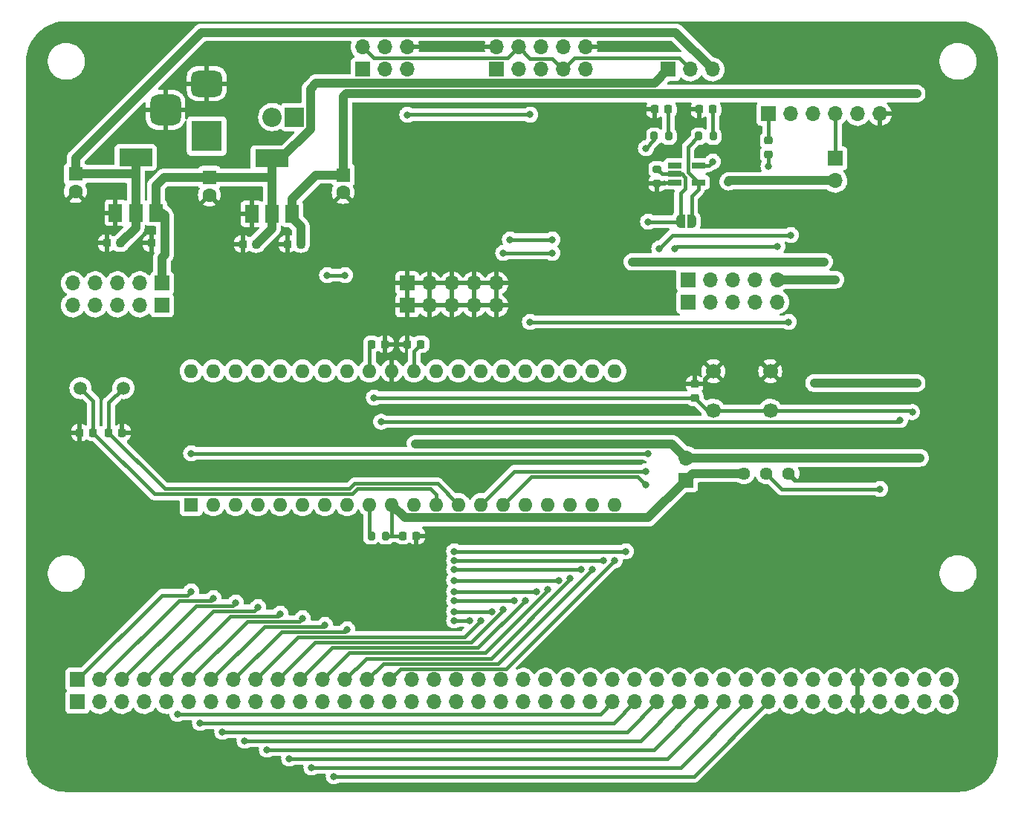
<source format=gtl>
G04 #@! TF.GenerationSoftware,KiCad,Pcbnew,(6.0.0)*
G04 #@! TF.CreationDate,2022-08-18T21:59:34-04:00*
G04 #@! TF.ProjectId,Atmega16 breakout,41746d65-6761-4313-9620-627265616b6f,rev?*
G04 #@! TF.SameCoordinates,Original*
G04 #@! TF.FileFunction,Copper,L1,Top*
G04 #@! TF.FilePolarity,Positive*
%FSLAX46Y46*%
G04 Gerber Fmt 4.6, Leading zero omitted, Abs format (unit mm)*
G04 Created by KiCad (PCBNEW (6.0.0)) date 2022-08-18 21:59:34*
%MOMM*%
%LPD*%
G01*
G04 APERTURE LIST*
G04 Aperture macros list*
%AMRoundRect*
0 Rectangle with rounded corners*
0 $1 Rounding radius*
0 $2 $3 $4 $5 $6 $7 $8 $9 X,Y pos of 4 corners*
0 Add a 4 corners polygon primitive as box body*
4,1,4,$2,$3,$4,$5,$6,$7,$8,$9,$2,$3,0*
0 Add four circle primitives for the rounded corners*
1,1,$1+$1,$2,$3*
1,1,$1+$1,$4,$5*
1,1,$1+$1,$6,$7*
1,1,$1+$1,$8,$9*
0 Add four rect primitives between the rounded corners*
20,1,$1+$1,$2,$3,$4,$5,0*
20,1,$1+$1,$4,$5,$6,$7,0*
20,1,$1+$1,$6,$7,$8,$9,0*
20,1,$1+$1,$8,$9,$2,$3,0*%
%AMFreePoly0*
4,1,22,0.500000,-0.750000,0.000000,-0.750000,0.000000,-0.745033,-0.079941,-0.743568,-0.215256,-0.701293,-0.333266,-0.622738,-0.424486,-0.514219,-0.481581,-0.384460,-0.499164,-0.250000,-0.500000,-0.250000,-0.500000,0.250000,-0.499164,0.250000,-0.499963,0.256109,-0.478152,0.396186,-0.417904,0.524511,-0.324060,0.630769,-0.204165,0.706417,-0.067858,0.745374,0.000000,0.744959,0.000000,0.750000,
0.500000,0.750000,0.500000,-0.750000,0.500000,-0.750000,$1*%
%AMFreePoly1*
4,1,20,0.000000,0.744959,0.073905,0.744508,0.209726,0.703889,0.328688,0.626782,0.421226,0.519385,0.479903,0.390333,0.500000,0.250000,0.500000,-0.250000,0.499851,-0.262216,0.476331,-0.402017,0.414519,-0.529596,0.319384,-0.634700,0.198574,-0.708877,0.061801,-0.746166,0.000000,-0.745033,0.000000,-0.750000,-0.500000,-0.750000,-0.500000,0.750000,0.000000,0.750000,0.000000,0.744959,
0.000000,0.744959,$1*%
G04 Aperture macros list end*
G04 #@! TA.AperFunction,ComponentPad*
%ADD10R,1.600000X1.600000*%
G04 #@! TD*
G04 #@! TA.AperFunction,ComponentPad*
%ADD11O,1.600000X1.600000*%
G04 #@! TD*
G04 #@! TA.AperFunction,SMDPad,CuDef*
%ADD12RoundRect,0.225000X0.225000X0.250000X-0.225000X0.250000X-0.225000X-0.250000X0.225000X-0.250000X0*%
G04 #@! TD*
G04 #@! TA.AperFunction,ComponentPad*
%ADD13R,1.700000X1.700000*%
G04 #@! TD*
G04 #@! TA.AperFunction,ComponentPad*
%ADD14O,1.700000X1.700000*%
G04 #@! TD*
G04 #@! TA.AperFunction,ComponentPad*
%ADD15C,1.600000*%
G04 #@! TD*
G04 #@! TA.AperFunction,SMDPad,CuDef*
%ADD16RoundRect,0.200000X0.200000X0.275000X-0.200000X0.275000X-0.200000X-0.275000X0.200000X-0.275000X0*%
G04 #@! TD*
G04 #@! TA.AperFunction,ComponentPad*
%ADD17C,1.500000*%
G04 #@! TD*
G04 #@! TA.AperFunction,SMDPad,CuDef*
%ADD18RoundRect,0.200000X-0.200000X-0.275000X0.200000X-0.275000X0.200000X0.275000X-0.200000X0.275000X0*%
G04 #@! TD*
G04 #@! TA.AperFunction,SMDPad,CuDef*
%ADD19RoundRect,0.225000X-0.225000X-0.250000X0.225000X-0.250000X0.225000X0.250000X-0.225000X0.250000X0*%
G04 #@! TD*
G04 #@! TA.AperFunction,SMDPad,CuDef*
%ADD20RoundRect,0.225000X-0.250000X0.225000X-0.250000X-0.225000X0.250000X-0.225000X0.250000X0.225000X0*%
G04 #@! TD*
G04 #@! TA.AperFunction,ComponentPad*
%ADD21R,2.200000X2.200000*%
G04 #@! TD*
G04 #@! TA.AperFunction,ComponentPad*
%ADD22O,2.200000X2.200000*%
G04 #@! TD*
G04 #@! TA.AperFunction,ComponentPad*
%ADD23C,1.440000*%
G04 #@! TD*
G04 #@! TA.AperFunction,SMDPad,CuDef*
%ADD24R,1.500000X2.000000*%
G04 #@! TD*
G04 #@! TA.AperFunction,SMDPad,CuDef*
%ADD25R,3.800000X2.000000*%
G04 #@! TD*
G04 #@! TA.AperFunction,ComponentPad*
%ADD26R,3.500000X3.500000*%
G04 #@! TD*
G04 #@! TA.AperFunction,ComponentPad*
%ADD27RoundRect,0.750000X-1.000000X0.750000X-1.000000X-0.750000X1.000000X-0.750000X1.000000X0.750000X0*%
G04 #@! TD*
G04 #@! TA.AperFunction,ComponentPad*
%ADD28RoundRect,0.875000X-0.875000X0.875000X-0.875000X-0.875000X0.875000X-0.875000X0.875000X0.875000X0*%
G04 #@! TD*
G04 #@! TA.AperFunction,SMDPad,CuDef*
%ADD29RoundRect,0.225000X0.250000X-0.225000X0.250000X0.225000X-0.250000X0.225000X-0.250000X-0.225000X0*%
G04 #@! TD*
G04 #@! TA.AperFunction,ComponentPad*
%ADD30C,1.700000*%
G04 #@! TD*
G04 #@! TA.AperFunction,SMDPad,CuDef*
%ADD31FreePoly0,0.000000*%
G04 #@! TD*
G04 #@! TA.AperFunction,SMDPad,CuDef*
%ADD32FreePoly1,0.000000*%
G04 #@! TD*
G04 #@! TA.AperFunction,SMDPad,CuDef*
%ADD33R,1.560000X0.650000*%
G04 #@! TD*
G04 #@! TA.AperFunction,SMDPad,CuDef*
%ADD34RoundRect,0.200000X-0.275000X0.200000X-0.275000X-0.200000X0.275000X-0.200000X0.275000X0.200000X0*%
G04 #@! TD*
G04 #@! TA.AperFunction,SMDPad,CuDef*
%ADD35RoundRect,0.218750X-0.218750X-0.256250X0.218750X-0.256250X0.218750X0.256250X-0.218750X0.256250X0*%
G04 #@! TD*
G04 #@! TA.AperFunction,ViaPad*
%ADD36C,0.800000*%
G04 #@! TD*
G04 #@! TA.AperFunction,Conductor*
%ADD37C,0.400000*%
G04 #@! TD*
G04 #@! TA.AperFunction,Conductor*
%ADD38C,1.000000*%
G04 #@! TD*
G04 APERTURE END LIST*
D10*
X70109000Y-96271000D03*
D11*
X72649000Y-96271000D03*
X75189000Y-96271000D03*
X77729000Y-96271000D03*
X80269000Y-96271000D03*
X82809000Y-96271000D03*
X85349000Y-96271000D03*
X87889000Y-96271000D03*
X90429000Y-96271000D03*
X92969000Y-96271000D03*
X95509000Y-96271000D03*
X98049000Y-96271000D03*
X100589000Y-96271000D03*
X103129000Y-96271000D03*
X105669000Y-96271000D03*
X108209000Y-96271000D03*
X110749000Y-96271000D03*
X113289000Y-96271000D03*
X115829000Y-96271000D03*
X118369000Y-96271000D03*
X118369000Y-81031000D03*
X115829000Y-81031000D03*
X113289000Y-81031000D03*
X110749000Y-81031000D03*
X108209000Y-81031000D03*
X105669000Y-81031000D03*
X103129000Y-81031000D03*
X100589000Y-81031000D03*
X98049000Y-81031000D03*
X95509000Y-81031000D03*
X92969000Y-81031000D03*
X90429000Y-81031000D03*
X87889000Y-81031000D03*
X85349000Y-81031000D03*
X82809000Y-81031000D03*
X80269000Y-81031000D03*
X77729000Y-81031000D03*
X75189000Y-81031000D03*
X72649000Y-81031000D03*
X70109000Y-81031000D03*
D12*
X92220000Y-77983000D03*
X90670000Y-77983000D03*
D13*
X89657000Y-46640000D03*
D14*
X89657000Y-44100000D03*
X92197000Y-46640000D03*
X92197000Y-44100000D03*
X94737000Y-46640000D03*
X94737000Y-44100000D03*
D13*
X124460000Y-46640000D03*
D14*
X127000000Y-46640000D03*
X129540000Y-46640000D03*
D12*
X62028500Y-66446000D03*
X60478500Y-66446000D03*
D10*
X72189500Y-58960000D03*
D15*
X72189500Y-60960000D03*
D16*
X92270000Y-99827000D03*
X90620000Y-99827000D03*
D17*
X57507000Y-82979500D03*
X62387000Y-82979500D03*
D12*
X82603500Y-66548000D03*
X81053500Y-66548000D03*
X67108500Y-66446000D03*
X65558500Y-66446000D03*
D18*
X127948000Y-54260000D03*
X129598000Y-54260000D03*
D13*
X126492000Y-93477000D03*
D14*
X126492000Y-90937000D03*
D19*
X60706000Y-88059500D03*
X62256000Y-88059500D03*
D13*
X66787000Y-73564000D03*
D14*
X64247000Y-73564000D03*
X61707000Y-73564000D03*
X59167000Y-73564000D03*
X56627000Y-73564000D03*
D13*
X126741000Y-73154500D03*
D14*
X129281000Y-73154500D03*
X131821000Y-73154500D03*
X134361000Y-73154500D03*
X136901000Y-73154500D03*
D13*
X94742000Y-73564000D03*
D14*
X97282000Y-73564000D03*
X99822000Y-73564000D03*
X102362000Y-73564000D03*
X104902000Y-73564000D03*
D10*
X87429500Y-58674000D03*
D15*
X87429500Y-60674000D03*
D20*
X127482600Y-82537000D03*
X127482600Y-84087000D03*
D13*
X94742000Y-71024000D03*
D14*
X97282000Y-71024000D03*
X99822000Y-71024000D03*
X102362000Y-71024000D03*
X104902000Y-71024000D03*
D13*
X143510000Y-56800000D03*
D14*
X143510000Y-59340000D03*
D10*
X56935500Y-58572000D03*
D15*
X56935500Y-60572000D03*
D13*
X126746000Y-70614500D03*
D14*
X129286000Y-70614500D03*
X131826000Y-70614500D03*
X134366000Y-70614500D03*
X136906000Y-70614500D03*
D21*
X81897266Y-52070000D03*
D22*
X79357266Y-52070000D03*
D13*
X104897000Y-46640000D03*
D14*
X104897000Y-44100000D03*
X107437000Y-46640000D03*
X107437000Y-44100000D03*
X109977000Y-46640000D03*
X109977000Y-44100000D03*
X112517000Y-46640000D03*
X112517000Y-44100000D03*
X115057000Y-46640000D03*
X115057000Y-44100000D03*
D19*
X94734000Y-77983000D03*
X96284000Y-77983000D03*
D23*
X138176000Y-92710000D03*
X135636000Y-92710000D03*
X133096000Y-92710000D03*
D24*
X77001500Y-63094000D03*
D25*
X79301500Y-56794000D03*
D24*
X79301500Y-63094000D03*
X81601500Y-63094000D03*
D26*
X71877000Y-54260000D03*
D27*
X71877000Y-48260000D03*
D28*
X67177000Y-51260000D03*
D29*
X135890000Y-56318000D03*
X135890000Y-54768000D03*
D13*
X135890000Y-51720000D03*
D14*
X138430000Y-51720000D03*
X140970000Y-51720000D03*
X143510000Y-51720000D03*
X146050000Y-51720000D03*
X148590000Y-51720000D03*
D30*
X129592000Y-81062000D03*
X136092000Y-81062000D03*
X129592000Y-85562000D03*
X136092000Y-85562000D03*
D31*
X125862400Y-63937400D03*
D32*
X127162400Y-63937400D03*
D13*
X57155000Y-118776000D03*
D14*
X59695000Y-118776000D03*
X62235000Y-118776000D03*
X64775000Y-118776000D03*
X67315000Y-118776000D03*
X69855000Y-118776000D03*
X72395000Y-118776000D03*
X74935000Y-118776000D03*
X77475000Y-118776000D03*
X80015000Y-118776000D03*
X82555000Y-118776000D03*
X85095000Y-118776000D03*
X87635000Y-118776000D03*
X90175000Y-118776000D03*
X92715000Y-118776000D03*
X95255000Y-118776000D03*
X97795000Y-118776000D03*
X100335000Y-118776000D03*
X102875000Y-118776000D03*
X105415000Y-118776000D03*
X107955000Y-118776000D03*
X110495000Y-118776000D03*
X113035000Y-118776000D03*
X115575000Y-118776000D03*
X118115000Y-118776000D03*
X120655000Y-118776000D03*
X123195000Y-118776000D03*
X125735000Y-118776000D03*
X128275000Y-118776000D03*
X130815000Y-118776000D03*
X133355000Y-118776000D03*
X135895000Y-118776000D03*
X138435000Y-118776000D03*
X140975000Y-118776000D03*
X143515000Y-118776000D03*
X146055000Y-118776000D03*
X148595000Y-118776000D03*
X151135000Y-118776000D03*
X153675000Y-118776000D03*
X156215000Y-118776000D03*
D24*
X61493500Y-62992000D03*
X63793500Y-62992000D03*
D25*
X63793500Y-56692000D03*
D24*
X66093500Y-62992000D03*
D33*
X125213200Y-57628000D03*
X125213200Y-58578000D03*
X125213200Y-59528000D03*
X127913200Y-59528000D03*
X127913200Y-57628000D03*
D34*
X123185000Y-58007000D03*
X123185000Y-59657000D03*
D12*
X77523500Y-66548000D03*
X75973500Y-66548000D03*
D13*
X66792000Y-71024000D03*
D14*
X64252000Y-71024000D03*
X61712000Y-71024000D03*
X59172000Y-71024000D03*
X56632000Y-71024000D03*
D12*
X58954000Y-88059500D03*
X57404000Y-88059500D03*
D13*
X57155000Y-116236000D03*
D14*
X59695000Y-116236000D03*
X62235000Y-116236000D03*
X64775000Y-116236000D03*
X67315000Y-116236000D03*
X69855000Y-116236000D03*
X72395000Y-116236000D03*
X74935000Y-116236000D03*
X77475000Y-116236000D03*
X80015000Y-116236000D03*
X82555000Y-116236000D03*
X85095000Y-116236000D03*
X87635000Y-116236000D03*
X90175000Y-116236000D03*
X92715000Y-116236000D03*
X95255000Y-116236000D03*
X97795000Y-116236000D03*
X100335000Y-116236000D03*
X102875000Y-116236000D03*
X105415000Y-116236000D03*
X107955000Y-116236000D03*
X110495000Y-116236000D03*
X113035000Y-116236000D03*
X115575000Y-116236000D03*
X118115000Y-116236000D03*
X120655000Y-116236000D03*
X123195000Y-116236000D03*
X125735000Y-116236000D03*
X128275000Y-116236000D03*
X130815000Y-116236000D03*
X133355000Y-116236000D03*
X135895000Y-116236000D03*
X138435000Y-116236000D03*
X140975000Y-116236000D03*
X143515000Y-116236000D03*
X146055000Y-116236000D03*
X148595000Y-116236000D03*
X151135000Y-116236000D03*
X153675000Y-116236000D03*
X156215000Y-116236000D03*
D12*
X95776000Y-99827000D03*
X94226000Y-99827000D03*
D18*
X122868000Y-54260000D03*
X124518000Y-54260000D03*
D35*
X122905500Y-51212000D03*
X124480500Y-51212000D03*
X127985500Y-51212000D03*
X129560500Y-51212000D03*
D36*
X143515000Y-70617000D03*
X121920000Y-55626000D03*
X129540000Y-57150000D03*
X97536000Y-99568000D03*
X142240000Y-68580000D03*
X120396000Y-68580000D03*
X141115960Y-82404040D03*
X152767031Y-82409031D03*
X152767031Y-49389031D03*
X108727489Y-51800511D03*
X108712000Y-75438000D03*
X90932000Y-84074000D03*
X135890000Y-57658000D03*
X138176000Y-75438000D03*
X94737000Y-51811000D03*
X152262480Y-85714480D03*
X150876000Y-86614000D03*
X91750489Y-86811511D03*
X131318000Y-59436000D03*
X122174000Y-64008000D03*
X70104000Y-106172000D03*
X122174000Y-90424000D03*
X70109000Y-90429000D03*
X119634000Y-101600000D03*
X100076000Y-101600000D03*
X72644000Y-106934000D03*
X117094000Y-102616000D03*
X100076000Y-102616000D03*
X75184000Y-107442000D03*
X114554000Y-103632000D03*
X100076000Y-103632000D03*
X77724000Y-107950000D03*
X100076000Y-104902000D03*
X105664000Y-67564000D03*
X111252000Y-67564000D03*
X112014000Y-104902000D03*
X80264000Y-108712000D03*
X100076000Y-106172000D03*
X109474000Y-106172000D03*
X82804000Y-109220000D03*
X87630000Y-70104000D03*
X85598000Y-70104000D03*
X106934000Y-107188000D03*
X100076000Y-107188000D03*
X85344000Y-109982000D03*
X106426000Y-66040000D03*
X100076000Y-108458000D03*
X111252000Y-66040000D03*
X104394000Y-108458000D03*
X87884000Y-110490000D03*
X100076000Y-109474000D03*
X101854000Y-109474000D03*
X95674489Y-89324489D03*
X153162000Y-90932000D03*
X86360000Y-127254000D03*
X103129000Y-109469000D03*
X123444000Y-67056000D03*
X138430000Y-65532000D03*
X121920000Y-92456000D03*
X83820000Y-126238000D03*
X105669000Y-108199000D03*
X121920000Y-93980000D03*
X125222000Y-67056000D03*
X136906000Y-66802000D03*
X81280000Y-125222000D03*
X108209000Y-107183000D03*
X78740000Y-124206000D03*
X110749000Y-105913000D03*
X76200000Y-123190000D03*
X113289000Y-104643000D03*
X73660000Y-122174000D03*
X115829000Y-103627000D03*
X71120000Y-121158000D03*
X118369000Y-102611000D03*
X68564511Y-120157489D03*
X148595000Y-94493000D03*
D37*
X122868000Y-54260000D02*
X122868000Y-54678000D01*
D38*
X143515000Y-70617000D02*
X136908500Y-70617000D01*
D37*
X129062000Y-57628000D02*
X129540000Y-57150000D01*
D38*
X71289500Y-42418000D02*
X125318000Y-42418000D01*
X56935500Y-58572000D02*
X63731000Y-58572000D01*
X63793500Y-62992000D02*
X63793500Y-64681000D01*
X136908500Y-70617000D02*
X136906000Y-70614500D01*
X56935500Y-56772000D02*
X71289500Y-42418000D01*
D37*
X127913200Y-57628000D02*
X129062000Y-57628000D01*
D38*
X63793500Y-64681000D02*
X62028500Y-66446000D01*
X63793500Y-56692000D02*
X63793500Y-58634500D01*
X63793500Y-58634500D02*
X63793500Y-62992000D01*
X125318000Y-42418000D02*
X129540000Y-46640000D01*
X56935500Y-58572000D02*
X56935500Y-56772000D01*
X63731000Y-58572000D02*
X63793500Y-58634500D01*
D37*
X122868000Y-54678000D02*
X121920000Y-55626000D01*
D38*
X84311459Y-48243459D02*
X83696777Y-48858142D01*
X66792000Y-68082000D02*
X67108500Y-67765500D01*
X67108500Y-63298500D02*
X67108500Y-66446000D01*
X124460000Y-46640000D02*
X122910489Y-48189511D01*
X84365407Y-48189511D02*
X84311459Y-48243459D01*
X83696777Y-53463223D02*
X80366000Y-56794000D01*
X79301500Y-63094000D02*
X79301500Y-58620500D01*
X79301500Y-58620500D02*
X79301500Y-56794000D01*
X72189500Y-58960000D02*
X78962000Y-58960000D01*
X66792000Y-71024000D02*
X66792000Y-68082000D01*
X120396000Y-68580000D02*
X142240000Y-68580000D01*
X78962000Y-58960000D02*
X79301500Y-58620500D01*
X67024000Y-58960000D02*
X66093500Y-59890500D01*
X67108500Y-67765500D02*
X67108500Y-66446000D01*
X66093500Y-62992000D02*
X66802000Y-62992000D01*
X83696777Y-48858142D02*
X83696777Y-53463223D01*
X66802000Y-62992000D02*
X67108500Y-63298500D01*
X79301500Y-63094000D02*
X79301500Y-64770000D01*
X122910489Y-48189511D02*
X84365407Y-48189511D01*
X72189500Y-58960000D02*
X67024000Y-58960000D01*
X66093500Y-59890500D02*
X66093500Y-62992000D01*
X79301500Y-64770000D02*
X77523500Y-66548000D01*
X80366000Y-56794000D02*
X79301500Y-56794000D01*
X87429500Y-58674000D02*
X84328000Y-58674000D01*
X84328000Y-58674000D02*
X81601500Y-61400500D01*
X152767031Y-82409031D02*
X141083031Y-82409031D01*
X81601500Y-63094000D02*
X81601500Y-63567500D01*
X81601500Y-61400500D02*
X81601500Y-63094000D01*
X82603500Y-64569500D02*
X82603500Y-66548000D01*
X87429500Y-49730500D02*
X87770969Y-49389031D01*
X87429500Y-58674000D02*
X87429500Y-49730500D01*
X81601500Y-63567500D02*
X82603500Y-64569500D01*
X87770969Y-49389031D02*
X152767031Y-49389031D01*
D37*
X152110000Y-85562000D02*
X136092000Y-85562000D01*
X90429000Y-99636000D02*
X90620000Y-99827000D01*
X138176000Y-75438000D02*
X108712000Y-75438000D01*
X94737000Y-51811000D02*
X94747489Y-51800511D01*
X90429000Y-96271000D02*
X90429000Y-99636000D01*
X127469600Y-84074000D02*
X127482600Y-84087000D01*
X94747489Y-51800511D02*
X108727489Y-51800511D01*
X128957600Y-85562000D02*
X127482600Y-84087000D01*
X129592000Y-85562000D02*
X128957600Y-85562000D01*
X136092000Y-85562000D02*
X129592000Y-85562000D01*
X152262480Y-85714480D02*
X152110000Y-85562000D01*
X90932000Y-84074000D02*
X127469600Y-84074000D01*
X135890000Y-56318000D02*
X135890000Y-57658000D01*
X135890000Y-54768000D02*
X135890000Y-51720000D01*
X150678489Y-86811511D02*
X91750489Y-86811511D01*
X90429000Y-78224000D02*
X90670000Y-77983000D01*
X90429000Y-81031000D02*
X90429000Y-78224000D01*
X150876000Y-86614000D02*
X150678489Y-86811511D01*
D38*
X131318000Y-59436000D02*
X131414000Y-59340000D01*
D37*
X92969000Y-99736000D02*
X92878000Y-99827000D01*
X107437000Y-44100000D02*
X108727489Y-45390489D01*
X113807489Y-45349511D02*
X125709511Y-45349511D01*
D38*
X126492000Y-93477000D02*
X122198489Y-97770511D01*
X122198489Y-97770511D02*
X94468511Y-97770511D01*
D37*
X90906511Y-45349511D02*
X89657000Y-44100000D01*
X92878000Y-99827000D02*
X92270000Y-99827000D01*
X94226000Y-99827000D02*
X92878000Y-99827000D01*
X107437000Y-44100000D02*
X106187489Y-45349511D01*
X112517000Y-46640000D02*
X113807489Y-45349511D01*
X92969000Y-96271000D02*
X92969000Y-99736000D01*
D38*
X131414000Y-59340000D02*
X143510000Y-59340000D01*
D37*
X125709511Y-45349511D02*
X127000000Y-46640000D01*
X106187489Y-45349511D02*
X90906511Y-45349511D01*
X108727489Y-45390489D02*
X111267489Y-45390489D01*
D38*
X127259000Y-92710000D02*
X126492000Y-93477000D01*
X94468511Y-97770511D02*
X92969000Y-96271000D01*
X133096000Y-92710000D02*
X127259000Y-92710000D01*
D37*
X111267489Y-45390489D02*
X112517000Y-46640000D01*
X89067009Y-94471969D02*
X88467489Y-95071489D01*
X88467489Y-95071489D02*
X65965989Y-95071489D01*
X98049000Y-96271000D02*
X98049000Y-95139630D01*
X58954000Y-84426500D02*
X58954000Y-88059500D01*
X65965989Y-95071489D02*
X58954000Y-88059500D01*
X57507000Y-82979500D02*
X58954000Y-84426500D01*
X97381339Y-94471969D02*
X89067009Y-94471969D01*
X98049000Y-95139630D02*
X97381339Y-94471969D01*
X98190449Y-93872449D02*
X100589000Y-96271000D01*
X60706000Y-84660500D02*
X60706000Y-88059500D01*
X67118469Y-94471969D02*
X88154031Y-94471969D01*
X60706000Y-88059500D02*
X67118469Y-94471969D01*
X62387000Y-82979500D02*
X60706000Y-84660500D01*
X88753551Y-93872449D02*
X98190449Y-93872449D01*
X88154031Y-94471969D02*
X88753551Y-93872449D01*
X124480500Y-51212000D02*
X124480500Y-54222500D01*
X124480500Y-54222500D02*
X124518000Y-54260000D01*
X129560500Y-51212000D02*
X129560500Y-54222500D01*
X129560500Y-54222500D02*
X129598000Y-54260000D01*
X57155000Y-116236000D02*
X66797791Y-106593209D01*
X70114000Y-90424000D02*
X122174000Y-90424000D01*
X126392711Y-60252511D02*
X126392711Y-58958200D01*
X122174000Y-64008000D02*
X125791800Y-64008000D01*
X126012511Y-58578000D02*
X125213200Y-58578000D01*
X70109000Y-90429000D02*
X70114000Y-90424000D01*
X125791800Y-64008000D02*
X125862400Y-63937400D01*
X123756000Y-58578000D02*
X125213200Y-58578000D01*
X123185000Y-58007000D02*
X123756000Y-58578000D01*
X69682791Y-106593209D02*
X70104000Y-106172000D01*
X125862400Y-63937400D02*
X125862400Y-60782822D01*
X126392711Y-58958200D02*
X126012511Y-58578000D01*
X125862400Y-60782822D02*
X126392711Y-60252511D01*
X66797791Y-106593209D02*
X69682791Y-106593209D01*
X100076000Y-101600000D02*
X119634000Y-101600000D01*
X72385271Y-107192729D02*
X72644000Y-106934000D01*
X68738271Y-107192729D02*
X72385271Y-107192729D01*
X59695000Y-116236000D02*
X68738271Y-107192729D01*
X100076000Y-102616000D02*
X117094000Y-102616000D01*
X70678751Y-107792249D02*
X74833751Y-107792249D01*
X62235000Y-116236000D02*
X70678751Y-107792249D01*
X74833751Y-107792249D02*
X75184000Y-107442000D01*
X100076000Y-103632000D02*
X114554000Y-103632000D01*
X77282231Y-108391769D02*
X77724000Y-107950000D01*
X64775000Y-116236000D02*
X72619231Y-108391769D01*
X72619231Y-108391769D02*
X77282231Y-108391769D01*
X111252000Y-67564000D02*
X105664000Y-67564000D01*
X100076000Y-104902000D02*
X112014000Y-104902000D01*
X67315000Y-116236000D02*
X74559711Y-108991289D01*
X74559711Y-108991289D02*
X79984711Y-108991289D01*
X79984711Y-108991289D02*
X80264000Y-108712000D01*
X100076000Y-106172000D02*
X109474000Y-106172000D01*
X76500191Y-109590809D02*
X82433191Y-109590809D01*
X87630000Y-70104000D02*
X85598000Y-70104000D01*
X69855000Y-116236000D02*
X76500191Y-109590809D01*
X82433191Y-109590809D02*
X82804000Y-109220000D01*
X100076000Y-107188000D02*
X106934000Y-107188000D01*
X78440671Y-110190329D02*
X85135671Y-110190329D01*
X72395000Y-116236000D02*
X78440671Y-110190329D01*
X85135671Y-110190329D02*
X85344000Y-109982000D01*
X100076000Y-108458000D02*
X104394000Y-108458000D01*
X106426000Y-66040000D02*
X111252000Y-66040000D01*
X74935000Y-116236000D02*
X80381151Y-110789849D01*
X80381151Y-110789849D02*
X87584151Y-110789849D01*
X87584151Y-110789849D02*
X87884000Y-110490000D01*
X100076000Y-109474000D02*
X101854000Y-109474000D01*
D38*
X124879489Y-89324489D02*
X95674489Y-89324489D01*
X126492000Y-90937000D02*
X124879489Y-89324489D01*
D37*
X95509000Y-78758000D02*
X96284000Y-77983000D01*
X95509000Y-81031000D02*
X95509000Y-78758000D01*
D38*
X153162000Y-90932000D02*
X153157000Y-90937000D01*
X153157000Y-90937000D02*
X126492000Y-90937000D01*
D37*
X86360000Y-127254000D02*
X127417000Y-127254000D01*
X127417000Y-127254000D02*
X135895000Y-118776000D01*
X124968000Y-65532000D02*
X138430000Y-65532000D01*
X103129000Y-109469000D02*
X101208631Y-111389369D01*
X123444000Y-67056000D02*
X124968000Y-65532000D01*
X106944000Y-92456000D02*
X121920000Y-92456000D01*
X101208631Y-111389369D02*
X99430631Y-111389369D01*
X82321631Y-111389369D02*
X99430631Y-111389369D01*
X77475000Y-116236000D02*
X82321631Y-111389369D01*
X103129000Y-96271000D02*
X106944000Y-92456000D01*
X125893000Y-126238000D02*
X133355000Y-118776000D01*
X83820000Y-126238000D02*
X125893000Y-126238000D01*
X105669000Y-108313680D02*
X101993791Y-111988889D01*
X105669000Y-96271000D02*
X108884480Y-93055520D01*
X125476000Y-66802000D02*
X136906000Y-66802000D01*
X84262111Y-111988889D02*
X101066889Y-111988889D01*
X101993791Y-111988889D02*
X101066889Y-111988889D01*
X80015000Y-116236000D02*
X84262111Y-111988889D01*
X120995520Y-93055520D02*
X121920000Y-93980000D01*
X125222000Y-67056000D02*
X125476000Y-66802000D01*
X105669000Y-108199000D02*
X105669000Y-108313680D01*
X108884480Y-93055520D02*
X120995520Y-93055520D01*
X81280000Y-125222000D02*
X124369000Y-125222000D01*
X124369000Y-125222000D02*
X130815000Y-118776000D01*
X108209000Y-107183000D02*
X102803591Y-112588409D01*
X86202591Y-112588409D02*
X100263591Y-112588409D01*
X102803591Y-112588409D02*
X100263591Y-112588409D01*
X82555000Y-116236000D02*
X86202591Y-112588409D01*
X122845000Y-124206000D02*
X128275000Y-118776000D01*
X78740000Y-124206000D02*
X122845000Y-124206000D01*
X103588751Y-113187929D02*
X102458071Y-113187929D01*
X110749000Y-105913000D02*
X110749000Y-106027680D01*
X88143071Y-113187929D02*
X102458071Y-113187929D01*
X85095000Y-116236000D02*
X88143071Y-113187929D01*
X110749000Y-106027680D02*
X103588751Y-113187929D01*
X121321000Y-123190000D02*
X125735000Y-118776000D01*
X76200000Y-123190000D02*
X121321000Y-123190000D01*
X102865449Y-113787449D02*
X90083551Y-113787449D01*
X113289000Y-104757680D02*
X104259231Y-113787449D01*
X104259231Y-113787449D02*
X102865449Y-113787449D01*
X113289000Y-104643000D02*
X113289000Y-104757680D01*
X90083551Y-113787449D02*
X87635000Y-116236000D01*
X119797000Y-122174000D02*
X123195000Y-118776000D01*
X73660000Y-122174000D02*
X119797000Y-122174000D01*
X105069031Y-114386969D02*
X103972969Y-114386969D01*
X90175000Y-116236000D02*
X92024031Y-114386969D01*
X115829000Y-103627000D02*
X105069031Y-114386969D01*
X92024031Y-114386969D02*
X103972969Y-114386969D01*
X71120000Y-121158000D02*
X118273000Y-121158000D01*
X118273000Y-121158000D02*
X120655000Y-118776000D01*
X118369000Y-102611000D02*
X105993511Y-114986489D01*
X93964511Y-114986489D02*
X103810489Y-114986489D01*
X105993511Y-114986489D02*
X103810489Y-114986489D01*
X92715000Y-116236000D02*
X93964511Y-114986489D01*
X116733511Y-120157489D02*
X118115000Y-118776000D01*
X68564511Y-120157489D02*
X116733511Y-120157489D01*
X143510000Y-56800000D02*
X143510000Y-51720000D01*
X148595000Y-94493000D02*
X137419000Y-94493000D01*
X137419000Y-94493000D02*
X135636000Y-92710000D01*
X127913200Y-59528000D02*
X126724180Y-58338980D01*
X126724180Y-58338980D02*
X126724180Y-55483820D01*
X126724180Y-55483820D02*
X127948000Y-54260000D01*
X127913200Y-60300800D02*
X127162400Y-61051600D01*
X127913200Y-59528000D02*
X127913200Y-60300800D01*
X127162400Y-61051600D02*
X127162400Y-63937400D01*
G04 #@! TA.AperFunction,Conductor*
G36*
X157450057Y-41149500D02*
G01*
X157464858Y-41151805D01*
X157464861Y-41151805D01*
X157473730Y-41153186D01*
X157494158Y-41150515D01*
X157515983Y-41149571D01*
X157872981Y-41165158D01*
X157883930Y-41166116D01*
X158268465Y-41216741D01*
X158279291Y-41218650D01*
X158657951Y-41302598D01*
X158668568Y-41305443D01*
X158838993Y-41359177D01*
X159038473Y-41422073D01*
X159048787Y-41425826D01*
X159407143Y-41574262D01*
X159417087Y-41578900D01*
X159666960Y-41708975D01*
X159761117Y-41757990D01*
X159770637Y-41763486D01*
X160097754Y-41971883D01*
X160106758Y-41978188D01*
X160414458Y-42214295D01*
X160422878Y-42221360D01*
X160653760Y-42432923D01*
X160708836Y-42483391D01*
X160716609Y-42491164D01*
X160978640Y-42777122D01*
X160985705Y-42785542D01*
X161221812Y-43093242D01*
X161228117Y-43102246D01*
X161436514Y-43429363D01*
X161442009Y-43438882D01*
X161619789Y-43780393D01*
X161621096Y-43782904D01*
X161625738Y-43792857D01*
X161774171Y-44151206D01*
X161777927Y-44161527D01*
X161820364Y-44296121D01*
X161894557Y-44531432D01*
X161897402Y-44542049D01*
X161981350Y-44920709D01*
X161983259Y-44931535D01*
X162033884Y-45316070D01*
X162034842Y-45327019D01*
X162037991Y-45399137D01*
X162050104Y-45676584D01*
X162048724Y-45701460D01*
X162046814Y-45713730D01*
X162048454Y-45726270D01*
X162050936Y-45745251D01*
X162052000Y-45761589D01*
X162052000Y-124410672D01*
X162050500Y-124430056D01*
X162046814Y-124453730D01*
X162049485Y-124474158D01*
X162050429Y-124495983D01*
X162039896Y-124737226D01*
X162034842Y-124852980D01*
X162033884Y-124863929D01*
X162029297Y-124898768D01*
X161983259Y-125248465D01*
X161981350Y-125259291D01*
X161897402Y-125637951D01*
X161894557Y-125648568D01*
X161857689Y-125765499D01*
X161780840Y-126009237D01*
X161777930Y-126018465D01*
X161774174Y-126028787D01*
X161649240Y-126330405D01*
X161625742Y-126387134D01*
X161621100Y-126397087D01*
X161513768Y-126603271D01*
X161442010Y-126741117D01*
X161436514Y-126750637D01*
X161228117Y-127077754D01*
X161221812Y-127086758D01*
X160985705Y-127394458D01*
X160978640Y-127402878D01*
X160716609Y-127688836D01*
X160708840Y-127696605D01*
X160612127Y-127785226D01*
X160422878Y-127958640D01*
X160414458Y-127965705D01*
X160106758Y-128201812D01*
X160097754Y-128208117D01*
X159770637Y-128416514D01*
X159761118Y-128422009D01*
X159417087Y-128601100D01*
X159407143Y-128605738D01*
X159048787Y-128754174D01*
X159038473Y-128757927D01*
X158838993Y-128820823D01*
X158668568Y-128874557D01*
X158657951Y-128877402D01*
X158279291Y-128961350D01*
X158268465Y-128963259D01*
X157883930Y-129013884D01*
X157872981Y-129014842D01*
X157523416Y-129030104D01*
X157498540Y-129028724D01*
X157496684Y-129028435D01*
X157495142Y-129028195D01*
X157495141Y-129028195D01*
X157486270Y-129026814D01*
X157454749Y-129030936D01*
X157438411Y-129032000D01*
X55929328Y-129032000D01*
X55909943Y-129030500D01*
X55895142Y-129028195D01*
X55895139Y-129028195D01*
X55886270Y-129026814D01*
X55865842Y-129029485D01*
X55844017Y-129030429D01*
X55487019Y-129014842D01*
X55476070Y-129013884D01*
X55091535Y-128963259D01*
X55080709Y-128961350D01*
X54702049Y-128877402D01*
X54691432Y-128874557D01*
X54521007Y-128820823D01*
X54321527Y-128757927D01*
X54311213Y-128754174D01*
X53952857Y-128605738D01*
X53942913Y-128601100D01*
X53598882Y-128422009D01*
X53589363Y-128416514D01*
X53262246Y-128208117D01*
X53253242Y-128201812D01*
X52945542Y-127965705D01*
X52937122Y-127958640D01*
X52747873Y-127785226D01*
X52651160Y-127696605D01*
X52643391Y-127688836D01*
X52381360Y-127402878D01*
X52374295Y-127394458D01*
X52138188Y-127086758D01*
X52131883Y-127077754D01*
X51923486Y-126750637D01*
X51917990Y-126741117D01*
X51846232Y-126603271D01*
X51738900Y-126397087D01*
X51734258Y-126387134D01*
X51710761Y-126330405D01*
X51585826Y-126028787D01*
X51582070Y-126018465D01*
X51579161Y-126009237D01*
X51502311Y-125765499D01*
X51465443Y-125648568D01*
X51462598Y-125637951D01*
X51378650Y-125259291D01*
X51376741Y-125248465D01*
X51330703Y-124898768D01*
X51326116Y-124863929D01*
X51325158Y-124852980D01*
X51309896Y-124503416D01*
X51311276Y-124478537D01*
X51311805Y-124475142D01*
X51311805Y-124475141D01*
X51313186Y-124466270D01*
X51309064Y-124434748D01*
X51308000Y-124418411D01*
X51308000Y-119674134D01*
X55796500Y-119674134D01*
X55803255Y-119736316D01*
X55854385Y-119872705D01*
X55941739Y-119989261D01*
X56058295Y-120076615D01*
X56194684Y-120127745D01*
X56256866Y-120134500D01*
X58053134Y-120134500D01*
X58115316Y-120127745D01*
X58251705Y-120076615D01*
X58368261Y-119989261D01*
X58455615Y-119872705D01*
X58477799Y-119813529D01*
X58499598Y-119755382D01*
X58542240Y-119698618D01*
X58608802Y-119673918D01*
X58678150Y-119689126D01*
X58712817Y-119717114D01*
X58741250Y-119749938D01*
X58913126Y-119892632D01*
X59106000Y-120005338D01*
X59314692Y-120085030D01*
X59319760Y-120086061D01*
X59319763Y-120086062D01*
X59414862Y-120105410D01*
X59533597Y-120129567D01*
X59538772Y-120129757D01*
X59538774Y-120129757D01*
X59751673Y-120137564D01*
X59751677Y-120137564D01*
X59756837Y-120137753D01*
X59761957Y-120137097D01*
X59761959Y-120137097D01*
X59973288Y-120110025D01*
X59973289Y-120110025D01*
X59978416Y-120109368D01*
X59983366Y-120107883D01*
X60187429Y-120046661D01*
X60187434Y-120046659D01*
X60192384Y-120045174D01*
X60392994Y-119946896D01*
X60574860Y-119817173D01*
X60733096Y-119659489D01*
X60863453Y-119478077D01*
X60864776Y-119479028D01*
X60911645Y-119435857D01*
X60981580Y-119423625D01*
X61047026Y-119451144D01*
X61074875Y-119482994D01*
X61134987Y-119581088D01*
X61281250Y-119749938D01*
X61453126Y-119892632D01*
X61646000Y-120005338D01*
X61854692Y-120085030D01*
X61859760Y-120086061D01*
X61859763Y-120086062D01*
X61954862Y-120105410D01*
X62073597Y-120129567D01*
X62078772Y-120129757D01*
X62078774Y-120129757D01*
X62291673Y-120137564D01*
X62291677Y-120137564D01*
X62296837Y-120137753D01*
X62301957Y-120137097D01*
X62301959Y-120137097D01*
X62513288Y-120110025D01*
X62513289Y-120110025D01*
X62518416Y-120109368D01*
X62523366Y-120107883D01*
X62727429Y-120046661D01*
X62727434Y-120046659D01*
X62732384Y-120045174D01*
X62932994Y-119946896D01*
X63114860Y-119817173D01*
X63273096Y-119659489D01*
X63403453Y-119478077D01*
X63404776Y-119479028D01*
X63451645Y-119435857D01*
X63521580Y-119423625D01*
X63587026Y-119451144D01*
X63614875Y-119482994D01*
X63674987Y-119581088D01*
X63821250Y-119749938D01*
X63993126Y-119892632D01*
X64186000Y-120005338D01*
X64394692Y-120085030D01*
X64399760Y-120086061D01*
X64399763Y-120086062D01*
X64494862Y-120105410D01*
X64613597Y-120129567D01*
X64618772Y-120129757D01*
X64618774Y-120129757D01*
X64831673Y-120137564D01*
X64831677Y-120137564D01*
X64836837Y-120137753D01*
X64841957Y-120137097D01*
X64841959Y-120137097D01*
X65053288Y-120110025D01*
X65053289Y-120110025D01*
X65058416Y-120109368D01*
X65063366Y-120107883D01*
X65267429Y-120046661D01*
X65267434Y-120046659D01*
X65272384Y-120045174D01*
X65472994Y-119946896D01*
X65654860Y-119817173D01*
X65813096Y-119659489D01*
X65943453Y-119478077D01*
X65944776Y-119479028D01*
X65991645Y-119435857D01*
X66061580Y-119423625D01*
X66127026Y-119451144D01*
X66154875Y-119482994D01*
X66214987Y-119581088D01*
X66361250Y-119749938D01*
X66533126Y-119892632D01*
X66726000Y-120005338D01*
X66934692Y-120085030D01*
X66939760Y-120086061D01*
X66939763Y-120086062D01*
X67034862Y-120105410D01*
X67153597Y-120129567D01*
X67158772Y-120129757D01*
X67158774Y-120129757D01*
X67371673Y-120137564D01*
X67371677Y-120137564D01*
X67376837Y-120137753D01*
X67381957Y-120137097D01*
X67381959Y-120137097D01*
X67439255Y-120129757D01*
X67517472Y-120119737D01*
X67587581Y-120130921D01*
X67640515Y-120178234D01*
X67658790Y-120231544D01*
X67670969Y-120347417D01*
X67729984Y-120529045D01*
X67825471Y-120694433D01*
X67953258Y-120836355D01*
X67994046Y-120865989D01*
X68095427Y-120939647D01*
X68107759Y-120948607D01*
X68113787Y-120951291D01*
X68113789Y-120951292D01*
X68151478Y-120968072D01*
X68282223Y-121026283D01*
X68375624Y-121046136D01*
X68462567Y-121064617D01*
X68462572Y-121064617D01*
X68469024Y-121065989D01*
X68659998Y-121065989D01*
X68666450Y-121064617D01*
X68666455Y-121064617D01*
X68753398Y-121046136D01*
X68846799Y-121026283D01*
X68977544Y-120968072D01*
X69015233Y-120951292D01*
X69015235Y-120951291D01*
X69021263Y-120948607D01*
X69033596Y-120939647D01*
X69101855Y-120890053D01*
X69168722Y-120866195D01*
X69175916Y-120865989D01*
X70097250Y-120865989D01*
X70165371Y-120885991D01*
X70211864Y-120939647D01*
X70222560Y-121005159D01*
X70206496Y-121158000D01*
X70226458Y-121347928D01*
X70285473Y-121529556D01*
X70380960Y-121694944D01*
X70508747Y-121836866D01*
X70549535Y-121866500D01*
X70650916Y-121940158D01*
X70663248Y-121949118D01*
X70669276Y-121951802D01*
X70669278Y-121951803D01*
X70741756Y-121984072D01*
X70837712Y-122026794D01*
X70931112Y-122046647D01*
X71018056Y-122065128D01*
X71018061Y-122065128D01*
X71024513Y-122066500D01*
X71215487Y-122066500D01*
X71221939Y-122065128D01*
X71221944Y-122065128D01*
X71308888Y-122046647D01*
X71402288Y-122026794D01*
X71498244Y-121984072D01*
X71570722Y-121951803D01*
X71570724Y-121951802D01*
X71576752Y-121949118D01*
X71589085Y-121940158D01*
X71657344Y-121890564D01*
X71724211Y-121866706D01*
X71731405Y-121866500D01*
X72638878Y-121866500D01*
X72706999Y-121886502D01*
X72753492Y-121940158D01*
X72764188Y-122005670D01*
X72746496Y-122174000D01*
X72766458Y-122363928D01*
X72825473Y-122545556D01*
X72920960Y-122710944D01*
X73048747Y-122852866D01*
X73089535Y-122882500D01*
X73190916Y-122956158D01*
X73203248Y-122965118D01*
X73209276Y-122967802D01*
X73209278Y-122967803D01*
X73281756Y-123000072D01*
X73377712Y-123042794D01*
X73471112Y-123062647D01*
X73558056Y-123081128D01*
X73558061Y-123081128D01*
X73564513Y-123082500D01*
X73755487Y-123082500D01*
X73761939Y-123081128D01*
X73761944Y-123081128D01*
X73848888Y-123062647D01*
X73942288Y-123042794D01*
X74038244Y-123000072D01*
X74110722Y-122967803D01*
X74110724Y-122967802D01*
X74116752Y-122965118D01*
X74129085Y-122956158D01*
X74197344Y-122906564D01*
X74264211Y-122882706D01*
X74271405Y-122882500D01*
X75178878Y-122882500D01*
X75246999Y-122902502D01*
X75293492Y-122956158D01*
X75304188Y-123021670D01*
X75286496Y-123190000D01*
X75306458Y-123379928D01*
X75365473Y-123561556D01*
X75460960Y-123726944D01*
X75588747Y-123868866D01*
X75629535Y-123898500D01*
X75730916Y-123972158D01*
X75743248Y-123981118D01*
X75749276Y-123983802D01*
X75749278Y-123983803D01*
X75821756Y-124016072D01*
X75917712Y-124058794D01*
X76011112Y-124078647D01*
X76098056Y-124097128D01*
X76098061Y-124097128D01*
X76104513Y-124098500D01*
X76295487Y-124098500D01*
X76301939Y-124097128D01*
X76301944Y-124097128D01*
X76388888Y-124078647D01*
X76482288Y-124058794D01*
X76578244Y-124016072D01*
X76650722Y-123983803D01*
X76650724Y-123983802D01*
X76656752Y-123981118D01*
X76669085Y-123972158D01*
X76737344Y-123922564D01*
X76804211Y-123898706D01*
X76811405Y-123898500D01*
X77718878Y-123898500D01*
X77786999Y-123918502D01*
X77833492Y-123972158D01*
X77844188Y-124037670D01*
X77826496Y-124206000D01*
X77846458Y-124395928D01*
X77905473Y-124577556D01*
X78000960Y-124742944D01*
X78128747Y-124884866D01*
X78169535Y-124914500D01*
X78270916Y-124988158D01*
X78283248Y-124997118D01*
X78289276Y-124999802D01*
X78289278Y-124999803D01*
X78361756Y-125032072D01*
X78457712Y-125074794D01*
X78551112Y-125094647D01*
X78638056Y-125113128D01*
X78638061Y-125113128D01*
X78644513Y-125114500D01*
X78835487Y-125114500D01*
X78841939Y-125113128D01*
X78841944Y-125113128D01*
X78928888Y-125094647D01*
X79022288Y-125074794D01*
X79118244Y-125032072D01*
X79190722Y-124999803D01*
X79190724Y-124999802D01*
X79196752Y-124997118D01*
X79209085Y-124988158D01*
X79277344Y-124938564D01*
X79344211Y-124914706D01*
X79351405Y-124914500D01*
X80258878Y-124914500D01*
X80326999Y-124934502D01*
X80373492Y-124988158D01*
X80384188Y-125053670D01*
X80366496Y-125222000D01*
X80386458Y-125411928D01*
X80445473Y-125593556D01*
X80448776Y-125599278D01*
X80448777Y-125599279D01*
X80474204Y-125643320D01*
X80540960Y-125758944D01*
X80668747Y-125900866D01*
X80709535Y-125930500D01*
X80810916Y-126004158D01*
X80823248Y-126013118D01*
X80829276Y-126015802D01*
X80829278Y-126015803D01*
X80901756Y-126048072D01*
X80997712Y-126090794D01*
X81091113Y-126110647D01*
X81178056Y-126129128D01*
X81178061Y-126129128D01*
X81184513Y-126130500D01*
X81375487Y-126130500D01*
X81381939Y-126129128D01*
X81381944Y-126129128D01*
X81468887Y-126110647D01*
X81562288Y-126090794D01*
X81658244Y-126048072D01*
X81730722Y-126015803D01*
X81730724Y-126015802D01*
X81736752Y-126013118D01*
X81749085Y-126004158D01*
X81817344Y-125954564D01*
X81884211Y-125930706D01*
X81891405Y-125930500D01*
X82798878Y-125930500D01*
X82866999Y-125950502D01*
X82913492Y-126004158D01*
X82924188Y-126069670D01*
X82906496Y-126238000D01*
X82926458Y-126427928D01*
X82985473Y-126609556D01*
X83080960Y-126774944D01*
X83208747Y-126916866D01*
X83249535Y-126946500D01*
X83350916Y-127020158D01*
X83363248Y-127029118D01*
X83369276Y-127031802D01*
X83369278Y-127031803D01*
X83490266Y-127085670D01*
X83537712Y-127106794D01*
X83631113Y-127126647D01*
X83718056Y-127145128D01*
X83718061Y-127145128D01*
X83724513Y-127146500D01*
X83915487Y-127146500D01*
X83921939Y-127145128D01*
X83921944Y-127145128D01*
X84008887Y-127126647D01*
X84102288Y-127106794D01*
X84149734Y-127085670D01*
X84270722Y-127031803D01*
X84270724Y-127031802D01*
X84276752Y-127029118D01*
X84289085Y-127020158D01*
X84357344Y-126970564D01*
X84424211Y-126946706D01*
X84431405Y-126946500D01*
X85338878Y-126946500D01*
X85406999Y-126966502D01*
X85453492Y-127020158D01*
X85464188Y-127085670D01*
X85446496Y-127254000D01*
X85447186Y-127260565D01*
X85462144Y-127402878D01*
X85466458Y-127443928D01*
X85525473Y-127625556D01*
X85620960Y-127790944D01*
X85625378Y-127795851D01*
X85625379Y-127795852D01*
X85728367Y-127910232D01*
X85748747Y-127932866D01*
X85903248Y-128045118D01*
X85909276Y-128047802D01*
X85909278Y-128047803D01*
X86008356Y-128091915D01*
X86077712Y-128122794D01*
X86171113Y-128142647D01*
X86258056Y-128161128D01*
X86258061Y-128161128D01*
X86264513Y-128162500D01*
X86455487Y-128162500D01*
X86461939Y-128161128D01*
X86461944Y-128161128D01*
X86548887Y-128142647D01*
X86642288Y-128122794D01*
X86711644Y-128091915D01*
X86810722Y-128047803D01*
X86810724Y-128047802D01*
X86816752Y-128045118D01*
X86897344Y-127986564D01*
X86964211Y-127962706D01*
X86971405Y-127962500D01*
X127388088Y-127962500D01*
X127396658Y-127962792D01*
X127446776Y-127966209D01*
X127446780Y-127966209D01*
X127454352Y-127966725D01*
X127461829Y-127965420D01*
X127461830Y-127965420D01*
X127500677Y-127958640D01*
X127517303Y-127955738D01*
X127523821Y-127954777D01*
X127587242Y-127947102D01*
X127594343Y-127944419D01*
X127596952Y-127943778D01*
X127613262Y-127939315D01*
X127615798Y-127938550D01*
X127623284Y-127937243D01*
X127681800Y-127911556D01*
X127687904Y-127909065D01*
X127740548Y-127889173D01*
X127740549Y-127889172D01*
X127747656Y-127886487D01*
X127753919Y-127882183D01*
X127756285Y-127880946D01*
X127771097Y-127872701D01*
X127773351Y-127871368D01*
X127780305Y-127868315D01*
X127831002Y-127829413D01*
X127836332Y-127825541D01*
X127882720Y-127793661D01*
X127882725Y-127793656D01*
X127888981Y-127789357D01*
X127930436Y-127742829D01*
X127935416Y-127737554D01*
X135527684Y-120145286D01*
X135589996Y-120111260D01*
X135641896Y-120110910D01*
X135733597Y-120129567D01*
X135738772Y-120129757D01*
X135738774Y-120129757D01*
X135951673Y-120137564D01*
X135951677Y-120137564D01*
X135956837Y-120137753D01*
X135961957Y-120137097D01*
X135961959Y-120137097D01*
X136173288Y-120110025D01*
X136173289Y-120110025D01*
X136178416Y-120109368D01*
X136183366Y-120107883D01*
X136387429Y-120046661D01*
X136387434Y-120046659D01*
X136392384Y-120045174D01*
X136592994Y-119946896D01*
X136774860Y-119817173D01*
X136933096Y-119659489D01*
X137063453Y-119478077D01*
X137064776Y-119479028D01*
X137111645Y-119435857D01*
X137181580Y-119423625D01*
X137247026Y-119451144D01*
X137274875Y-119482994D01*
X137334987Y-119581088D01*
X137481250Y-119749938D01*
X137653126Y-119892632D01*
X137846000Y-120005338D01*
X138054692Y-120085030D01*
X138059760Y-120086061D01*
X138059763Y-120086062D01*
X138154862Y-120105410D01*
X138273597Y-120129567D01*
X138278772Y-120129757D01*
X138278774Y-120129757D01*
X138491673Y-120137564D01*
X138491677Y-120137564D01*
X138496837Y-120137753D01*
X138501957Y-120137097D01*
X138501959Y-120137097D01*
X138713288Y-120110025D01*
X138713289Y-120110025D01*
X138718416Y-120109368D01*
X138723366Y-120107883D01*
X138927429Y-120046661D01*
X138927434Y-120046659D01*
X138932384Y-120045174D01*
X139132994Y-119946896D01*
X139314860Y-119817173D01*
X139473096Y-119659489D01*
X139603453Y-119478077D01*
X139604776Y-119479028D01*
X139651645Y-119435857D01*
X139721580Y-119423625D01*
X139787026Y-119451144D01*
X139814875Y-119482994D01*
X139874987Y-119581088D01*
X140021250Y-119749938D01*
X140193126Y-119892632D01*
X140386000Y-120005338D01*
X140594692Y-120085030D01*
X140599760Y-120086061D01*
X140599763Y-120086062D01*
X140694862Y-120105410D01*
X140813597Y-120129567D01*
X140818772Y-120129757D01*
X140818774Y-120129757D01*
X141031673Y-120137564D01*
X141031677Y-120137564D01*
X141036837Y-120137753D01*
X141041957Y-120137097D01*
X141041959Y-120137097D01*
X141253288Y-120110025D01*
X141253289Y-120110025D01*
X141258416Y-120109368D01*
X141263366Y-120107883D01*
X141467429Y-120046661D01*
X141467434Y-120046659D01*
X141472384Y-120045174D01*
X141672994Y-119946896D01*
X141854860Y-119817173D01*
X142013096Y-119659489D01*
X142143453Y-119478077D01*
X142144776Y-119479028D01*
X142191645Y-119435857D01*
X142261580Y-119423625D01*
X142327026Y-119451144D01*
X142354875Y-119482994D01*
X142414987Y-119581088D01*
X142561250Y-119749938D01*
X142733126Y-119892632D01*
X142926000Y-120005338D01*
X143134692Y-120085030D01*
X143139760Y-120086061D01*
X143139763Y-120086062D01*
X143234862Y-120105410D01*
X143353597Y-120129567D01*
X143358772Y-120129757D01*
X143358774Y-120129757D01*
X143571673Y-120137564D01*
X143571677Y-120137564D01*
X143576837Y-120137753D01*
X143581957Y-120137097D01*
X143581959Y-120137097D01*
X143793288Y-120110025D01*
X143793289Y-120110025D01*
X143798416Y-120109368D01*
X143803366Y-120107883D01*
X144007429Y-120046661D01*
X144007434Y-120046659D01*
X144012384Y-120045174D01*
X144212994Y-119946896D01*
X144394860Y-119817173D01*
X144553096Y-119659489D01*
X144683453Y-119478077D01*
X144684640Y-119478930D01*
X144731960Y-119435362D01*
X144801897Y-119423145D01*
X144867338Y-119450678D01*
X144895166Y-119482511D01*
X144952694Y-119576388D01*
X144958777Y-119584699D01*
X145098213Y-119745667D01*
X145105580Y-119752883D01*
X145269434Y-119888916D01*
X145277881Y-119894831D01*
X145461756Y-120002279D01*
X145471042Y-120006729D01*
X145670001Y-120082703D01*
X145679899Y-120085579D01*
X145783250Y-120106606D01*
X145797299Y-120105410D01*
X145801000Y-120095065D01*
X145801000Y-120094517D01*
X146309000Y-120094517D01*
X146313064Y-120108359D01*
X146326478Y-120110393D01*
X146333184Y-120109534D01*
X146343262Y-120107392D01*
X146547255Y-120046191D01*
X146556842Y-120042433D01*
X146748095Y-119948739D01*
X146756945Y-119943464D01*
X146930328Y-119819792D01*
X146938200Y-119813139D01*
X147089052Y-119662812D01*
X147095730Y-119654965D01*
X147223022Y-119477819D01*
X147224279Y-119478722D01*
X147271373Y-119435362D01*
X147341311Y-119423145D01*
X147406751Y-119450678D01*
X147434579Y-119482511D01*
X147494987Y-119581088D01*
X147641250Y-119749938D01*
X147813126Y-119892632D01*
X148006000Y-120005338D01*
X148214692Y-120085030D01*
X148219760Y-120086061D01*
X148219763Y-120086062D01*
X148314862Y-120105410D01*
X148433597Y-120129567D01*
X148438772Y-120129757D01*
X148438774Y-120129757D01*
X148651673Y-120137564D01*
X148651677Y-120137564D01*
X148656837Y-120137753D01*
X148661957Y-120137097D01*
X148661959Y-120137097D01*
X148873288Y-120110025D01*
X148873289Y-120110025D01*
X148878416Y-120109368D01*
X148883366Y-120107883D01*
X149087429Y-120046661D01*
X149087434Y-120046659D01*
X149092384Y-120045174D01*
X149292994Y-119946896D01*
X149474860Y-119817173D01*
X149633096Y-119659489D01*
X149763453Y-119478077D01*
X149764776Y-119479028D01*
X149811645Y-119435857D01*
X149881580Y-119423625D01*
X149947026Y-119451144D01*
X149974875Y-119482994D01*
X150034987Y-119581088D01*
X150181250Y-119749938D01*
X150353126Y-119892632D01*
X150546000Y-120005338D01*
X150754692Y-120085030D01*
X150759760Y-120086061D01*
X150759763Y-120086062D01*
X150854862Y-120105410D01*
X150973597Y-120129567D01*
X150978772Y-120129757D01*
X150978774Y-120129757D01*
X151191673Y-120137564D01*
X151191677Y-120137564D01*
X151196837Y-120137753D01*
X151201957Y-120137097D01*
X151201959Y-120137097D01*
X151413288Y-120110025D01*
X151413289Y-120110025D01*
X151418416Y-120109368D01*
X151423366Y-120107883D01*
X151627429Y-120046661D01*
X151627434Y-120046659D01*
X151632384Y-120045174D01*
X151832994Y-119946896D01*
X152014860Y-119817173D01*
X152173096Y-119659489D01*
X152303453Y-119478077D01*
X152304776Y-119479028D01*
X152351645Y-119435857D01*
X152421580Y-119423625D01*
X152487026Y-119451144D01*
X152514875Y-119482994D01*
X152574987Y-119581088D01*
X152721250Y-119749938D01*
X152893126Y-119892632D01*
X153086000Y-120005338D01*
X153294692Y-120085030D01*
X153299760Y-120086061D01*
X153299763Y-120086062D01*
X153394862Y-120105410D01*
X153513597Y-120129567D01*
X153518772Y-120129757D01*
X153518774Y-120129757D01*
X153731673Y-120137564D01*
X153731677Y-120137564D01*
X153736837Y-120137753D01*
X153741957Y-120137097D01*
X153741959Y-120137097D01*
X153953288Y-120110025D01*
X153953289Y-120110025D01*
X153958416Y-120109368D01*
X153963366Y-120107883D01*
X154167429Y-120046661D01*
X154167434Y-120046659D01*
X154172384Y-120045174D01*
X154372994Y-119946896D01*
X154554860Y-119817173D01*
X154713096Y-119659489D01*
X154843453Y-119478077D01*
X154844776Y-119479028D01*
X154891645Y-119435857D01*
X154961580Y-119423625D01*
X155027026Y-119451144D01*
X155054875Y-119482994D01*
X155114987Y-119581088D01*
X155261250Y-119749938D01*
X155433126Y-119892632D01*
X155626000Y-120005338D01*
X155834692Y-120085030D01*
X155839760Y-120086061D01*
X155839763Y-120086062D01*
X155934862Y-120105410D01*
X156053597Y-120129567D01*
X156058772Y-120129757D01*
X156058774Y-120129757D01*
X156271673Y-120137564D01*
X156271677Y-120137564D01*
X156276837Y-120137753D01*
X156281957Y-120137097D01*
X156281959Y-120137097D01*
X156493288Y-120110025D01*
X156493289Y-120110025D01*
X156498416Y-120109368D01*
X156503366Y-120107883D01*
X156707429Y-120046661D01*
X156707434Y-120046659D01*
X156712384Y-120045174D01*
X156912994Y-119946896D01*
X157094860Y-119817173D01*
X157253096Y-119659489D01*
X157383453Y-119478077D01*
X157396995Y-119450678D01*
X157480136Y-119282453D01*
X157480137Y-119282451D01*
X157482430Y-119277811D01*
X157547370Y-119064069D01*
X157576529Y-118842590D01*
X157578156Y-118776000D01*
X157559852Y-118553361D01*
X157505431Y-118336702D01*
X157416354Y-118131840D01*
X157295014Y-117944277D01*
X157144670Y-117779051D01*
X157140619Y-117775852D01*
X157140615Y-117775848D01*
X156973414Y-117643800D01*
X156973410Y-117643798D01*
X156969359Y-117640598D01*
X156928053Y-117617796D01*
X156878084Y-117567364D01*
X156863312Y-117497921D01*
X156888428Y-117431516D01*
X156915780Y-117404909D01*
X156959603Y-117373650D01*
X157094860Y-117277173D01*
X157253096Y-117119489D01*
X157383453Y-116938077D01*
X157396995Y-116910678D01*
X157480136Y-116742453D01*
X157480137Y-116742451D01*
X157482430Y-116737811D01*
X157547370Y-116524069D01*
X157576529Y-116302590D01*
X157578156Y-116236000D01*
X157559852Y-116013361D01*
X157505431Y-115796702D01*
X157416354Y-115591840D01*
X157295014Y-115404277D01*
X157144670Y-115239051D01*
X157140619Y-115235852D01*
X157140615Y-115235848D01*
X156973414Y-115103800D01*
X156973410Y-115103798D01*
X156969359Y-115100598D01*
X156933028Y-115080542D01*
X156876753Y-115049477D01*
X156773789Y-114992638D01*
X156768920Y-114990914D01*
X156768916Y-114990912D01*
X156568087Y-114919795D01*
X156568083Y-114919794D01*
X156563212Y-114918069D01*
X156558119Y-114917162D01*
X156558116Y-114917161D01*
X156348373Y-114879800D01*
X156348367Y-114879799D01*
X156343284Y-114878894D01*
X156269452Y-114877992D01*
X156125081Y-114876228D01*
X156125079Y-114876228D01*
X156119911Y-114876165D01*
X155899091Y-114909955D01*
X155686756Y-114979357D01*
X155488607Y-115082507D01*
X155484474Y-115085610D01*
X155484471Y-115085612D01*
X155314100Y-115213530D01*
X155309965Y-115216635D01*
X155155629Y-115378138D01*
X155048201Y-115535621D01*
X154993293Y-115580621D01*
X154922768Y-115588792D01*
X154859021Y-115557538D01*
X154838324Y-115533054D01*
X154757822Y-115408617D01*
X154757820Y-115408614D01*
X154755014Y-115404277D01*
X154604670Y-115239051D01*
X154600619Y-115235852D01*
X154600615Y-115235848D01*
X154433414Y-115103800D01*
X154433410Y-115103798D01*
X154429359Y-115100598D01*
X154393028Y-115080542D01*
X154336753Y-115049477D01*
X154233789Y-114992638D01*
X154228920Y-114990914D01*
X154228916Y-114990912D01*
X154028087Y-114919795D01*
X154028083Y-114919794D01*
X154023212Y-114918069D01*
X154018119Y-114917162D01*
X154018116Y-114917161D01*
X153808373Y-114879800D01*
X153808367Y-114879799D01*
X153803284Y-114878894D01*
X153729452Y-114877992D01*
X153585081Y-114876228D01*
X153585079Y-114876228D01*
X153579911Y-114876165D01*
X153359091Y-114909955D01*
X153146756Y-114979357D01*
X152948607Y-115082507D01*
X152944474Y-115085610D01*
X152944471Y-115085612D01*
X152774100Y-115213530D01*
X152769965Y-115216635D01*
X152615629Y-115378138D01*
X152508201Y-115535621D01*
X152453293Y-115580621D01*
X152382768Y-115588792D01*
X152319021Y-115557538D01*
X152298324Y-115533054D01*
X152217822Y-115408617D01*
X152217820Y-115408614D01*
X152215014Y-115404277D01*
X152064670Y-115239051D01*
X152060619Y-115235852D01*
X152060615Y-115235848D01*
X151893414Y-115103800D01*
X151893410Y-115103798D01*
X151889359Y-115100598D01*
X151853028Y-115080542D01*
X151796753Y-115049477D01*
X151693789Y-114992638D01*
X151688920Y-114990914D01*
X151688916Y-114990912D01*
X151488087Y-114919795D01*
X151488083Y-114919794D01*
X151483212Y-114918069D01*
X151478119Y-114917162D01*
X151478116Y-114917161D01*
X151268373Y-114879800D01*
X151268367Y-114879799D01*
X151263284Y-114878894D01*
X151189452Y-114877992D01*
X151045081Y-114876228D01*
X151045079Y-114876228D01*
X151039911Y-114876165D01*
X150819091Y-114909955D01*
X150606756Y-114979357D01*
X150408607Y-115082507D01*
X150404474Y-115085610D01*
X150404471Y-115085612D01*
X150234100Y-115213530D01*
X150229965Y-115216635D01*
X150075629Y-115378138D01*
X149968201Y-115535621D01*
X149913293Y-115580621D01*
X149842768Y-115588792D01*
X149779021Y-115557538D01*
X149758324Y-115533054D01*
X149677822Y-115408617D01*
X149677820Y-115408614D01*
X149675014Y-115404277D01*
X149524670Y-115239051D01*
X149520619Y-115235852D01*
X149520615Y-115235848D01*
X149353414Y-115103800D01*
X149353410Y-115103798D01*
X149349359Y-115100598D01*
X149313028Y-115080542D01*
X149256753Y-115049477D01*
X149153789Y-114992638D01*
X149148920Y-114990914D01*
X149148916Y-114990912D01*
X148948087Y-114919795D01*
X148948083Y-114919794D01*
X148943212Y-114918069D01*
X148938119Y-114917162D01*
X148938116Y-114917161D01*
X148728373Y-114879800D01*
X148728367Y-114879799D01*
X148723284Y-114878894D01*
X148649452Y-114877992D01*
X148505081Y-114876228D01*
X148505079Y-114876228D01*
X148499911Y-114876165D01*
X148279091Y-114909955D01*
X148066756Y-114979357D01*
X147868607Y-115082507D01*
X147864474Y-115085610D01*
X147864471Y-115085612D01*
X147694100Y-115213530D01*
X147689965Y-115216635D01*
X147535629Y-115378138D01*
X147428204Y-115535618D01*
X147427898Y-115536066D01*
X147372987Y-115581069D01*
X147302462Y-115589240D01*
X147238715Y-115557986D01*
X147218018Y-115533502D01*
X147137426Y-115408926D01*
X147131136Y-115400757D01*
X146987806Y-115243240D01*
X146980273Y-115236215D01*
X146813139Y-115104222D01*
X146804552Y-115098517D01*
X146618117Y-114995599D01*
X146608705Y-114991369D01*
X146407959Y-114920280D01*
X146397988Y-114917646D01*
X146326837Y-114904972D01*
X146313540Y-114906432D01*
X146309000Y-114920989D01*
X146309000Y-120094517D01*
X145801000Y-120094517D01*
X145801000Y-114919102D01*
X145797082Y-114905758D01*
X145782806Y-114903771D01*
X145744324Y-114909660D01*
X145734288Y-114912051D01*
X145531868Y-114978212D01*
X145522359Y-114982209D01*
X145333463Y-115080542D01*
X145324738Y-115086036D01*
X145154433Y-115213905D01*
X145146726Y-115220748D01*
X144999590Y-115374717D01*
X144993109Y-115382722D01*
X144888498Y-115536074D01*
X144833587Y-115581076D01*
X144763062Y-115589247D01*
X144699315Y-115557993D01*
X144678618Y-115533509D01*
X144597822Y-115408617D01*
X144597820Y-115408614D01*
X144595014Y-115404277D01*
X144444670Y-115239051D01*
X144440619Y-115235852D01*
X144440615Y-115235848D01*
X144273414Y-115103800D01*
X144273410Y-115103798D01*
X144269359Y-115100598D01*
X144233028Y-115080542D01*
X144176753Y-115049477D01*
X144073789Y-114992638D01*
X144068920Y-114990914D01*
X144068916Y-114990912D01*
X143868087Y-114919795D01*
X143868083Y-114919794D01*
X143863212Y-114918069D01*
X143858119Y-114917162D01*
X143858116Y-114917161D01*
X143648373Y-114879800D01*
X143648367Y-114879799D01*
X143643284Y-114878894D01*
X143569452Y-114877992D01*
X143425081Y-114876228D01*
X143425079Y-114876228D01*
X143419911Y-114876165D01*
X143199091Y-114909955D01*
X142986756Y-114979357D01*
X142788607Y-115082507D01*
X142784474Y-115085610D01*
X142784471Y-115085612D01*
X142614100Y-115213530D01*
X142609965Y-115216635D01*
X142455629Y-115378138D01*
X142348201Y-115535621D01*
X142293293Y-115580621D01*
X142222768Y-115588792D01*
X142159021Y-115557538D01*
X142138324Y-115533054D01*
X142057822Y-115408617D01*
X142057820Y-115408614D01*
X142055014Y-115404277D01*
X141904670Y-115239051D01*
X141900619Y-115235852D01*
X141900615Y-115235848D01*
X141733414Y-115103800D01*
X141733410Y-115103798D01*
X141729359Y-115100598D01*
X141693028Y-115080542D01*
X141636753Y-115049477D01*
X141533789Y-114992638D01*
X141528920Y-114990914D01*
X141528916Y-114990912D01*
X141328087Y-114919795D01*
X141328083Y-114919794D01*
X141323212Y-114918069D01*
X141318119Y-114917162D01*
X141318116Y-114917161D01*
X141108373Y-114879800D01*
X141108367Y-114879799D01*
X141103284Y-114878894D01*
X141029452Y-114877992D01*
X140885081Y-114876228D01*
X140885079Y-114876228D01*
X140879911Y-114876165D01*
X140659091Y-114909955D01*
X140446756Y-114979357D01*
X140248607Y-115082507D01*
X140244474Y-115085610D01*
X140244471Y-115085612D01*
X140074100Y-115213530D01*
X140069965Y-115216635D01*
X139915629Y-115378138D01*
X139808201Y-115535621D01*
X139753293Y-115580621D01*
X139682768Y-115588792D01*
X139619021Y-115557538D01*
X139598324Y-115533054D01*
X139517822Y-115408617D01*
X139517820Y-115408614D01*
X139515014Y-115404277D01*
X139364670Y-115239051D01*
X139360619Y-115235852D01*
X139360615Y-115235848D01*
X139193414Y-115103800D01*
X139193410Y-115103798D01*
X139189359Y-115100598D01*
X139153028Y-115080542D01*
X139096753Y-115049477D01*
X138993789Y-114992638D01*
X138988920Y-114990914D01*
X138988916Y-114990912D01*
X138788087Y-114919795D01*
X138788083Y-114919794D01*
X138783212Y-114918069D01*
X138778119Y-114917162D01*
X138778116Y-114917161D01*
X138568373Y-114879800D01*
X138568367Y-114879799D01*
X138563284Y-114878894D01*
X138489452Y-114877992D01*
X138345081Y-114876228D01*
X138345079Y-114876228D01*
X138339911Y-114876165D01*
X138119091Y-114909955D01*
X137906756Y-114979357D01*
X137708607Y-115082507D01*
X137704474Y-115085610D01*
X137704471Y-115085612D01*
X137534100Y-115213530D01*
X137529965Y-115216635D01*
X137375629Y-115378138D01*
X137268201Y-115535621D01*
X137213293Y-115580621D01*
X137142768Y-115588792D01*
X137079021Y-115557538D01*
X137058324Y-115533054D01*
X136977822Y-115408617D01*
X136977820Y-115408614D01*
X136975014Y-115404277D01*
X136824670Y-115239051D01*
X136820619Y-115235852D01*
X136820615Y-115235848D01*
X136653414Y-115103800D01*
X136653410Y-115103798D01*
X136649359Y-115100598D01*
X136613028Y-115080542D01*
X136556753Y-115049477D01*
X136453789Y-114992638D01*
X136448920Y-114990914D01*
X136448916Y-114990912D01*
X136248087Y-114919795D01*
X136248083Y-114919794D01*
X136243212Y-114918069D01*
X136238119Y-114917162D01*
X136238116Y-114917161D01*
X136028373Y-114879800D01*
X136028367Y-114879799D01*
X136023284Y-114878894D01*
X135949452Y-114877992D01*
X135805081Y-114876228D01*
X135805079Y-114876228D01*
X135799911Y-114876165D01*
X135579091Y-114909955D01*
X135366756Y-114979357D01*
X135168607Y-115082507D01*
X135164474Y-115085610D01*
X135164471Y-115085612D01*
X134994100Y-115213530D01*
X134989965Y-115216635D01*
X134835629Y-115378138D01*
X134728201Y-115535621D01*
X134673293Y-115580621D01*
X134602768Y-115588792D01*
X134539021Y-115557538D01*
X134518324Y-115533054D01*
X134437822Y-115408617D01*
X134437820Y-115408614D01*
X134435014Y-115404277D01*
X134284670Y-115239051D01*
X134280619Y-115235852D01*
X134280615Y-115235848D01*
X134113414Y-115103800D01*
X134113410Y-115103798D01*
X134109359Y-115100598D01*
X134073028Y-115080542D01*
X134016753Y-115049477D01*
X133913789Y-114992638D01*
X133908920Y-114990914D01*
X133908916Y-114990912D01*
X133708087Y-114919795D01*
X133708083Y-114919794D01*
X133703212Y-114918069D01*
X133698119Y-114917162D01*
X133698116Y-114917161D01*
X133488373Y-114879800D01*
X133488367Y-114879799D01*
X133483284Y-114878894D01*
X133409452Y-114877992D01*
X133265081Y-114876228D01*
X133265079Y-114876228D01*
X133259911Y-114876165D01*
X133039091Y-114909955D01*
X132826756Y-114979357D01*
X132628607Y-115082507D01*
X132624474Y-115085610D01*
X132624471Y-115085612D01*
X132454100Y-115213530D01*
X132449965Y-115216635D01*
X132295629Y-115378138D01*
X132188201Y-115535621D01*
X132133293Y-115580621D01*
X132062768Y-115588792D01*
X131999021Y-115557538D01*
X131978324Y-115533054D01*
X131897822Y-115408617D01*
X131897820Y-115408614D01*
X131895014Y-115404277D01*
X131744670Y-115239051D01*
X131740619Y-115235852D01*
X131740615Y-115235848D01*
X131573414Y-115103800D01*
X131573410Y-115103798D01*
X131569359Y-115100598D01*
X131533028Y-115080542D01*
X131476753Y-115049477D01*
X131373789Y-114992638D01*
X131368920Y-114990914D01*
X131368916Y-114990912D01*
X131168087Y-114919795D01*
X131168083Y-114919794D01*
X131163212Y-114918069D01*
X131158119Y-114917162D01*
X131158116Y-114917161D01*
X130948373Y-114879800D01*
X130948367Y-114879799D01*
X130943284Y-114878894D01*
X130869452Y-114877992D01*
X130725081Y-114876228D01*
X130725079Y-114876228D01*
X130719911Y-114876165D01*
X130499091Y-114909955D01*
X130286756Y-114979357D01*
X130088607Y-115082507D01*
X130084474Y-115085610D01*
X130084471Y-115085612D01*
X129914100Y-115213530D01*
X129909965Y-115216635D01*
X129755629Y-115378138D01*
X129648201Y-115535621D01*
X129593293Y-115580621D01*
X129522768Y-115588792D01*
X129459021Y-115557538D01*
X129438324Y-115533054D01*
X129357822Y-115408617D01*
X129357820Y-115408614D01*
X129355014Y-115404277D01*
X129204670Y-115239051D01*
X129200619Y-115235852D01*
X129200615Y-115235848D01*
X129033414Y-115103800D01*
X129033410Y-115103798D01*
X129029359Y-115100598D01*
X128993028Y-115080542D01*
X128936753Y-115049477D01*
X128833789Y-114992638D01*
X128828920Y-114990914D01*
X128828916Y-114990912D01*
X128628087Y-114919795D01*
X128628083Y-114919794D01*
X128623212Y-114918069D01*
X128618119Y-114917162D01*
X128618116Y-114917161D01*
X128408373Y-114879800D01*
X128408367Y-114879799D01*
X128403284Y-114878894D01*
X128329452Y-114877992D01*
X128185081Y-114876228D01*
X128185079Y-114876228D01*
X128179911Y-114876165D01*
X127959091Y-114909955D01*
X127746756Y-114979357D01*
X127548607Y-115082507D01*
X127544474Y-115085610D01*
X127544471Y-115085612D01*
X127374100Y-115213530D01*
X127369965Y-115216635D01*
X127215629Y-115378138D01*
X127108201Y-115535621D01*
X127053293Y-115580621D01*
X126982768Y-115588792D01*
X126919021Y-115557538D01*
X126898324Y-115533054D01*
X126817822Y-115408617D01*
X126817820Y-115408614D01*
X126815014Y-115404277D01*
X126664670Y-115239051D01*
X126660619Y-115235852D01*
X126660615Y-115235848D01*
X126493414Y-115103800D01*
X126493410Y-115103798D01*
X126489359Y-115100598D01*
X126453028Y-115080542D01*
X126396753Y-115049477D01*
X126293789Y-114992638D01*
X126288920Y-114990914D01*
X126288916Y-114990912D01*
X126088087Y-114919795D01*
X126088083Y-114919794D01*
X126083212Y-114918069D01*
X126078119Y-114917162D01*
X126078116Y-114917161D01*
X125868373Y-114879800D01*
X125868367Y-114879799D01*
X125863284Y-114878894D01*
X125789452Y-114877992D01*
X125645081Y-114876228D01*
X125645079Y-114876228D01*
X125639911Y-114876165D01*
X125419091Y-114909955D01*
X125206756Y-114979357D01*
X125008607Y-115082507D01*
X125004474Y-115085610D01*
X125004471Y-115085612D01*
X124834100Y-115213530D01*
X124829965Y-115216635D01*
X124675629Y-115378138D01*
X124568201Y-115535621D01*
X124513293Y-115580621D01*
X124442768Y-115588792D01*
X124379021Y-115557538D01*
X124358324Y-115533054D01*
X124277822Y-115408617D01*
X124277820Y-115408614D01*
X124275014Y-115404277D01*
X124124670Y-115239051D01*
X124120619Y-115235852D01*
X124120615Y-115235848D01*
X123953414Y-115103800D01*
X123953410Y-115103798D01*
X123949359Y-115100598D01*
X123913028Y-115080542D01*
X123856753Y-115049477D01*
X123753789Y-114992638D01*
X123748920Y-114990914D01*
X123748916Y-114990912D01*
X123548087Y-114919795D01*
X123548083Y-114919794D01*
X123543212Y-114918069D01*
X123538119Y-114917162D01*
X123538116Y-114917161D01*
X123328373Y-114879800D01*
X123328367Y-114879799D01*
X123323284Y-114878894D01*
X123249452Y-114877992D01*
X123105081Y-114876228D01*
X123105079Y-114876228D01*
X123099911Y-114876165D01*
X122879091Y-114909955D01*
X122666756Y-114979357D01*
X122468607Y-115082507D01*
X122464474Y-115085610D01*
X122464471Y-115085612D01*
X122294100Y-115213530D01*
X122289965Y-115216635D01*
X122135629Y-115378138D01*
X122028201Y-115535621D01*
X121973293Y-115580621D01*
X121902768Y-115588792D01*
X121839021Y-115557538D01*
X121818324Y-115533054D01*
X121737822Y-115408617D01*
X121737820Y-115408614D01*
X121735014Y-115404277D01*
X121584670Y-115239051D01*
X121580619Y-115235852D01*
X121580615Y-115235848D01*
X121413414Y-115103800D01*
X121413410Y-115103798D01*
X121409359Y-115100598D01*
X121373028Y-115080542D01*
X121316753Y-115049477D01*
X121213789Y-114992638D01*
X121208920Y-114990914D01*
X121208916Y-114990912D01*
X121008087Y-114919795D01*
X121008083Y-114919794D01*
X121003212Y-114918069D01*
X120998119Y-114917162D01*
X120998116Y-114917161D01*
X120788373Y-114879800D01*
X120788367Y-114879799D01*
X120783284Y-114878894D01*
X120709452Y-114877992D01*
X120565081Y-114876228D01*
X120565079Y-114876228D01*
X120559911Y-114876165D01*
X120339091Y-114909955D01*
X120126756Y-114979357D01*
X119928607Y-115082507D01*
X119924474Y-115085610D01*
X119924471Y-115085612D01*
X119754100Y-115213530D01*
X119749965Y-115216635D01*
X119595629Y-115378138D01*
X119488201Y-115535621D01*
X119433293Y-115580621D01*
X119362768Y-115588792D01*
X119299021Y-115557538D01*
X119278324Y-115533054D01*
X119197822Y-115408617D01*
X119197820Y-115408614D01*
X119195014Y-115404277D01*
X119044670Y-115239051D01*
X119040619Y-115235852D01*
X119040615Y-115235848D01*
X118873414Y-115103800D01*
X118873410Y-115103798D01*
X118869359Y-115100598D01*
X118833028Y-115080542D01*
X118776753Y-115049477D01*
X118673789Y-114992638D01*
X118668920Y-114990914D01*
X118668916Y-114990912D01*
X118468087Y-114919795D01*
X118468083Y-114919794D01*
X118463212Y-114918069D01*
X118458119Y-114917162D01*
X118458116Y-114917161D01*
X118248373Y-114879800D01*
X118248367Y-114879799D01*
X118243284Y-114878894D01*
X118169452Y-114877992D01*
X118025081Y-114876228D01*
X118025079Y-114876228D01*
X118019911Y-114876165D01*
X117799091Y-114909955D01*
X117586756Y-114979357D01*
X117388607Y-115082507D01*
X117384474Y-115085610D01*
X117384471Y-115085612D01*
X117214100Y-115213530D01*
X117209965Y-115216635D01*
X117055629Y-115378138D01*
X116948201Y-115535621D01*
X116893293Y-115580621D01*
X116822768Y-115588792D01*
X116759021Y-115557538D01*
X116738324Y-115533054D01*
X116657822Y-115408617D01*
X116657820Y-115408614D01*
X116655014Y-115404277D01*
X116504670Y-115239051D01*
X116500619Y-115235852D01*
X116500615Y-115235848D01*
X116333414Y-115103800D01*
X116333410Y-115103798D01*
X116329359Y-115100598D01*
X116293028Y-115080542D01*
X116236753Y-115049477D01*
X116133789Y-114992638D01*
X116128920Y-114990914D01*
X116128916Y-114990912D01*
X115928087Y-114919795D01*
X115928083Y-114919794D01*
X115923212Y-114918069D01*
X115918119Y-114917162D01*
X115918116Y-114917161D01*
X115708373Y-114879800D01*
X115708367Y-114879799D01*
X115703284Y-114878894D01*
X115629452Y-114877992D01*
X115485081Y-114876228D01*
X115485079Y-114876228D01*
X115479911Y-114876165D01*
X115259091Y-114909955D01*
X115046756Y-114979357D01*
X114848607Y-115082507D01*
X114844474Y-115085610D01*
X114844471Y-115085612D01*
X114674100Y-115213530D01*
X114669965Y-115216635D01*
X114515629Y-115378138D01*
X114408201Y-115535621D01*
X114353293Y-115580621D01*
X114282768Y-115588792D01*
X114219021Y-115557538D01*
X114198324Y-115533054D01*
X114117822Y-115408617D01*
X114117820Y-115408614D01*
X114115014Y-115404277D01*
X113964670Y-115239051D01*
X113960619Y-115235852D01*
X113960615Y-115235848D01*
X113793414Y-115103800D01*
X113793410Y-115103798D01*
X113789359Y-115100598D01*
X113753028Y-115080542D01*
X113696753Y-115049477D01*
X113593789Y-114992638D01*
X113588920Y-114990914D01*
X113588916Y-114990912D01*
X113388087Y-114919795D01*
X113388083Y-114919794D01*
X113383212Y-114918069D01*
X113378119Y-114917162D01*
X113378116Y-114917161D01*
X113168373Y-114879800D01*
X113168367Y-114879799D01*
X113163284Y-114878894D01*
X113089452Y-114877992D01*
X112945081Y-114876228D01*
X112945079Y-114876228D01*
X112939911Y-114876165D01*
X112719091Y-114909955D01*
X112506756Y-114979357D01*
X112308607Y-115082507D01*
X112304474Y-115085610D01*
X112304471Y-115085612D01*
X112134100Y-115213530D01*
X112129965Y-115216635D01*
X111975629Y-115378138D01*
X111868201Y-115535621D01*
X111813293Y-115580621D01*
X111742768Y-115588792D01*
X111679021Y-115557538D01*
X111658324Y-115533054D01*
X111577822Y-115408617D01*
X111577820Y-115408614D01*
X111575014Y-115404277D01*
X111424670Y-115239051D01*
X111420619Y-115235852D01*
X111420615Y-115235848D01*
X111253414Y-115103800D01*
X111253410Y-115103798D01*
X111249359Y-115100598D01*
X111213028Y-115080542D01*
X111156753Y-115049477D01*
X111053789Y-114992638D01*
X111048920Y-114990914D01*
X111048916Y-114990912D01*
X110848087Y-114919795D01*
X110848083Y-114919794D01*
X110843212Y-114918069D01*
X110838119Y-114917162D01*
X110838116Y-114917161D01*
X110628373Y-114879800D01*
X110628367Y-114879799D01*
X110623284Y-114878894D01*
X110549452Y-114877992D01*
X110405081Y-114876228D01*
X110405079Y-114876228D01*
X110399911Y-114876165D01*
X110179091Y-114909955D01*
X109966756Y-114979357D01*
X109768607Y-115082507D01*
X109764474Y-115085610D01*
X109764471Y-115085612D01*
X109594100Y-115213530D01*
X109589965Y-115216635D01*
X109435629Y-115378138D01*
X109328201Y-115535621D01*
X109273293Y-115580621D01*
X109202768Y-115588792D01*
X109139021Y-115557538D01*
X109118324Y-115533054D01*
X109037822Y-115408617D01*
X109037820Y-115408614D01*
X109035014Y-115404277D01*
X108884670Y-115239051D01*
X108880619Y-115235852D01*
X108880615Y-115235848D01*
X108713414Y-115103800D01*
X108713410Y-115103798D01*
X108709359Y-115100598D01*
X108673028Y-115080542D01*
X108616753Y-115049477D01*
X108513789Y-114992638D01*
X108508920Y-114990914D01*
X108508916Y-114990912D01*
X108308087Y-114919795D01*
X108308083Y-114919794D01*
X108303212Y-114918069D01*
X108298119Y-114917162D01*
X108298116Y-114917161D01*
X108088373Y-114879800D01*
X108088367Y-114879799D01*
X108083284Y-114878894D01*
X108009452Y-114877992D01*
X107865081Y-114876228D01*
X107865079Y-114876228D01*
X107859911Y-114876165D01*
X107639091Y-114909955D01*
X107426756Y-114979357D01*
X107329628Y-115029919D01*
X107268214Y-115061889D01*
X107198555Y-115075602D01*
X107132540Y-115049477D01*
X107091128Y-114991809D01*
X107087469Y-114920906D01*
X107120939Y-114861031D01*
X112500142Y-109481829D01*
X117709268Y-104272703D01*
X155370743Y-104272703D01*
X155371302Y-104276947D01*
X155371302Y-104276951D01*
X155381092Y-104351311D01*
X155408268Y-104557734D01*
X155484129Y-104835036D01*
X155485813Y-104838984D01*
X155509892Y-104895435D01*
X155596923Y-105099476D01*
X155608693Y-105119142D01*
X155695911Y-105264872D01*
X155744561Y-105346161D01*
X155924313Y-105570528D01*
X156132851Y-105768423D01*
X156366317Y-105936186D01*
X156370112Y-105938195D01*
X156370113Y-105938196D01*
X156391869Y-105949715D01*
X156620392Y-106070712D01*
X156719786Y-106107085D01*
X156879235Y-106165435D01*
X156890373Y-106169511D01*
X157171264Y-106230755D01*
X157199841Y-106233004D01*
X157394282Y-106248307D01*
X157394291Y-106248307D01*
X157396739Y-106248500D01*
X157552271Y-106248500D01*
X157554407Y-106248354D01*
X157554418Y-106248354D01*
X157762548Y-106234165D01*
X157762554Y-106234164D01*
X157766825Y-106233873D01*
X157771020Y-106233004D01*
X157771022Y-106233004D01*
X157907583Y-106204724D01*
X158048342Y-106175574D01*
X158319343Y-106079607D01*
X158508314Y-105982072D01*
X158571005Y-105949715D01*
X158571006Y-105949715D01*
X158574812Y-105947750D01*
X158578313Y-105945289D01*
X158578317Y-105945287D01*
X158693899Y-105864054D01*
X158810023Y-105782441D01*
X158973910Y-105630148D01*
X159017479Y-105589661D01*
X159017481Y-105589658D01*
X159020622Y-105586740D01*
X159202713Y-105364268D01*
X159352927Y-105119142D01*
X159451128Y-104895435D01*
X159466757Y-104859830D01*
X159468483Y-104855898D01*
X159547244Y-104579406D01*
X159587751Y-104294784D01*
X159587845Y-104276951D01*
X159589235Y-104011583D01*
X159589235Y-104011576D01*
X159589257Y-104007297D01*
X159551732Y-103722266D01*
X159475871Y-103444964D01*
X159394725Y-103254721D01*
X159364763Y-103184476D01*
X159364761Y-103184472D01*
X159363077Y-103180524D01*
X159244596Y-102982556D01*
X159217643Y-102937521D01*
X159217640Y-102937517D01*
X159215439Y-102933839D01*
X159035687Y-102709472D01*
X158827149Y-102511577D01*
X158593683Y-102343814D01*
X158571843Y-102332250D01*
X158478351Y-102282749D01*
X158339608Y-102209288D01*
X158204617Y-102159888D01*
X158073658Y-102111964D01*
X158073656Y-102111963D01*
X158069627Y-102110489D01*
X157788736Y-102049245D01*
X157757685Y-102046801D01*
X157565718Y-102031693D01*
X157565709Y-102031693D01*
X157563261Y-102031500D01*
X157407729Y-102031500D01*
X157405593Y-102031646D01*
X157405582Y-102031646D01*
X157197452Y-102045835D01*
X157197446Y-102045836D01*
X157193175Y-102046127D01*
X157188980Y-102046996D01*
X157188978Y-102046996D01*
X157052416Y-102075277D01*
X156911658Y-102104426D01*
X156640657Y-102200393D01*
X156636848Y-102202359D01*
X156543133Y-102250729D01*
X156385188Y-102332250D01*
X156381687Y-102334711D01*
X156381683Y-102334713D01*
X156371594Y-102341804D01*
X156149977Y-102497559D01*
X156134892Y-102511577D01*
X156022520Y-102616000D01*
X155939378Y-102693260D01*
X155757287Y-102915732D01*
X155607073Y-103160858D01*
X155491517Y-103424102D01*
X155490342Y-103428229D01*
X155490341Y-103428230D01*
X155475653Y-103479794D01*
X155412756Y-103700594D01*
X155372249Y-103985216D01*
X155372227Y-103989505D01*
X155372226Y-103989512D01*
X155370765Y-104268417D01*
X155370743Y-104272703D01*
X117709268Y-104272703D01*
X118435534Y-103546437D01*
X118498432Y-103512285D01*
X118551105Y-103501089D01*
X118651288Y-103479794D01*
X118657319Y-103477109D01*
X118819722Y-103404803D01*
X118819724Y-103404802D01*
X118825752Y-103402118D01*
X118980253Y-103289866D01*
X119072874Y-103187000D01*
X119103621Y-103152852D01*
X119103622Y-103152851D01*
X119108040Y-103147944D01*
X119203527Y-102982556D01*
X119262542Y-102800928D01*
X119282504Y-102611000D01*
X119282209Y-102608190D01*
X119301816Y-102541413D01*
X119355472Y-102494920D01*
X119425746Y-102484816D01*
X119434011Y-102486288D01*
X119532047Y-102507127D01*
X119532060Y-102507128D01*
X119538513Y-102508500D01*
X119729487Y-102508500D01*
X119735939Y-102507128D01*
X119735944Y-102507128D01*
X119822888Y-102488647D01*
X119916288Y-102468794D01*
X119997503Y-102432635D01*
X120084722Y-102393803D01*
X120084724Y-102393802D01*
X120090752Y-102391118D01*
X120245253Y-102278866D01*
X120373040Y-102136944D01*
X120468527Y-101971556D01*
X120527542Y-101789928D01*
X120547504Y-101600000D01*
X120527542Y-101410072D01*
X120468527Y-101228444D01*
X120373040Y-101063056D01*
X120245253Y-100921134D01*
X120090752Y-100808882D01*
X120084724Y-100806198D01*
X120084722Y-100806197D01*
X119922319Y-100733891D01*
X119922318Y-100733891D01*
X119916288Y-100731206D01*
X119822888Y-100711353D01*
X119735944Y-100692872D01*
X119735939Y-100692872D01*
X119729487Y-100691500D01*
X119538513Y-100691500D01*
X119532061Y-100692872D01*
X119532056Y-100692872D01*
X119445112Y-100711353D01*
X119351712Y-100731206D01*
X119345682Y-100733891D01*
X119345681Y-100733891D01*
X119183278Y-100806197D01*
X119183276Y-100806198D01*
X119177248Y-100808882D01*
X119171907Y-100812762D01*
X119171906Y-100812763D01*
X119096656Y-100867436D01*
X119029789Y-100891294D01*
X119022595Y-100891500D01*
X100687405Y-100891500D01*
X100619284Y-100871498D01*
X100613344Y-100867436D01*
X100538094Y-100812763D01*
X100538093Y-100812762D01*
X100532752Y-100808882D01*
X100526724Y-100806198D01*
X100526722Y-100806197D01*
X100364319Y-100733891D01*
X100364318Y-100733891D01*
X100358288Y-100731206D01*
X100264888Y-100711353D01*
X100177944Y-100692872D01*
X100177939Y-100692872D01*
X100171487Y-100691500D01*
X99980513Y-100691500D01*
X99974061Y-100692872D01*
X99974056Y-100692872D01*
X99887112Y-100711353D01*
X99793712Y-100731206D01*
X99787682Y-100733891D01*
X99787681Y-100733891D01*
X99625278Y-100806197D01*
X99625276Y-100806198D01*
X99619248Y-100808882D01*
X99464747Y-100921134D01*
X99336960Y-101063056D01*
X99241473Y-101228444D01*
X99182458Y-101410072D01*
X99162496Y-101600000D01*
X99182458Y-101789928D01*
X99241473Y-101971556D01*
X99244776Y-101977278D01*
X99244777Y-101977279D01*
X99283876Y-102045000D01*
X99300614Y-102113995D01*
X99283876Y-102171000D01*
X99241473Y-102244444D01*
X99182458Y-102426072D01*
X99181768Y-102432633D01*
X99181768Y-102432635D01*
X99173734Y-102509074D01*
X99162496Y-102616000D01*
X99163186Y-102622565D01*
X99181243Y-102794365D01*
X99182458Y-102805928D01*
X99241473Y-102987556D01*
X99244776Y-102993278D01*
X99244777Y-102993279D01*
X99283876Y-103061000D01*
X99300614Y-103129995D01*
X99283876Y-103187000D01*
X99241473Y-103260444D01*
X99182458Y-103442072D01*
X99181768Y-103448633D01*
X99181768Y-103448635D01*
X99178493Y-103479794D01*
X99162496Y-103632000D01*
X99163186Y-103638565D01*
X99172431Y-103726522D01*
X99182458Y-103821928D01*
X99241473Y-104003556D01*
X99336960Y-104168944D01*
X99349338Y-104182691D01*
X99380054Y-104246697D01*
X99371290Y-104317150D01*
X99349339Y-104351307D01*
X99336960Y-104365056D01*
X99241473Y-104530444D01*
X99182458Y-104712072D01*
X99162496Y-104902000D01*
X99182458Y-105091928D01*
X99241473Y-105273556D01*
X99336960Y-105438944D01*
X99349338Y-105452691D01*
X99380054Y-105516697D01*
X99371290Y-105587150D01*
X99349339Y-105621307D01*
X99336960Y-105635056D01*
X99333659Y-105640774D01*
X99261664Y-105765473D01*
X99241473Y-105800444D01*
X99182458Y-105982072D01*
X99181768Y-105988633D01*
X99181768Y-105988635D01*
X99173720Y-106065206D01*
X99162496Y-106172000D01*
X99163186Y-106178565D01*
X99170826Y-106251251D01*
X99182458Y-106361928D01*
X99241473Y-106543556D01*
X99244776Y-106549278D01*
X99244777Y-106549279D01*
X99283876Y-106617000D01*
X99300614Y-106685995D01*
X99283876Y-106743000D01*
X99241473Y-106816444D01*
X99182458Y-106998072D01*
X99181768Y-107004633D01*
X99181768Y-107004635D01*
X99173720Y-107081206D01*
X99162496Y-107188000D01*
X99163186Y-107194565D01*
X99170826Y-107267251D01*
X99182458Y-107377928D01*
X99241473Y-107559556D01*
X99336960Y-107724944D01*
X99349338Y-107738691D01*
X99380054Y-107802697D01*
X99371290Y-107873150D01*
X99349339Y-107907307D01*
X99336960Y-107921056D01*
X99241473Y-108086444D01*
X99182458Y-108268072D01*
X99181768Y-108274633D01*
X99181768Y-108274635D01*
X99173720Y-108351206D01*
X99162496Y-108458000D01*
X99163186Y-108464565D01*
X99170826Y-108537251D01*
X99182458Y-108647928D01*
X99241473Y-108829556D01*
X99244776Y-108835278D01*
X99244777Y-108835279D01*
X99283876Y-108903000D01*
X99300614Y-108971995D01*
X99283876Y-109029000D01*
X99241473Y-109102444D01*
X99182458Y-109284072D01*
X99181768Y-109290633D01*
X99181768Y-109290635D01*
X99179939Y-109308041D01*
X99162496Y-109474000D01*
X99163186Y-109480565D01*
X99177824Y-109619834D01*
X99182458Y-109663928D01*
X99241473Y-109845556D01*
X99336960Y-110010944D01*
X99464747Y-110152866D01*
X99505535Y-110182500D01*
X99606916Y-110256158D01*
X99619248Y-110265118D01*
X99625276Y-110267802D01*
X99625278Y-110267803D01*
X99712497Y-110306635D01*
X99793712Y-110342794D01*
X99887113Y-110362647D01*
X99974056Y-110381128D01*
X99974061Y-110381128D01*
X99980513Y-110382500D01*
X100171487Y-110382500D01*
X100177939Y-110381128D01*
X100177944Y-110381128D01*
X100264887Y-110362647D01*
X100358288Y-110342794D01*
X100439503Y-110306635D01*
X100526722Y-110267803D01*
X100526724Y-110267802D01*
X100532752Y-110265118D01*
X100545085Y-110256158D01*
X100613344Y-110206564D01*
X100680211Y-110182706D01*
X100687405Y-110182500D01*
X101109340Y-110182500D01*
X101177461Y-110202502D01*
X101223954Y-110256158D01*
X101234058Y-110326432D01*
X101204564Y-110391012D01*
X101198435Y-110397595D01*
X100952066Y-110643964D01*
X100889754Y-110677990D01*
X100862971Y-110680869D01*
X88917380Y-110680869D01*
X88849259Y-110660867D01*
X88802766Y-110607211D01*
X88792070Y-110541698D01*
X88796814Y-110496564D01*
X88797504Y-110490000D01*
X88796814Y-110483435D01*
X88778232Y-110306635D01*
X88778232Y-110306633D01*
X88777542Y-110300072D01*
X88718527Y-110118444D01*
X88623040Y-109953056D01*
X88582743Y-109908301D01*
X88499675Y-109816045D01*
X88499674Y-109816044D01*
X88495253Y-109811134D01*
X88340752Y-109698882D01*
X88334724Y-109696198D01*
X88334722Y-109696197D01*
X88172319Y-109623891D01*
X88172318Y-109623891D01*
X88166288Y-109621206D01*
X88072888Y-109601353D01*
X87985944Y-109582872D01*
X87985939Y-109582872D01*
X87979487Y-109581500D01*
X87788513Y-109581500D01*
X87782061Y-109582872D01*
X87782056Y-109582872D01*
X87695112Y-109601353D01*
X87601712Y-109621206D01*
X87595682Y-109623891D01*
X87595681Y-109623891D01*
X87433278Y-109696197D01*
X87433276Y-109696198D01*
X87427248Y-109698882D01*
X87272747Y-109811134D01*
X87268326Y-109816044D01*
X87268325Y-109816045D01*
X87185258Y-109908301D01*
X87144960Y-109953056D01*
X87128249Y-109982000D01*
X87107263Y-110018349D01*
X87055880Y-110067342D01*
X86998144Y-110081349D01*
X86381397Y-110081349D01*
X86313276Y-110061347D01*
X86266783Y-110007691D01*
X86256087Y-109968519D01*
X86238232Y-109798635D01*
X86238232Y-109798633D01*
X86237542Y-109792072D01*
X86178527Y-109610444D01*
X86083040Y-109445056D01*
X85955253Y-109303134D01*
X85840829Y-109220000D01*
X85806094Y-109194763D01*
X85806093Y-109194762D01*
X85800752Y-109190882D01*
X85794724Y-109188198D01*
X85794722Y-109188197D01*
X85632319Y-109115891D01*
X85632318Y-109115891D01*
X85626288Y-109113206D01*
X85532887Y-109093353D01*
X85445944Y-109074872D01*
X85445939Y-109074872D01*
X85439487Y-109073500D01*
X85248513Y-109073500D01*
X85242061Y-109074872D01*
X85242056Y-109074872D01*
X85155113Y-109093353D01*
X85061712Y-109113206D01*
X85055682Y-109115891D01*
X85055681Y-109115891D01*
X84893278Y-109188197D01*
X84893276Y-109188198D01*
X84887248Y-109190882D01*
X84881907Y-109194762D01*
X84881906Y-109194763D01*
X84847171Y-109220000D01*
X84732747Y-109303134D01*
X84609386Y-109440141D01*
X84548941Y-109477379D01*
X84515751Y-109481829D01*
X83829922Y-109481829D01*
X83761801Y-109461827D01*
X83715308Y-109408171D01*
X83704612Y-109342658D01*
X83708251Y-109308041D01*
X83717504Y-109220000D01*
X83706280Y-109113206D01*
X83698232Y-109036635D01*
X83698232Y-109036633D01*
X83697542Y-109030072D01*
X83638527Y-108848444D01*
X83615553Y-108808651D01*
X83577728Y-108743138D01*
X83543040Y-108683056D01*
X83517064Y-108654206D01*
X83419675Y-108546045D01*
X83419674Y-108546044D01*
X83415253Y-108541134D01*
X83300829Y-108458000D01*
X83266094Y-108432763D01*
X83266093Y-108432762D01*
X83260752Y-108428882D01*
X83254724Y-108426198D01*
X83254722Y-108426197D01*
X83092319Y-108353891D01*
X83092318Y-108353891D01*
X83086288Y-108351206D01*
X82992888Y-108331353D01*
X82905944Y-108312872D01*
X82905939Y-108312872D01*
X82899487Y-108311500D01*
X82708513Y-108311500D01*
X82702061Y-108312872D01*
X82702056Y-108312872D01*
X82615112Y-108331353D01*
X82521712Y-108351206D01*
X82515682Y-108353891D01*
X82515681Y-108353891D01*
X82353278Y-108426197D01*
X82353276Y-108426198D01*
X82347248Y-108428882D01*
X82341907Y-108432762D01*
X82341906Y-108432763D01*
X82307171Y-108458000D01*
X82192747Y-108541134D01*
X82188326Y-108546044D01*
X82188325Y-108546045D01*
X82090937Y-108654206D01*
X82064960Y-108683056D01*
X82030272Y-108743138D01*
X81986294Y-108819309D01*
X81934911Y-108868302D01*
X81877175Y-108882309D01*
X81299541Y-108882309D01*
X81231420Y-108862307D01*
X81184927Y-108808651D01*
X81174231Y-108743138D01*
X81176814Y-108718564D01*
X81177504Y-108712000D01*
X81160062Y-108546045D01*
X81158232Y-108528635D01*
X81158232Y-108528633D01*
X81157542Y-108522072D01*
X81098527Y-108340444D01*
X81003040Y-108175056D01*
X80923254Y-108086444D01*
X80879675Y-108038045D01*
X80879674Y-108038044D01*
X80875253Y-108033134D01*
X80760829Y-107950000D01*
X80726094Y-107924763D01*
X80726093Y-107924762D01*
X80720752Y-107920882D01*
X80714724Y-107918198D01*
X80714722Y-107918197D01*
X80552319Y-107845891D01*
X80552318Y-107845891D01*
X80546288Y-107843206D01*
X80451227Y-107823000D01*
X80365944Y-107804872D01*
X80365939Y-107804872D01*
X80359487Y-107803500D01*
X80168513Y-107803500D01*
X80162061Y-107804872D01*
X80162056Y-107804872D01*
X80076773Y-107823000D01*
X79981712Y-107843206D01*
X79975682Y-107845891D01*
X79975681Y-107845891D01*
X79813278Y-107918197D01*
X79813276Y-107918198D01*
X79807248Y-107920882D01*
X79801907Y-107924762D01*
X79801906Y-107924763D01*
X79767171Y-107950000D01*
X79652747Y-108033134D01*
X79648326Y-108038044D01*
X79648325Y-108038045D01*
X79604747Y-108086444D01*
X79524960Y-108175056D01*
X79521659Y-108180774D01*
X79499133Y-108219790D01*
X79447750Y-108268783D01*
X79390014Y-108282789D01*
X78742067Y-108282789D01*
X78673946Y-108262787D01*
X78627453Y-108209131D01*
X78617515Y-108140011D01*
X78617542Y-108139928D01*
X78629175Y-108029251D01*
X78636814Y-107956565D01*
X78637504Y-107950000D01*
X78626280Y-107843206D01*
X78618232Y-107766635D01*
X78618232Y-107766633D01*
X78617542Y-107760072D01*
X78558527Y-107578444D01*
X78463040Y-107413056D01*
X78437064Y-107384206D01*
X78339675Y-107276045D01*
X78339674Y-107276044D01*
X78335253Y-107271134D01*
X78220829Y-107188000D01*
X78186094Y-107162763D01*
X78186093Y-107162762D01*
X78180752Y-107158882D01*
X78174724Y-107156198D01*
X78174722Y-107156197D01*
X78012319Y-107083891D01*
X78012318Y-107083891D01*
X78006288Y-107081206D01*
X77912887Y-107061353D01*
X77825944Y-107042872D01*
X77825939Y-107042872D01*
X77819487Y-107041500D01*
X77628513Y-107041500D01*
X77622061Y-107042872D01*
X77622056Y-107042872D01*
X77535113Y-107061353D01*
X77441712Y-107081206D01*
X77435682Y-107083891D01*
X77435681Y-107083891D01*
X77273278Y-107156197D01*
X77273276Y-107156198D01*
X77267248Y-107158882D01*
X77261907Y-107162762D01*
X77261906Y-107162763D01*
X77227171Y-107188000D01*
X77112747Y-107271134D01*
X77108326Y-107276044D01*
X77108325Y-107276045D01*
X77010937Y-107384206D01*
X76984960Y-107413056D01*
X76889473Y-107578444D01*
X76887432Y-107584726D01*
X76883702Y-107596206D01*
X76843628Y-107654811D01*
X76778231Y-107682448D01*
X76763869Y-107683269D01*
X76212083Y-107683269D01*
X76143962Y-107663267D01*
X76097469Y-107609611D01*
X76086773Y-107544098D01*
X76096814Y-107448564D01*
X76097504Y-107442000D01*
X76080062Y-107276045D01*
X76078232Y-107258635D01*
X76078232Y-107258633D01*
X76077542Y-107252072D01*
X76018527Y-107070444D01*
X76014661Y-107063747D01*
X75973118Y-106991794D01*
X75923040Y-106905056D01*
X75843254Y-106816444D01*
X75799675Y-106768045D01*
X75799674Y-106768044D01*
X75795253Y-106763134D01*
X75640752Y-106650882D01*
X75634724Y-106648198D01*
X75634722Y-106648197D01*
X75472319Y-106575891D01*
X75472318Y-106575891D01*
X75466288Y-106573206D01*
X75353721Y-106549279D01*
X75285944Y-106534872D01*
X75285939Y-106534872D01*
X75279487Y-106533500D01*
X75088513Y-106533500D01*
X75082061Y-106534872D01*
X75082056Y-106534872D01*
X75014279Y-106549279D01*
X74901712Y-106573206D01*
X74895682Y-106575891D01*
X74895681Y-106575891D01*
X74733278Y-106648197D01*
X74733276Y-106648198D01*
X74727248Y-106650882D01*
X74572747Y-106763134D01*
X74568326Y-106768044D01*
X74568325Y-106768045D01*
X74524747Y-106816444D01*
X74444960Y-106905056D01*
X74441661Y-106910769D01*
X74441658Y-106910774D01*
X74378164Y-107020749D01*
X74326781Y-107069742D01*
X74269045Y-107083749D01*
X73681702Y-107083749D01*
X73613581Y-107063747D01*
X73567088Y-107010091D01*
X73556815Y-106947170D01*
X73556814Y-106947170D01*
X73556814Y-106947162D01*
X73556392Y-106944577D01*
X73556814Y-106940562D01*
X73557504Y-106934000D01*
X73540062Y-106768045D01*
X73538232Y-106750635D01*
X73538232Y-106750633D01*
X73537542Y-106744072D01*
X73478527Y-106562444D01*
X73383040Y-106397056D01*
X73357064Y-106368206D01*
X73259675Y-106260045D01*
X73259674Y-106260044D01*
X73255253Y-106255134D01*
X73146945Y-106176443D01*
X73106094Y-106146763D01*
X73106093Y-106146762D01*
X73100752Y-106142882D01*
X73094724Y-106140198D01*
X73094722Y-106140197D01*
X72932319Y-106067891D01*
X72932318Y-106067891D01*
X72926288Y-106065206D01*
X72832887Y-106045353D01*
X72745944Y-106026872D01*
X72745939Y-106026872D01*
X72739487Y-106025500D01*
X72548513Y-106025500D01*
X72542061Y-106026872D01*
X72542056Y-106026872D01*
X72455112Y-106045353D01*
X72361712Y-106065206D01*
X72355682Y-106067891D01*
X72355681Y-106067891D01*
X72193278Y-106140197D01*
X72193276Y-106140198D01*
X72187248Y-106142882D01*
X72181907Y-106146762D01*
X72181906Y-106146763D01*
X72141055Y-106176443D01*
X72032747Y-106255134D01*
X72028326Y-106260044D01*
X72028325Y-106260045D01*
X71930937Y-106368206D01*
X71904960Y-106397056D01*
X71891004Y-106421229D01*
X71839623Y-106470222D01*
X71781885Y-106484229D01*
X71124625Y-106484229D01*
X71056504Y-106464227D01*
X71010011Y-106410571D01*
X70999315Y-106345059D01*
X71016814Y-106178565D01*
X71017504Y-106172000D01*
X71006280Y-106065206D01*
X70998232Y-105988635D01*
X70998232Y-105988633D01*
X70997542Y-105982072D01*
X70938527Y-105800444D01*
X70918337Y-105765473D01*
X70846341Y-105640774D01*
X70843040Y-105635056D01*
X70715253Y-105493134D01*
X70560752Y-105380882D01*
X70554724Y-105378198D01*
X70554722Y-105378197D01*
X70392319Y-105305891D01*
X70392318Y-105305891D01*
X70386288Y-105303206D01*
X70273721Y-105279279D01*
X70205944Y-105264872D01*
X70205939Y-105264872D01*
X70199487Y-105263500D01*
X70008513Y-105263500D01*
X70002061Y-105264872D01*
X70002056Y-105264872D01*
X69934279Y-105279279D01*
X69821712Y-105303206D01*
X69815682Y-105305891D01*
X69815681Y-105305891D01*
X69653278Y-105378197D01*
X69653276Y-105378198D01*
X69647248Y-105380882D01*
X69492747Y-105493134D01*
X69364960Y-105635056D01*
X69361659Y-105640774D01*
X69289664Y-105765473D01*
X69269473Y-105800444D01*
X69267433Y-105806723D01*
X69265992Y-105809959D01*
X69220012Y-105864054D01*
X69150886Y-105884709D01*
X66826718Y-105884709D01*
X66818149Y-105884417D01*
X66768016Y-105880999D01*
X66768012Y-105880999D01*
X66760439Y-105880483D01*
X66697472Y-105891473D01*
X66690960Y-105892433D01*
X66627549Y-105900107D01*
X66620448Y-105902790D01*
X66617839Y-105903431D01*
X66601506Y-105907900D01*
X66598986Y-105908661D01*
X66591508Y-105909966D01*
X66584556Y-105913018D01*
X66584555Y-105913018D01*
X66532995Y-105935650D01*
X66526890Y-105938141D01*
X66474247Y-105958034D01*
X66474243Y-105958036D01*
X66467135Y-105960722D01*
X66460874Y-105965025D01*
X66458508Y-105966262D01*
X66443728Y-105974489D01*
X66441443Y-105975840D01*
X66434486Y-105978894D01*
X66428466Y-105983514D01*
X66428460Y-105983517D01*
X66397333Y-106007403D01*
X66383789Y-106017796D01*
X66378459Y-106021668D01*
X66332071Y-106053548D01*
X66332066Y-106053553D01*
X66325810Y-106057852D01*
X66320759Y-106063522D01*
X66320757Y-106063523D01*
X66284356Y-106104379D01*
X66279375Y-106109655D01*
X57548435Y-114840595D01*
X57486123Y-114874621D01*
X57459340Y-114877500D01*
X56256866Y-114877500D01*
X56194684Y-114884255D01*
X56058295Y-114935385D01*
X55941739Y-115022739D01*
X55854385Y-115139295D01*
X55803255Y-115275684D01*
X55796500Y-115337866D01*
X55796500Y-117134134D01*
X55803255Y-117196316D01*
X55854385Y-117332705D01*
X55909988Y-117406896D01*
X55927630Y-117430435D01*
X55952478Y-117496941D01*
X55937425Y-117566324D01*
X55927632Y-117581562D01*
X55854385Y-117679295D01*
X55803255Y-117815684D01*
X55796500Y-117877866D01*
X55796500Y-119674134D01*
X51308000Y-119674134D01*
X51308000Y-104272703D01*
X53770743Y-104272703D01*
X53771302Y-104276947D01*
X53771302Y-104276951D01*
X53781092Y-104351311D01*
X53808268Y-104557734D01*
X53884129Y-104835036D01*
X53885813Y-104838984D01*
X53909892Y-104895435D01*
X53996923Y-105099476D01*
X54008693Y-105119142D01*
X54095911Y-105264872D01*
X54144561Y-105346161D01*
X54324313Y-105570528D01*
X54532851Y-105768423D01*
X54766317Y-105936186D01*
X54770112Y-105938195D01*
X54770113Y-105938196D01*
X54791869Y-105949715D01*
X55020392Y-106070712D01*
X55119786Y-106107085D01*
X55279235Y-106165435D01*
X55290373Y-106169511D01*
X55571264Y-106230755D01*
X55599841Y-106233004D01*
X55794282Y-106248307D01*
X55794291Y-106248307D01*
X55796739Y-106248500D01*
X55952271Y-106248500D01*
X55954407Y-106248354D01*
X55954418Y-106248354D01*
X56162548Y-106234165D01*
X56162554Y-106234164D01*
X56166825Y-106233873D01*
X56171020Y-106233004D01*
X56171022Y-106233004D01*
X56307583Y-106204724D01*
X56448342Y-106175574D01*
X56719343Y-106079607D01*
X56908314Y-105982072D01*
X56971005Y-105949715D01*
X56971006Y-105949715D01*
X56974812Y-105947750D01*
X56978313Y-105945289D01*
X56978317Y-105945287D01*
X57093899Y-105864054D01*
X57210023Y-105782441D01*
X57373910Y-105630148D01*
X57417479Y-105589661D01*
X57417481Y-105589658D01*
X57420622Y-105586740D01*
X57602713Y-105364268D01*
X57752927Y-105119142D01*
X57851128Y-104895435D01*
X57866757Y-104859830D01*
X57868483Y-104855898D01*
X57947244Y-104579406D01*
X57987751Y-104294784D01*
X57987845Y-104276951D01*
X57989235Y-104011583D01*
X57989235Y-104011576D01*
X57989257Y-104007297D01*
X57951732Y-103722266D01*
X57875871Y-103444964D01*
X57794725Y-103254721D01*
X57764763Y-103184476D01*
X57764761Y-103184472D01*
X57763077Y-103180524D01*
X57644596Y-102982556D01*
X57617643Y-102937521D01*
X57617640Y-102937517D01*
X57615439Y-102933839D01*
X57435687Y-102709472D01*
X57227149Y-102511577D01*
X56993683Y-102343814D01*
X56971843Y-102332250D01*
X56878351Y-102282749D01*
X56739608Y-102209288D01*
X56604617Y-102159888D01*
X56473658Y-102111964D01*
X56473656Y-102111963D01*
X56469627Y-102110489D01*
X56188736Y-102049245D01*
X56157685Y-102046801D01*
X55965718Y-102031693D01*
X55965709Y-102031693D01*
X55963261Y-102031500D01*
X55807729Y-102031500D01*
X55805593Y-102031646D01*
X55805582Y-102031646D01*
X55597452Y-102045835D01*
X55597446Y-102045836D01*
X55593175Y-102046127D01*
X55588980Y-102046996D01*
X55588978Y-102046996D01*
X55452416Y-102075277D01*
X55311658Y-102104426D01*
X55040657Y-102200393D01*
X55036848Y-102202359D01*
X54943133Y-102250729D01*
X54785188Y-102332250D01*
X54781687Y-102334711D01*
X54781683Y-102334713D01*
X54771594Y-102341804D01*
X54549977Y-102497559D01*
X54534892Y-102511577D01*
X54422520Y-102616000D01*
X54339378Y-102693260D01*
X54157287Y-102915732D01*
X54007073Y-103160858D01*
X53891517Y-103424102D01*
X53890342Y-103428229D01*
X53890341Y-103428230D01*
X53875653Y-103479794D01*
X53812756Y-103700594D01*
X53772249Y-103985216D01*
X53772227Y-103989505D01*
X53772226Y-103989512D01*
X53770765Y-104268417D01*
X53770743Y-104272703D01*
X51308000Y-104272703D01*
X51308000Y-88354938D01*
X56446000Y-88354938D01*
X56446337Y-88361453D01*
X56455894Y-88453557D01*
X56458788Y-88466956D01*
X56508381Y-88615607D01*
X56514555Y-88628786D01*
X56596788Y-88761673D01*
X56605824Y-88773074D01*
X56716429Y-88883486D01*
X56727840Y-88892498D01*
X56860880Y-88974504D01*
X56874061Y-88980651D01*
X57022814Y-89029991D01*
X57036190Y-89032858D01*
X57127097Y-89042172D01*
X57132126Y-89042429D01*
X57147124Y-89038025D01*
X57148329Y-89036635D01*
X57150000Y-89028952D01*
X57150000Y-88331615D01*
X57145525Y-88316376D01*
X57144135Y-88315171D01*
X57136452Y-88313500D01*
X56464115Y-88313500D01*
X56448876Y-88317975D01*
X56447671Y-88319365D01*
X56446000Y-88327048D01*
X56446000Y-88354938D01*
X51308000Y-88354938D01*
X51308000Y-87787385D01*
X56446000Y-87787385D01*
X56450475Y-87802624D01*
X56451865Y-87803829D01*
X56459548Y-87805500D01*
X57131885Y-87805500D01*
X57147124Y-87801025D01*
X57148329Y-87799635D01*
X57150000Y-87791952D01*
X57150000Y-87094615D01*
X57145525Y-87079376D01*
X57144135Y-87078171D01*
X57136452Y-87076500D01*
X57133562Y-87076500D01*
X57127047Y-87076837D01*
X57034943Y-87086394D01*
X57021544Y-87089288D01*
X56872893Y-87138881D01*
X56859714Y-87145055D01*
X56726827Y-87227288D01*
X56715426Y-87236324D01*
X56605014Y-87346929D01*
X56596002Y-87358340D01*
X56513996Y-87491380D01*
X56507849Y-87504561D01*
X56458509Y-87653314D01*
X56455642Y-87666690D01*
X56446328Y-87757597D01*
X56446000Y-87764014D01*
X56446000Y-87787385D01*
X51308000Y-87787385D01*
X51308000Y-82979500D01*
X56243693Y-82979500D01*
X56262885Y-83198871D01*
X56319880Y-83411576D01*
X56322205Y-83416561D01*
X56410618Y-83606166D01*
X56410621Y-83606171D01*
X56412944Y-83611153D01*
X56416100Y-83615660D01*
X56416101Y-83615662D01*
X56476867Y-83702444D01*
X56539251Y-83791538D01*
X56694962Y-83947249D01*
X56699471Y-83950406D01*
X56699473Y-83950408D01*
X56714286Y-83960780D01*
X56875346Y-84073556D01*
X57074924Y-84166620D01*
X57287629Y-84223615D01*
X57507000Y-84242807D01*
X57688784Y-84226903D01*
X57758387Y-84240892D01*
X57788859Y-84263329D01*
X58208595Y-84683065D01*
X58242621Y-84745377D01*
X58245500Y-84772160D01*
X58245500Y-87102737D01*
X58225498Y-87170858D01*
X58171842Y-87217351D01*
X58101568Y-87227455D01*
X58053384Y-87209997D01*
X57947120Y-87144496D01*
X57933939Y-87138349D01*
X57785186Y-87089009D01*
X57771810Y-87086142D01*
X57680903Y-87076828D01*
X57675874Y-87076571D01*
X57660876Y-87080975D01*
X57659671Y-87082365D01*
X57658000Y-87090048D01*
X57658000Y-89024385D01*
X57662475Y-89039624D01*
X57663865Y-89040829D01*
X57671548Y-89042500D01*
X57674438Y-89042500D01*
X57680953Y-89042163D01*
X57773057Y-89032606D01*
X57786456Y-89029712D01*
X57935107Y-88980119D01*
X57948286Y-88973945D01*
X58081173Y-88891712D01*
X58098311Y-88878129D01*
X58099841Y-88880059D01*
X58151880Y-88851597D01*
X58222699Y-88856613D01*
X58259617Y-88880299D01*
X58260372Y-88879343D01*
X58266118Y-88883881D01*
X58271298Y-88889052D01*
X58277528Y-88892892D01*
X58277529Y-88892893D01*
X58409020Y-88973945D01*
X58416899Y-88978802D01*
X58579243Y-89032649D01*
X58586080Y-89033349D01*
X58586082Y-89033350D01*
X58627401Y-89037583D01*
X58680268Y-89043000D01*
X58883340Y-89043000D01*
X58951461Y-89063002D01*
X58972435Y-89079905D01*
X65444539Y-95552009D01*
X65450393Y-95558274D01*
X65488428Y-95601874D01*
X65513492Y-95619489D01*
X65540708Y-95638617D01*
X65546003Y-95642550D01*
X65596271Y-95681965D01*
X65603187Y-95685088D01*
X65605473Y-95686472D01*
X65620154Y-95694846D01*
X65622514Y-95696111D01*
X65628728Y-95700479D01*
X65635807Y-95703239D01*
X65635809Y-95703240D01*
X65688264Y-95723691D01*
X65694333Y-95726242D01*
X65752562Y-95752534D01*
X65760029Y-95753918D01*
X65762584Y-95754719D01*
X65778837Y-95759348D01*
X65781417Y-95760011D01*
X65788498Y-95762771D01*
X65796029Y-95763762D01*
X65796031Y-95763763D01*
X65825650Y-95767662D01*
X65851850Y-95771111D01*
X65858348Y-95772141D01*
X65921175Y-95783785D01*
X65928755Y-95783348D01*
X65928756Y-95783348D01*
X65983381Y-95780198D01*
X65990635Y-95779989D01*
X68674500Y-95779989D01*
X68742621Y-95799991D01*
X68789114Y-95853647D01*
X68800500Y-95905989D01*
X68800500Y-97119134D01*
X68807255Y-97181316D01*
X68858385Y-97317705D01*
X68945739Y-97434261D01*
X69062295Y-97521615D01*
X69198684Y-97572745D01*
X69260866Y-97579500D01*
X70957134Y-97579500D01*
X71019316Y-97572745D01*
X71155705Y-97521615D01*
X71272261Y-97434261D01*
X71359615Y-97317705D01*
X71410745Y-97181316D01*
X71411917Y-97170526D01*
X71412803Y-97168394D01*
X71413425Y-97165778D01*
X71413848Y-97165879D01*
X71439155Y-97104965D01*
X71497517Y-97064537D01*
X71568471Y-97062078D01*
X71629490Y-97098371D01*
X71636489Y-97107031D01*
X71639643Y-97110789D01*
X71642802Y-97115300D01*
X71804700Y-97277198D01*
X71809208Y-97280355D01*
X71809211Y-97280357D01*
X71850542Y-97309297D01*
X71992251Y-97408523D01*
X71997233Y-97410846D01*
X71997238Y-97410849D01*
X72194775Y-97502961D01*
X72199757Y-97505284D01*
X72205065Y-97506706D01*
X72205067Y-97506707D01*
X72415598Y-97563119D01*
X72415600Y-97563119D01*
X72420913Y-97564543D01*
X72649000Y-97584498D01*
X72877087Y-97564543D01*
X72882400Y-97563119D01*
X72882402Y-97563119D01*
X73092933Y-97506707D01*
X73092935Y-97506706D01*
X73098243Y-97505284D01*
X73103225Y-97502961D01*
X73300762Y-97410849D01*
X73300767Y-97410846D01*
X73305749Y-97408523D01*
X73447458Y-97309297D01*
X73488789Y-97280357D01*
X73488792Y-97280355D01*
X73493300Y-97277198D01*
X73655198Y-97115300D01*
X73786523Y-96927749D01*
X73788846Y-96922767D01*
X73788849Y-96922762D01*
X73804805Y-96888543D01*
X73851722Y-96835258D01*
X73919999Y-96815797D01*
X73987959Y-96836339D01*
X74033195Y-96888543D01*
X74049151Y-96922762D01*
X74049154Y-96922767D01*
X74051477Y-96927749D01*
X74182802Y-97115300D01*
X74344700Y-97277198D01*
X74349208Y-97280355D01*
X74349211Y-97280357D01*
X74390542Y-97309297D01*
X74532251Y-97408523D01*
X74537233Y-97410846D01*
X74537238Y-97410849D01*
X74734775Y-97502961D01*
X74739757Y-97505284D01*
X74745065Y-97506706D01*
X74745067Y-97506707D01*
X74955598Y-97563119D01*
X74955600Y-97563119D01*
X74960913Y-97564543D01*
X75189000Y-97584498D01*
X75417087Y-97564543D01*
X75422400Y-97563119D01*
X75422402Y-97563119D01*
X75632933Y-97506707D01*
X75632935Y-97506706D01*
X75638243Y-97505284D01*
X75643225Y-97502961D01*
X75840762Y-97410849D01*
X75840767Y-97410846D01*
X75845749Y-97408523D01*
X75987458Y-97309297D01*
X76028789Y-97280357D01*
X76028792Y-97280355D01*
X76033300Y-97277198D01*
X76195198Y-97115300D01*
X76326523Y-96927749D01*
X76328846Y-96922767D01*
X76328849Y-96922762D01*
X76344805Y-96888543D01*
X76391722Y-96835258D01*
X76459999Y-96815797D01*
X76527959Y-96836339D01*
X76573195Y-96888543D01*
X76589151Y-96922762D01*
X76589154Y-96922767D01*
X76591477Y-96927749D01*
X76722802Y-97115300D01*
X76884700Y-97277198D01*
X76889208Y-97280355D01*
X76889211Y-97280357D01*
X76930542Y-97309297D01*
X77072251Y-97408523D01*
X77077233Y-97410846D01*
X77077238Y-97410849D01*
X77274775Y-97502961D01*
X77279757Y-97505284D01*
X77285065Y-97506706D01*
X77285067Y-97506707D01*
X77495598Y-97563119D01*
X77495600Y-97563119D01*
X77500913Y-97564543D01*
X77729000Y-97584498D01*
X77957087Y-97564543D01*
X77962400Y-97563119D01*
X77962402Y-97563119D01*
X78172933Y-97506707D01*
X78172935Y-97506706D01*
X78178243Y-97505284D01*
X78183225Y-97502961D01*
X78380762Y-97410849D01*
X78380767Y-97410846D01*
X78385749Y-97408523D01*
X78527458Y-97309297D01*
X78568789Y-97280357D01*
X78568792Y-97280355D01*
X78573300Y-97277198D01*
X78735198Y-97115300D01*
X78866523Y-96927749D01*
X78868846Y-96922767D01*
X78868849Y-96922762D01*
X78884805Y-96888543D01*
X78931722Y-96835258D01*
X78999999Y-96815797D01*
X79067959Y-96836339D01*
X79113195Y-96888543D01*
X79129151Y-96922762D01*
X79129154Y-96922767D01*
X79131477Y-96927749D01*
X79262802Y-97115300D01*
X79424700Y-97277198D01*
X79429208Y-97280355D01*
X79429211Y-97280357D01*
X79470542Y-97309297D01*
X79612251Y-97408523D01*
X79617233Y-97410846D01*
X79617238Y-97410849D01*
X79814775Y-97502961D01*
X79819757Y-97505284D01*
X79825065Y-97506706D01*
X79825067Y-97506707D01*
X80035598Y-97563119D01*
X80035600Y-97563119D01*
X80040913Y-97564543D01*
X80269000Y-97584498D01*
X80497087Y-97564543D01*
X80502400Y-97563119D01*
X80502402Y-97563119D01*
X80712933Y-97506707D01*
X80712935Y-97506706D01*
X80718243Y-97505284D01*
X80723225Y-97502961D01*
X80920762Y-97410849D01*
X80920767Y-97410846D01*
X80925749Y-97408523D01*
X81067458Y-97309297D01*
X81108789Y-97280357D01*
X81108792Y-97280355D01*
X81113300Y-97277198D01*
X81275198Y-97115300D01*
X81406523Y-96927749D01*
X81408846Y-96922767D01*
X81408849Y-96922762D01*
X81424805Y-96888543D01*
X81471722Y-96835258D01*
X81539999Y-96815797D01*
X81607959Y-96836339D01*
X81653195Y-96888543D01*
X81669151Y-96922762D01*
X81669154Y-96922767D01*
X81671477Y-96927749D01*
X81802802Y-97115300D01*
X81964700Y-97277198D01*
X81969208Y-97280355D01*
X81969211Y-97280357D01*
X82010542Y-97309297D01*
X82152251Y-97408523D01*
X82157233Y-97410846D01*
X82157238Y-97410849D01*
X82354775Y-97502961D01*
X82359757Y-97505284D01*
X82365065Y-97506706D01*
X82365067Y-97506707D01*
X82575598Y-97563119D01*
X82575600Y-97563119D01*
X82580913Y-97564543D01*
X82809000Y-97584498D01*
X83037087Y-97564543D01*
X83042400Y-97563119D01*
X83042402Y-97563119D01*
X83252933Y-97506707D01*
X83252935Y-97506706D01*
X83258243Y-97505284D01*
X83263225Y-97502961D01*
X83460762Y-97410849D01*
X83460767Y-97410846D01*
X83465749Y-97408523D01*
X83607458Y-97309297D01*
X83648789Y-97280357D01*
X83648792Y-97280355D01*
X83653300Y-97277198D01*
X83815198Y-97115300D01*
X83946523Y-96927749D01*
X83948846Y-96922767D01*
X83948849Y-96922762D01*
X83964805Y-96888543D01*
X84011722Y-96835258D01*
X84079999Y-96815797D01*
X84147959Y-96836339D01*
X84193195Y-96888543D01*
X84209151Y-96922762D01*
X84209154Y-96922767D01*
X84211477Y-96927749D01*
X84342802Y-97115300D01*
X84504700Y-97277198D01*
X84509208Y-97280355D01*
X84509211Y-97280357D01*
X84550542Y-97309297D01*
X84692251Y-97408523D01*
X84697233Y-97410846D01*
X84697238Y-97410849D01*
X84894775Y-97502961D01*
X84899757Y-97505284D01*
X84905065Y-97506706D01*
X84905067Y-97506707D01*
X85115598Y-97563119D01*
X85115600Y-97563119D01*
X85120913Y-97564543D01*
X85349000Y-97584498D01*
X85577087Y-97564543D01*
X85582400Y-97563119D01*
X85582402Y-97563119D01*
X85792933Y-97506707D01*
X85792935Y-97506706D01*
X85798243Y-97505284D01*
X85803225Y-97502961D01*
X86000762Y-97410849D01*
X86000767Y-97410846D01*
X86005749Y-97408523D01*
X86147458Y-97309297D01*
X86188789Y-97280357D01*
X86188792Y-97280355D01*
X86193300Y-97277198D01*
X86355198Y-97115300D01*
X86486523Y-96927749D01*
X86488846Y-96922767D01*
X86488849Y-96922762D01*
X86504805Y-96888543D01*
X86551722Y-96835258D01*
X86619999Y-96815797D01*
X86687959Y-96836339D01*
X86733195Y-96888543D01*
X86749151Y-96922762D01*
X86749154Y-96922767D01*
X86751477Y-96927749D01*
X86882802Y-97115300D01*
X87044700Y-97277198D01*
X87049208Y-97280355D01*
X87049211Y-97280357D01*
X87090542Y-97309297D01*
X87232251Y-97408523D01*
X87237233Y-97410846D01*
X87237238Y-97410849D01*
X87434775Y-97502961D01*
X87439757Y-97505284D01*
X87445065Y-97506706D01*
X87445067Y-97506707D01*
X87655598Y-97563119D01*
X87655600Y-97563119D01*
X87660913Y-97564543D01*
X87889000Y-97584498D01*
X88117087Y-97564543D01*
X88122400Y-97563119D01*
X88122402Y-97563119D01*
X88332933Y-97506707D01*
X88332935Y-97506706D01*
X88338243Y-97505284D01*
X88343225Y-97502961D01*
X88540762Y-97410849D01*
X88540767Y-97410846D01*
X88545749Y-97408523D01*
X88687458Y-97309297D01*
X88728789Y-97280357D01*
X88728792Y-97280355D01*
X88733300Y-97277198D01*
X88895198Y-97115300D01*
X89026523Y-96927749D01*
X89028846Y-96922767D01*
X89028849Y-96922762D01*
X89044805Y-96888543D01*
X89091722Y-96835258D01*
X89159999Y-96815797D01*
X89227959Y-96836339D01*
X89273195Y-96888543D01*
X89289151Y-96922762D01*
X89289154Y-96922767D01*
X89291477Y-96927749D01*
X89422802Y-97115300D01*
X89584700Y-97277198D01*
X89589208Y-97280355D01*
X89589211Y-97280357D01*
X89666771Y-97334665D01*
X89711099Y-97390122D01*
X89720500Y-97437878D01*
X89720500Y-99401800D01*
X89718622Y-99420741D01*
X89718247Y-99421938D01*
X89711500Y-99495365D01*
X89711501Y-100158634D01*
X89718247Y-100232062D01*
X89769528Y-100395699D01*
X89858361Y-100542381D01*
X89979619Y-100663639D01*
X90126301Y-100752472D01*
X90133548Y-100754743D01*
X90133550Y-100754744D01*
X90199836Y-100775517D01*
X90289938Y-100803753D01*
X90363365Y-100810500D01*
X90366263Y-100810500D01*
X90620665Y-100810499D01*
X90876634Y-100810499D01*
X90879492Y-100810236D01*
X90879501Y-100810236D01*
X90915004Y-100806974D01*
X90950062Y-100803753D01*
X90956447Y-100801752D01*
X91106450Y-100754744D01*
X91106452Y-100754743D01*
X91113699Y-100752472D01*
X91260381Y-100663639D01*
X91355905Y-100568115D01*
X91418217Y-100534089D01*
X91489032Y-100539154D01*
X91534095Y-100568115D01*
X91629619Y-100663639D01*
X91776301Y-100752472D01*
X91783548Y-100754743D01*
X91783550Y-100754744D01*
X91849836Y-100775517D01*
X91939938Y-100803753D01*
X92013365Y-100810500D01*
X92016263Y-100810500D01*
X92270665Y-100810499D01*
X92526634Y-100810499D01*
X92529492Y-100810236D01*
X92529501Y-100810236D01*
X92565004Y-100806974D01*
X92600062Y-100803753D01*
X92606447Y-100801752D01*
X92756450Y-100754744D01*
X92756452Y-100754743D01*
X92763699Y-100752472D01*
X92910381Y-100663639D01*
X93001615Y-100572405D01*
X93063927Y-100538379D01*
X93090710Y-100535500D01*
X93369908Y-100535500D01*
X93438029Y-100555502D01*
X93458926Y-100572327D01*
X93543298Y-100656552D01*
X93549528Y-100660392D01*
X93549529Y-100660393D01*
X93681020Y-100741445D01*
X93688899Y-100746302D01*
X93851243Y-100800149D01*
X93858080Y-100800849D01*
X93858082Y-100800850D01*
X93899401Y-100805083D01*
X93952268Y-100810500D01*
X94499732Y-100810500D01*
X94502978Y-100810163D01*
X94502982Y-100810163D01*
X94541204Y-100806197D01*
X94602019Y-100799887D01*
X94636737Y-100788304D01*
X94757324Y-100748073D01*
X94757326Y-100748072D01*
X94764268Y-100745756D01*
X94909713Y-100655752D01*
X94914886Y-100650570D01*
X94920623Y-100646023D01*
X94922055Y-100647830D01*
X94974575Y-100619098D01*
X95045395Y-100624108D01*
X95081853Y-100647499D01*
X95082683Y-100646448D01*
X95099840Y-100659998D01*
X95232880Y-100742004D01*
X95246061Y-100748151D01*
X95394814Y-100797491D01*
X95408190Y-100800358D01*
X95499097Y-100809672D01*
X95504126Y-100809929D01*
X95519124Y-100805525D01*
X95520329Y-100804135D01*
X95522000Y-100796452D01*
X95522000Y-100791885D01*
X96030000Y-100791885D01*
X96034475Y-100807124D01*
X96035865Y-100808329D01*
X96043548Y-100810000D01*
X96046438Y-100810000D01*
X96052953Y-100809663D01*
X96145057Y-100800106D01*
X96158456Y-100797212D01*
X96307107Y-100747619D01*
X96320286Y-100741445D01*
X96453173Y-100659212D01*
X96464574Y-100650176D01*
X96574986Y-100539571D01*
X96583998Y-100528160D01*
X96666004Y-100395120D01*
X96672151Y-100381939D01*
X96721491Y-100233186D01*
X96724358Y-100219810D01*
X96733672Y-100128903D01*
X96734000Y-100122487D01*
X96734000Y-100099115D01*
X96729525Y-100083876D01*
X96728135Y-100082671D01*
X96720452Y-100081000D01*
X96048115Y-100081000D01*
X96032876Y-100085475D01*
X96031671Y-100086865D01*
X96030000Y-100094548D01*
X96030000Y-100791885D01*
X95522000Y-100791885D01*
X95522000Y-99699000D01*
X95542002Y-99630879D01*
X95595658Y-99584386D01*
X95648000Y-99573000D01*
X96715885Y-99573000D01*
X96731124Y-99568525D01*
X96732329Y-99567135D01*
X96734000Y-99559452D01*
X96734000Y-99531562D01*
X96733663Y-99525047D01*
X96724106Y-99432943D01*
X96721212Y-99419544D01*
X96671619Y-99270893D01*
X96665445Y-99257714D01*
X96583212Y-99124827D01*
X96574176Y-99113426D01*
X96458391Y-98997843D01*
X96459562Y-98996670D01*
X96423621Y-98945975D01*
X96420390Y-98875052D01*
X96456015Y-98813640D01*
X96519187Y-98781239D01*
X96542776Y-98779011D01*
X122136646Y-98779011D01*
X122150253Y-98779748D01*
X122181751Y-98783170D01*
X122181756Y-98783170D01*
X122187877Y-98783835D01*
X122214127Y-98781538D01*
X122237877Y-98779461D01*
X122242703Y-98779132D01*
X122245175Y-98779011D01*
X122248258Y-98779011D01*
X122260227Y-98777837D01*
X122290995Y-98774821D01*
X122292308Y-98774699D01*
X122336573Y-98770826D01*
X122384902Y-98766598D01*
X122390021Y-98765111D01*
X122395322Y-98764591D01*
X122484323Y-98737720D01*
X122485456Y-98737385D01*
X122568903Y-98713141D01*
X122568907Y-98713139D01*
X122574825Y-98711420D01*
X122579557Y-98708967D01*
X122584658Y-98707427D01*
X122610773Y-98693542D01*
X122666749Y-98663780D01*
X122667915Y-98663168D01*
X122744942Y-98623240D01*
X122750415Y-98620403D01*
X122754578Y-98617080D01*
X122759285Y-98614577D01*
X122831407Y-98555756D01*
X122832263Y-98555065D01*
X122871462Y-98523773D01*
X122873966Y-98521269D01*
X122874684Y-98520627D01*
X122879017Y-98516926D01*
X122912551Y-98489576D01*
X122941777Y-98454248D01*
X122949766Y-98445469D01*
X126522830Y-94872405D01*
X126585142Y-94838379D01*
X126611925Y-94835500D01*
X127390134Y-94835500D01*
X127452316Y-94828745D01*
X127588705Y-94777615D01*
X127705261Y-94690261D01*
X127792615Y-94573705D01*
X127843745Y-94437316D01*
X127850500Y-94375134D01*
X127850500Y-93844500D01*
X127870502Y-93776379D01*
X127924158Y-93729886D01*
X127976500Y-93718500D01*
X132354735Y-93718500D01*
X132427003Y-93741285D01*
X132479403Y-93777976D01*
X132484381Y-93780297D01*
X132484384Y-93780299D01*
X132622064Y-93844500D01*
X132674223Y-93868822D01*
X132679531Y-93870244D01*
X132679533Y-93870245D01*
X132876543Y-93923034D01*
X132876545Y-93923034D01*
X132881858Y-93924458D01*
X133096000Y-93943193D01*
X133310142Y-93924458D01*
X133315455Y-93923034D01*
X133315457Y-93923034D01*
X133512467Y-93870245D01*
X133512469Y-93870244D01*
X133517777Y-93868822D01*
X133569936Y-93844500D01*
X133707616Y-93780299D01*
X133707619Y-93780297D01*
X133712597Y-93777976D01*
X133888681Y-93654681D01*
X134040681Y-93502681D01*
X134163976Y-93326596D01*
X134194111Y-93261973D01*
X134251805Y-93138247D01*
X134298723Y-93084962D01*
X134367000Y-93065501D01*
X134434960Y-93086043D01*
X134480195Y-93138247D01*
X134537890Y-93261973D01*
X134568024Y-93326596D01*
X134691319Y-93502681D01*
X134843319Y-93654681D01*
X135019403Y-93777976D01*
X135024381Y-93780297D01*
X135024384Y-93780299D01*
X135162064Y-93844500D01*
X135214223Y-93868822D01*
X135219531Y-93870244D01*
X135219533Y-93870245D01*
X135416543Y-93923034D01*
X135416545Y-93923034D01*
X135421858Y-93924458D01*
X135636000Y-93943193D01*
X135641475Y-93942714D01*
X135641476Y-93942714D01*
X135790092Y-93929712D01*
X135859696Y-93943701D01*
X135890168Y-93966138D01*
X136897550Y-94973520D01*
X136903404Y-94979785D01*
X136941439Y-95023385D01*
X136947657Y-95027755D01*
X136993697Y-95060112D01*
X136998993Y-95064045D01*
X137049282Y-95103477D01*
X137056204Y-95106602D01*
X137058452Y-95107964D01*
X137073185Y-95116368D01*
X137075524Y-95117622D01*
X137081739Y-95121990D01*
X137088815Y-95124749D01*
X137088819Y-95124751D01*
X137141269Y-95145200D01*
X137147334Y-95147749D01*
X137205573Y-95174045D01*
X137213038Y-95175429D01*
X137215582Y-95176226D01*
X137231848Y-95180859D01*
X137234428Y-95181521D01*
X137241509Y-95184282D01*
X137249042Y-95185274D01*
X137249043Y-95185274D01*
X137281699Y-95189573D01*
X137304857Y-95192622D01*
X137311355Y-95193650D01*
X137374187Y-95205296D01*
X137381767Y-95204859D01*
X137381768Y-95204859D01*
X137436393Y-95201709D01*
X137443647Y-95201500D01*
X147983595Y-95201500D01*
X148051716Y-95221502D01*
X148057656Y-95225564D01*
X148138248Y-95284118D01*
X148144276Y-95286802D01*
X148144278Y-95286803D01*
X148248605Y-95333252D01*
X148312712Y-95361794D01*
X148406113Y-95381647D01*
X148493056Y-95400128D01*
X148493061Y-95400128D01*
X148499513Y-95401500D01*
X148690487Y-95401500D01*
X148696939Y-95400128D01*
X148696944Y-95400128D01*
X148783887Y-95381647D01*
X148877288Y-95361794D01*
X148941395Y-95333252D01*
X149045722Y-95286803D01*
X149045724Y-95286802D01*
X149051752Y-95284118D01*
X149072975Y-95268699D01*
X149159821Y-95205601D01*
X149206253Y-95171866D01*
X149242913Y-95131151D01*
X149329621Y-95034852D01*
X149329622Y-95034851D01*
X149334040Y-95029944D01*
X149420830Y-94879620D01*
X149426223Y-94870279D01*
X149426224Y-94870278D01*
X149429527Y-94864556D01*
X149488542Y-94682928D01*
X149508504Y-94493000D01*
X149503429Y-94444715D01*
X149489232Y-94309635D01*
X149489232Y-94309633D01*
X149488542Y-94303072D01*
X149429527Y-94121444D01*
X149334040Y-93956056D01*
X149306021Y-93924937D01*
X149210675Y-93819045D01*
X149210674Y-93819044D01*
X149206253Y-93814134D01*
X149051752Y-93701882D01*
X149045724Y-93699198D01*
X149045722Y-93699197D01*
X148883319Y-93626891D01*
X148883318Y-93626891D01*
X148877288Y-93624206D01*
X148776210Y-93602721D01*
X148696944Y-93585872D01*
X148696939Y-93585872D01*
X148690487Y-93584500D01*
X148499513Y-93584500D01*
X148493061Y-93585872D01*
X148493056Y-93585872D01*
X148413790Y-93602721D01*
X148312712Y-93624206D01*
X148306682Y-93626891D01*
X148306681Y-93626891D01*
X148144278Y-93699197D01*
X148144276Y-93699198D01*
X148138248Y-93701882D01*
X148132907Y-93705762D01*
X148132906Y-93705763D01*
X148057656Y-93760436D01*
X147990789Y-93784294D01*
X147983595Y-93784500D01*
X138939714Y-93784500D01*
X138871593Y-93764498D01*
X138847692Y-93738414D01*
X138846447Y-93739659D01*
X137905884Y-92799095D01*
X137871859Y-92736783D01*
X137876924Y-92665967D01*
X137905885Y-92620905D01*
X138086905Y-92439885D01*
X138149217Y-92405859D01*
X138220032Y-92410924D01*
X138265095Y-92439884D01*
X139192849Y-93367638D01*
X139204622Y-93374066D01*
X139216635Y-93364772D01*
X139240387Y-93330850D01*
X139245865Y-93321364D01*
X139332028Y-93136587D01*
X139335774Y-93126295D01*
X139388540Y-92929368D01*
X139390443Y-92918575D01*
X139408212Y-92715475D01*
X139408212Y-92704525D01*
X139390443Y-92501425D01*
X139388540Y-92490632D01*
X139335774Y-92293705D01*
X139332028Y-92283413D01*
X139258042Y-92124750D01*
X139247381Y-92054558D01*
X139276361Y-91989746D01*
X139335781Y-91950889D01*
X139372237Y-91945500D01*
X153095157Y-91945500D01*
X153108764Y-91946237D01*
X153140262Y-91949659D01*
X153140267Y-91949659D01*
X153146388Y-91950324D01*
X153172638Y-91948027D01*
X153196388Y-91945950D01*
X153201214Y-91945621D01*
X153203686Y-91945500D01*
X153206769Y-91945500D01*
X153218738Y-91944326D01*
X153249506Y-91941310D01*
X153250819Y-91941188D01*
X153295084Y-91937315D01*
X153343413Y-91933087D01*
X153348532Y-91931600D01*
X153353833Y-91931080D01*
X153442834Y-91904209D01*
X153443967Y-91903874D01*
X153527414Y-91879630D01*
X153527418Y-91879628D01*
X153533336Y-91877909D01*
X153538068Y-91875456D01*
X153543169Y-91873916D01*
X153548612Y-91871022D01*
X153625260Y-91830269D01*
X153626426Y-91829657D01*
X153703453Y-91789729D01*
X153708926Y-91786892D01*
X153713089Y-91783569D01*
X153717796Y-91781066D01*
X153789918Y-91722245D01*
X153790774Y-91721554D01*
X153829973Y-91690262D01*
X153832477Y-91687758D01*
X153833195Y-91687116D01*
X153837528Y-91683415D01*
X153871062Y-91656065D01*
X153900292Y-91620732D01*
X153906069Y-91614384D01*
X153906065Y-91614381D01*
X153908129Y-91612105D01*
X153910309Y-91609925D01*
X154004103Y-91495739D01*
X154089685Y-91336128D01*
X154094649Y-91326870D01*
X154094649Y-91326869D01*
X154097562Y-91321437D01*
X154155387Y-91132302D01*
X154171787Y-90970852D01*
X154174752Y-90941666D01*
X154174752Y-90941661D01*
X154175374Y-90935538D01*
X154163155Y-90806279D01*
X154157341Y-90744771D01*
X154157341Y-90744769D01*
X154156761Y-90738638D01*
X154119118Y-90612365D01*
X154102019Y-90555007D01*
X154102018Y-90555005D01*
X154100259Y-90549104D01*
X154008018Y-90374154D01*
X153990881Y-90352991D01*
X153887432Y-90225243D01*
X153887431Y-90225242D01*
X153883553Y-90220453D01*
X153731604Y-90093854D01*
X153557959Y-89999178D01*
X153463596Y-89969607D01*
X153375114Y-89941878D01*
X153375111Y-89941877D01*
X153369232Y-89940035D01*
X153363109Y-89939370D01*
X153363105Y-89939369D01*
X153178737Y-89919341D01*
X153178733Y-89919341D01*
X153172612Y-89918676D01*
X153070409Y-89927617D01*
X153065795Y-89928021D01*
X153054814Y-89928500D01*
X127450799Y-89928500D01*
X127382678Y-89908498D01*
X127372707Y-89901382D01*
X127250414Y-89804800D01*
X127250410Y-89804798D01*
X127246359Y-89801598D01*
X127050789Y-89693638D01*
X127045920Y-89691914D01*
X127045916Y-89691912D01*
X126845087Y-89620795D01*
X126845083Y-89620794D01*
X126840212Y-89619069D01*
X126835119Y-89618162D01*
X126835116Y-89618161D01*
X126763361Y-89605380D01*
X126620284Y-89579894D01*
X126611686Y-89579789D01*
X126610354Y-89579380D01*
X126609961Y-89579343D01*
X126609969Y-89579262D01*
X126543814Y-89558956D01*
X126524129Y-89542894D01*
X125636340Y-88655106D01*
X125627238Y-88644962D01*
X125607386Y-88620271D01*
X125603521Y-88615464D01*
X125565067Y-88583197D01*
X125561420Y-88580017D01*
X125559608Y-88578374D01*
X125557414Y-88576180D01*
X125524140Y-88548847D01*
X125523342Y-88548185D01*
X125452015Y-88488335D01*
X125447345Y-88485767D01*
X125443228Y-88482386D01*
X125361403Y-88438512D01*
X125360244Y-88437883D01*
X125284108Y-88396027D01*
X125284100Y-88396024D01*
X125278702Y-88393056D01*
X125273620Y-88391444D01*
X125268926Y-88388927D01*
X125179958Y-88361727D01*
X125178918Y-88361403D01*
X125090183Y-88333254D01*
X125084887Y-88332660D01*
X125079791Y-88331102D01*
X124987232Y-88321699D01*
X124986096Y-88321578D01*
X124952481Y-88317808D01*
X124939759Y-88316381D01*
X124939755Y-88316381D01*
X124936262Y-88315989D01*
X124932735Y-88315989D01*
X124931750Y-88315934D01*
X124926070Y-88315487D01*
X124896664Y-88312500D01*
X124889152Y-88311737D01*
X124889150Y-88311737D01*
X124883027Y-88311115D01*
X124840748Y-88315112D01*
X124837380Y-88315430D01*
X124825522Y-88315989D01*
X95624720Y-88315989D01*
X95621664Y-88316289D01*
X95621657Y-88316289D01*
X95566404Y-88321707D01*
X95477656Y-88330409D01*
X95471755Y-88332191D01*
X95471753Y-88332191D01*
X95398436Y-88354327D01*
X95288320Y-88387573D01*
X95113693Y-88480423D01*
X95030663Y-88548141D01*
X94965202Y-88601529D01*
X94965199Y-88601532D01*
X94960427Y-88605424D01*
X94956500Y-88610171D01*
X94956498Y-88610173D01*
X94838288Y-88753064D01*
X94838286Y-88753068D01*
X94834359Y-88757814D01*
X94740291Y-88931788D01*
X94681807Y-89120721D01*
X94661134Y-89317414D01*
X94679059Y-89514377D01*
X94680800Y-89520292D01*
X94680800Y-89520293D01*
X94690698Y-89553927D01*
X94690742Y-89624923D01*
X94652396Y-89684673D01*
X94587833Y-89714206D01*
X94569824Y-89715500D01*
X70713524Y-89715500D01*
X70639463Y-89691436D01*
X70571094Y-89641763D01*
X70571093Y-89641762D01*
X70565752Y-89637882D01*
X70559724Y-89635198D01*
X70559722Y-89635197D01*
X70397319Y-89562891D01*
X70397318Y-89562891D01*
X70391288Y-89560206D01*
X70297888Y-89540353D01*
X70210944Y-89521872D01*
X70210939Y-89521872D01*
X70204487Y-89520500D01*
X70013513Y-89520500D01*
X70007061Y-89521872D01*
X70007056Y-89521872D01*
X69920112Y-89540353D01*
X69826712Y-89560206D01*
X69820682Y-89562891D01*
X69820681Y-89562891D01*
X69658278Y-89635197D01*
X69658276Y-89635198D01*
X69652248Y-89637882D01*
X69497747Y-89750134D01*
X69493326Y-89755044D01*
X69493325Y-89755045D01*
X69448526Y-89804800D01*
X69369960Y-89892056D01*
X69274473Y-90057444D01*
X69215458Y-90239072D01*
X69195496Y-90429000D01*
X69196186Y-90435565D01*
X69207547Y-90543655D01*
X69215458Y-90618928D01*
X69274473Y-90800556D01*
X69369960Y-90965944D01*
X69374378Y-90970851D01*
X69374379Y-90970852D01*
X69488823Y-91097955D01*
X69497747Y-91107866D01*
X69652248Y-91220118D01*
X69658276Y-91222802D01*
X69658278Y-91222803D01*
X69818563Y-91294166D01*
X69826712Y-91297794D01*
X69920112Y-91317647D01*
X70007056Y-91336128D01*
X70007061Y-91336128D01*
X70013513Y-91337500D01*
X70204487Y-91337500D01*
X70210939Y-91336128D01*
X70210944Y-91336128D01*
X70297888Y-91317647D01*
X70391288Y-91297794D01*
X70399437Y-91294166D01*
X70559722Y-91222803D01*
X70559724Y-91222802D01*
X70565752Y-91220118D01*
X70653226Y-91156564D01*
X70720093Y-91132706D01*
X70727287Y-91132500D01*
X121562595Y-91132500D01*
X121630716Y-91152502D01*
X121636656Y-91156564D01*
X121717248Y-91215118D01*
X121723276Y-91217802D01*
X121723278Y-91217803D01*
X121885681Y-91290109D01*
X121891712Y-91292794D01*
X121898173Y-91294167D01*
X121898178Y-91294169D01*
X121917394Y-91298254D01*
X121979868Y-91331982D01*
X122014189Y-91394132D01*
X122009461Y-91464971D01*
X121967185Y-91522008D01*
X121900783Y-91547135D01*
X121891197Y-91547500D01*
X121824513Y-91547500D01*
X121818061Y-91548872D01*
X121818056Y-91548872D01*
X121731113Y-91567353D01*
X121637712Y-91587206D01*
X121631682Y-91589891D01*
X121631681Y-91589891D01*
X121469278Y-91662197D01*
X121469276Y-91662198D01*
X121463248Y-91664882D01*
X121457907Y-91668762D01*
X121457906Y-91668763D01*
X121382656Y-91723436D01*
X121315789Y-91747294D01*
X121308595Y-91747500D01*
X106972927Y-91747500D01*
X106964358Y-91747208D01*
X106914225Y-91743790D01*
X106914221Y-91743790D01*
X106906648Y-91743274D01*
X106843681Y-91754264D01*
X106837169Y-91755224D01*
X106773758Y-91762898D01*
X106766657Y-91765581D01*
X106764048Y-91766222D01*
X106747715Y-91770691D01*
X106745195Y-91771452D01*
X106737717Y-91772757D01*
X106730765Y-91775809D01*
X106730764Y-91775809D01*
X106679204Y-91798441D01*
X106673099Y-91800932D01*
X106620456Y-91820825D01*
X106620452Y-91820827D01*
X106613344Y-91823513D01*
X106607083Y-91827816D01*
X106604717Y-91829053D01*
X106589937Y-91837280D01*
X106587652Y-91838631D01*
X106580695Y-91841685D01*
X106574675Y-91846305D01*
X106574669Y-91846308D01*
X106543542Y-91870194D01*
X106529998Y-91880587D01*
X106524668Y-91884459D01*
X106478280Y-91916339D01*
X106478275Y-91916344D01*
X106472019Y-91920643D01*
X106466968Y-91926313D01*
X106466966Y-91926314D01*
X106430565Y-91967170D01*
X106425584Y-91972446D01*
X103457012Y-94941018D01*
X103394700Y-94975044D01*
X103356937Y-94977444D01*
X103129000Y-94957502D01*
X102900913Y-94977457D01*
X102895600Y-94978881D01*
X102895598Y-94978881D01*
X102685067Y-95035293D01*
X102685065Y-95035294D01*
X102679757Y-95036716D01*
X102674776Y-95039039D01*
X102674775Y-95039039D01*
X102477238Y-95131151D01*
X102477233Y-95131154D01*
X102472251Y-95133477D01*
X102387785Y-95192621D01*
X102289211Y-95261643D01*
X102289208Y-95261645D01*
X102284700Y-95264802D01*
X102122802Y-95426700D01*
X102119645Y-95431208D01*
X102119643Y-95431211D01*
X102077690Y-95491126D01*
X101991477Y-95614251D01*
X101989154Y-95619233D01*
X101989151Y-95619238D01*
X101973195Y-95653457D01*
X101926278Y-95706742D01*
X101858001Y-95726203D01*
X101790041Y-95705661D01*
X101744805Y-95653457D01*
X101728849Y-95619238D01*
X101728846Y-95619233D01*
X101726523Y-95614251D01*
X101640310Y-95491126D01*
X101598357Y-95431211D01*
X101598355Y-95431208D01*
X101595198Y-95426700D01*
X101433300Y-95264802D01*
X101428792Y-95261645D01*
X101428789Y-95261643D01*
X101330215Y-95192621D01*
X101245749Y-95133477D01*
X101240767Y-95131154D01*
X101240762Y-95131151D01*
X101043225Y-95039039D01*
X101043224Y-95039039D01*
X101038243Y-95036716D01*
X101032935Y-95035294D01*
X101032933Y-95035293D01*
X100822402Y-94978881D01*
X100822400Y-94978881D01*
X100817087Y-94977457D01*
X100589000Y-94957502D01*
X100361064Y-94977444D01*
X100291460Y-94963455D01*
X100260988Y-94941018D01*
X98711899Y-93391929D01*
X98706045Y-93385664D01*
X98690320Y-93367638D01*
X98668010Y-93342064D01*
X98615729Y-93305320D01*
X98610435Y-93301388D01*
X98566142Y-93266658D01*
X98560167Y-93261973D01*
X98553251Y-93258850D01*
X98550965Y-93257466D01*
X98536284Y-93249092D01*
X98533924Y-93247827D01*
X98527710Y-93243459D01*
X98520631Y-93240699D01*
X98520629Y-93240698D01*
X98468174Y-93220247D01*
X98462105Y-93217696D01*
X98403876Y-93191404D01*
X98396409Y-93190020D01*
X98393854Y-93189219D01*
X98377601Y-93184590D01*
X98375021Y-93183927D01*
X98367940Y-93181167D01*
X98360409Y-93180176D01*
X98360407Y-93180175D01*
X98330788Y-93176276D01*
X98304588Y-93172827D01*
X98298090Y-93171797D01*
X98235263Y-93160153D01*
X98227683Y-93160590D01*
X98227682Y-93160590D01*
X98173057Y-93163740D01*
X98165803Y-93163949D01*
X88782463Y-93163949D01*
X88773893Y-93163657D01*
X88723775Y-93160240D01*
X88723771Y-93160240D01*
X88716199Y-93159724D01*
X88708722Y-93161029D01*
X88708721Y-93161029D01*
X88691991Y-93163949D01*
X88653254Y-93170710D01*
X88646737Y-93171671D01*
X88583309Y-93179347D01*
X88576201Y-93182033D01*
X88573607Y-93182670D01*
X88557301Y-93187131D01*
X88554750Y-93187901D01*
X88547267Y-93189207D01*
X88540315Y-93192259D01*
X88540314Y-93192259D01*
X88488763Y-93214888D01*
X88482656Y-93217380D01*
X88475069Y-93220247D01*
X88422895Y-93239962D01*
X88416634Y-93244265D01*
X88414268Y-93245502D01*
X88399488Y-93253729D01*
X88397203Y-93255080D01*
X88390246Y-93258134D01*
X88384226Y-93262754D01*
X88384220Y-93262757D01*
X88353093Y-93286643D01*
X88339549Y-93297036D01*
X88334219Y-93300908D01*
X88287831Y-93332788D01*
X88287826Y-93332793D01*
X88281570Y-93337092D01*
X88276519Y-93342762D01*
X88276517Y-93342763D01*
X88240116Y-93383619D01*
X88235135Y-93388895D01*
X87897466Y-93726564D01*
X87835154Y-93760590D01*
X87808371Y-93763469D01*
X67464130Y-93763469D01*
X67396009Y-93743467D01*
X67375035Y-93726564D01*
X65113442Y-91464971D01*
X62802920Y-89154450D01*
X62768894Y-89092138D01*
X62773959Y-89021323D01*
X62816506Y-88964487D01*
X62825712Y-88958211D01*
X62933173Y-88891712D01*
X62944574Y-88882676D01*
X63054986Y-88772071D01*
X63063998Y-88760660D01*
X63146004Y-88627620D01*
X63152151Y-88614439D01*
X63201491Y-88465686D01*
X63204358Y-88452310D01*
X63213672Y-88361403D01*
X63214000Y-88354987D01*
X63214000Y-88331615D01*
X63209525Y-88316376D01*
X63208135Y-88315171D01*
X63200452Y-88313500D01*
X62128000Y-88313500D01*
X62059879Y-88293498D01*
X62013386Y-88239842D01*
X62002000Y-88187500D01*
X62002000Y-87787385D01*
X62510000Y-87787385D01*
X62514475Y-87802624D01*
X62515865Y-87803829D01*
X62523548Y-87805500D01*
X63195885Y-87805500D01*
X63211124Y-87801025D01*
X63212329Y-87799635D01*
X63214000Y-87791952D01*
X63214000Y-87764062D01*
X63213663Y-87757547D01*
X63204106Y-87665443D01*
X63201212Y-87652044D01*
X63151619Y-87503393D01*
X63145445Y-87490214D01*
X63063212Y-87357327D01*
X63054176Y-87345926D01*
X62943571Y-87235514D01*
X62932160Y-87226502D01*
X62799120Y-87144496D01*
X62785939Y-87138349D01*
X62637186Y-87089009D01*
X62623810Y-87086142D01*
X62532903Y-87076828D01*
X62527874Y-87076571D01*
X62512876Y-87080975D01*
X62511671Y-87082365D01*
X62510000Y-87090048D01*
X62510000Y-87787385D01*
X62002000Y-87787385D01*
X62002000Y-87094615D01*
X61997525Y-87079376D01*
X61996135Y-87078171D01*
X61988452Y-87076500D01*
X61985562Y-87076500D01*
X61979047Y-87076837D01*
X61886943Y-87086394D01*
X61873544Y-87089288D01*
X61724893Y-87138881D01*
X61711715Y-87145055D01*
X61606803Y-87209976D01*
X61538351Y-87228814D01*
X61470581Y-87207653D01*
X61425010Y-87153212D01*
X61414500Y-87102832D01*
X61414500Y-85006160D01*
X61434502Y-84938039D01*
X61451405Y-84917065D01*
X62105141Y-84263329D01*
X62167453Y-84229303D01*
X62205214Y-84226903D01*
X62387000Y-84242807D01*
X62606371Y-84223615D01*
X62819076Y-84166620D01*
X63017702Y-84074000D01*
X90018496Y-84074000D01*
X90019186Y-84080565D01*
X90035724Y-84237911D01*
X90038458Y-84263928D01*
X90097473Y-84445556D01*
X90100776Y-84451278D01*
X90100777Y-84451279D01*
X90123446Y-84490542D01*
X90192960Y-84610944D01*
X90197378Y-84615851D01*
X90197379Y-84615852D01*
X90291127Y-84719970D01*
X90320747Y-84752866D01*
X90475248Y-84865118D01*
X90481276Y-84867802D01*
X90481278Y-84867803D01*
X90639032Y-84938039D01*
X90649712Y-84942794D01*
X90743112Y-84962647D01*
X90830056Y-84981128D01*
X90830061Y-84981128D01*
X90836513Y-84982500D01*
X91027487Y-84982500D01*
X91033939Y-84981128D01*
X91033944Y-84981128D01*
X91120888Y-84962647D01*
X91214288Y-84942794D01*
X91224968Y-84938039D01*
X91382722Y-84867803D01*
X91382724Y-84867802D01*
X91388752Y-84865118D01*
X91469344Y-84806564D01*
X91536211Y-84782706D01*
X91543405Y-84782500D01*
X126613529Y-84782500D01*
X126681650Y-84802502D01*
X126702547Y-84819327D01*
X126774898Y-84891552D01*
X126781128Y-84895392D01*
X126781129Y-84895393D01*
X126858028Y-84942794D01*
X126920499Y-84981302D01*
X127082843Y-85035149D01*
X127089680Y-85035849D01*
X127089682Y-85035850D01*
X127131001Y-85040083D01*
X127183868Y-85045500D01*
X127386940Y-85045500D01*
X127455061Y-85065502D01*
X127476035Y-85082405D01*
X128244461Y-85850831D01*
X128278283Y-85912224D01*
X128286641Y-85949311D01*
X128282105Y-86020160D01*
X128239984Y-86077312D01*
X128173651Y-86102619D01*
X128163724Y-86103011D01*
X92361894Y-86103011D01*
X92293773Y-86083009D01*
X92287833Y-86078947D01*
X92212583Y-86024274D01*
X92212582Y-86024273D01*
X92207241Y-86020393D01*
X92201213Y-86017709D01*
X92201211Y-86017708D01*
X92038808Y-85945402D01*
X92038807Y-85945402D01*
X92032777Y-85942717D01*
X91939377Y-85922864D01*
X91852433Y-85904383D01*
X91852428Y-85904383D01*
X91845976Y-85903011D01*
X91655002Y-85903011D01*
X91648550Y-85904383D01*
X91648545Y-85904383D01*
X91561601Y-85922864D01*
X91468201Y-85942717D01*
X91462171Y-85945402D01*
X91462170Y-85945402D01*
X91299767Y-86017708D01*
X91299765Y-86017709D01*
X91293737Y-86020393D01*
X91139236Y-86132645D01*
X91134815Y-86137555D01*
X91134814Y-86137556D01*
X91037436Y-86245706D01*
X91011449Y-86274567D01*
X90915962Y-86439955D01*
X90856947Y-86621583D01*
X90836985Y-86811511D01*
X90837675Y-86818076D01*
X90855278Y-86985556D01*
X90856947Y-87001439D01*
X90915962Y-87183067D01*
X91011449Y-87348455D01*
X91015867Y-87353362D01*
X91015868Y-87353363D01*
X91134814Y-87485466D01*
X91139236Y-87490377D01*
X91293737Y-87602629D01*
X91299765Y-87605313D01*
X91299767Y-87605314D01*
X91434820Y-87665443D01*
X91468201Y-87680305D01*
X91561601Y-87700158D01*
X91648545Y-87718639D01*
X91648550Y-87718639D01*
X91655002Y-87720011D01*
X91845976Y-87720011D01*
X91852428Y-87718639D01*
X91852433Y-87718639D01*
X91939377Y-87700158D01*
X92032777Y-87680305D01*
X92066158Y-87665443D01*
X92201211Y-87605314D01*
X92201213Y-87605313D01*
X92207241Y-87602629D01*
X92287833Y-87544075D01*
X92354700Y-87520217D01*
X92361894Y-87520011D01*
X150649577Y-87520011D01*
X150658147Y-87520303D01*
X150708265Y-87523720D01*
X150708269Y-87523720D01*
X150715841Y-87524236D01*
X150723318Y-87522931D01*
X150723320Y-87522931D01*
X150728503Y-87522026D01*
X150731821Y-87521447D01*
X150767310Y-87522105D01*
X150767485Y-87520436D01*
X150774050Y-87521126D01*
X150780513Y-87522500D01*
X150971487Y-87522500D01*
X150977939Y-87521128D01*
X150977944Y-87521128D01*
X151089577Y-87497399D01*
X151158288Y-87482794D01*
X151192363Y-87467623D01*
X151326722Y-87407803D01*
X151326724Y-87407802D01*
X151332752Y-87405118D01*
X151487253Y-87292866D01*
X151506426Y-87271572D01*
X151610621Y-87155852D01*
X151610622Y-87155851D01*
X151615040Y-87150944D01*
X151710527Y-86985556D01*
X151769542Y-86803928D01*
X151782986Y-86676017D01*
X151809999Y-86610361D01*
X151868221Y-86569731D01*
X151939166Y-86567028D01*
X151959544Y-86574081D01*
X151980192Y-86583274D01*
X152073592Y-86603127D01*
X152160536Y-86621608D01*
X152160541Y-86621608D01*
X152166993Y-86622980D01*
X152357967Y-86622980D01*
X152364419Y-86621608D01*
X152364424Y-86621608D01*
X152451367Y-86603127D01*
X152544768Y-86583274D01*
X152565414Y-86574082D01*
X152713202Y-86508283D01*
X152713204Y-86508282D01*
X152719232Y-86505598D01*
X152749133Y-86483874D01*
X152817458Y-86434232D01*
X152873733Y-86393346D01*
X152878155Y-86388435D01*
X152997101Y-86256332D01*
X152997102Y-86256331D01*
X153001520Y-86251424D01*
X153072339Y-86128762D01*
X153093703Y-86091759D01*
X153093704Y-86091758D01*
X153097007Y-86086036D01*
X153156022Y-85904408D01*
X153158942Y-85876632D01*
X153175294Y-85721045D01*
X153175984Y-85714480D01*
X153156022Y-85524552D01*
X153097007Y-85342924D01*
X153001520Y-85177536D01*
X152882635Y-85045500D01*
X152878155Y-85040525D01*
X152878154Y-85040524D01*
X152873733Y-85035614D01*
X152719232Y-84923362D01*
X152713204Y-84920678D01*
X152713202Y-84920677D01*
X152550799Y-84848371D01*
X152550798Y-84848371D01*
X152544768Y-84845686D01*
X152451368Y-84825833D01*
X152364424Y-84807352D01*
X152364419Y-84807352D01*
X152357967Y-84805980D01*
X152166993Y-84805980D01*
X152160541Y-84807352D01*
X152160536Y-84807352D01*
X152005853Y-84840232D01*
X151980192Y-84845686D01*
X151976018Y-84847544D01*
X151938420Y-84853500D01*
X137320286Y-84853500D01*
X137252165Y-84833498D01*
X137214494Y-84795941D01*
X137199109Y-84772160D01*
X137172014Y-84730277D01*
X137021670Y-84565051D01*
X137017619Y-84561852D01*
X137017615Y-84561848D01*
X136850414Y-84429800D01*
X136850410Y-84429798D01*
X136846359Y-84426598D01*
X136650789Y-84318638D01*
X136645920Y-84316914D01*
X136645916Y-84316912D01*
X136445087Y-84245795D01*
X136445083Y-84245794D01*
X136440212Y-84244069D01*
X136435119Y-84243162D01*
X136435116Y-84243161D01*
X136225373Y-84205800D01*
X136225367Y-84205799D01*
X136220284Y-84204894D01*
X136146452Y-84203992D01*
X136002081Y-84202228D01*
X136002079Y-84202228D01*
X135996911Y-84202165D01*
X135776091Y-84235955D01*
X135563756Y-84305357D01*
X135365607Y-84408507D01*
X135361474Y-84411610D01*
X135361471Y-84411612D01*
X135266379Y-84483009D01*
X135186965Y-84542635D01*
X135032629Y-84704138D01*
X134979034Y-84782706D01*
X134968257Y-84798504D01*
X134913346Y-84843507D01*
X134864169Y-84853500D01*
X130820286Y-84853500D01*
X130752165Y-84833498D01*
X130714494Y-84795941D01*
X130699109Y-84772160D01*
X130672014Y-84730277D01*
X130521670Y-84565051D01*
X130517619Y-84561852D01*
X130517615Y-84561848D01*
X130350414Y-84429800D01*
X130350410Y-84429798D01*
X130346359Y-84426598D01*
X130150789Y-84318638D01*
X130145920Y-84316914D01*
X130145916Y-84316912D01*
X129945087Y-84245795D01*
X129945083Y-84245794D01*
X129940212Y-84244069D01*
X129935119Y-84243162D01*
X129935116Y-84243161D01*
X129725373Y-84205800D01*
X129725367Y-84205799D01*
X129720284Y-84204894D01*
X129646452Y-84203992D01*
X129502081Y-84202228D01*
X129502079Y-84202228D01*
X129496911Y-84202165D01*
X129276091Y-84235955D01*
X129063756Y-84305357D01*
X128908404Y-84386228D01*
X128838746Y-84399941D01*
X128772731Y-84373816D01*
X128761130Y-84363560D01*
X128503005Y-84105435D01*
X128468979Y-84043123D01*
X128466100Y-84016340D01*
X128466100Y-83813268D01*
X128455487Y-83710981D01*
X128423686Y-83615662D01*
X128403673Y-83555676D01*
X128403672Y-83555674D01*
X128401356Y-83548732D01*
X128311352Y-83403287D01*
X128306170Y-83398114D01*
X128301623Y-83392377D01*
X128303430Y-83390945D01*
X128274698Y-83338425D01*
X128279708Y-83267605D01*
X128303099Y-83231147D01*
X128302048Y-83230317D01*
X128315598Y-83213160D01*
X128397604Y-83080120D01*
X128403751Y-83066939D01*
X128453091Y-82918186D01*
X128455958Y-82904810D01*
X128465272Y-82813903D01*
X128465529Y-82808874D01*
X128461125Y-82793876D01*
X128459735Y-82792671D01*
X128452052Y-82791000D01*
X126517715Y-82791000D01*
X126502476Y-82795475D01*
X126501271Y-82796865D01*
X126499600Y-82804548D01*
X126499600Y-82807438D01*
X126499937Y-82813953D01*
X126509494Y-82906057D01*
X126512388Y-82919456D01*
X126561981Y-83068107D01*
X126568155Y-83081286D01*
X126625031Y-83173197D01*
X126643869Y-83241649D01*
X126622708Y-83309419D01*
X126568267Y-83354990D01*
X126517887Y-83365500D01*
X91543405Y-83365500D01*
X91475284Y-83345498D01*
X91469344Y-83341436D01*
X91394094Y-83286763D01*
X91394093Y-83286762D01*
X91388752Y-83282882D01*
X91382724Y-83280198D01*
X91382722Y-83280197D01*
X91220319Y-83207891D01*
X91220318Y-83207891D01*
X91214288Y-83205206D01*
X91120888Y-83185353D01*
X91033944Y-83166872D01*
X91033939Y-83166872D01*
X91027487Y-83165500D01*
X90836513Y-83165500D01*
X90830061Y-83166872D01*
X90830056Y-83166872D01*
X90743112Y-83185353D01*
X90649712Y-83205206D01*
X90643682Y-83207891D01*
X90643681Y-83207891D01*
X90481278Y-83280197D01*
X90481276Y-83280198D01*
X90475248Y-83282882D01*
X90320747Y-83395134D01*
X90316326Y-83400044D01*
X90316325Y-83400045D01*
X90300935Y-83417138D01*
X90192960Y-83537056D01*
X90097473Y-83702444D01*
X90038458Y-83884072D01*
X90018496Y-84074000D01*
X63017702Y-84074000D01*
X63018654Y-84073556D01*
X63179714Y-83960780D01*
X63194527Y-83950408D01*
X63194529Y-83950406D01*
X63199038Y-83947249D01*
X63354749Y-83791538D01*
X63417134Y-83702444D01*
X63477899Y-83615662D01*
X63477900Y-83615660D01*
X63481056Y-83611153D01*
X63483379Y-83606171D01*
X63483382Y-83606166D01*
X63571795Y-83416561D01*
X63574120Y-83411576D01*
X63631115Y-83198871D01*
X63650307Y-82979500D01*
X63631115Y-82760129D01*
X63574120Y-82547424D01*
X63516129Y-82423062D01*
X63483382Y-82352834D01*
X63483379Y-82352829D01*
X63481056Y-82347847D01*
X63465074Y-82325022D01*
X63357908Y-82171973D01*
X63357906Y-82171970D01*
X63354749Y-82167462D01*
X63199038Y-82011751D01*
X63192341Y-82007061D01*
X63119759Y-81956239D01*
X63018654Y-81885444D01*
X62819076Y-81792380D01*
X62606371Y-81735385D01*
X62387000Y-81716193D01*
X62167629Y-81735385D01*
X61954924Y-81792380D01*
X61861562Y-81835915D01*
X61760334Y-81883118D01*
X61760329Y-81883121D01*
X61755347Y-81885444D01*
X61750840Y-81888600D01*
X61750838Y-81888601D01*
X61579473Y-82008592D01*
X61579470Y-82008594D01*
X61574962Y-82011751D01*
X61419251Y-82167462D01*
X61416094Y-82171970D01*
X61416092Y-82171973D01*
X61308926Y-82325022D01*
X61292944Y-82347847D01*
X61290621Y-82352829D01*
X61290618Y-82352834D01*
X61257871Y-82423062D01*
X61199880Y-82547424D01*
X61142885Y-82760129D01*
X61123693Y-82979500D01*
X61139597Y-83161284D01*
X61125608Y-83230887D01*
X61103171Y-83261359D01*
X60225480Y-84139050D01*
X60219215Y-84144904D01*
X60175615Y-84182939D01*
X60160229Y-84204831D01*
X60138872Y-84235219D01*
X60134939Y-84240514D01*
X60095524Y-84290782D01*
X60092401Y-84297698D01*
X60091017Y-84299984D01*
X60082643Y-84314665D01*
X60081378Y-84317025D01*
X60077010Y-84323239D01*
X60074250Y-84330318D01*
X60074249Y-84330320D01*
X60053798Y-84382775D01*
X60051247Y-84388844D01*
X60024955Y-84447073D01*
X60023571Y-84454540D01*
X60022770Y-84457095D01*
X60018141Y-84473348D01*
X60017478Y-84475928D01*
X60014718Y-84483009D01*
X60013727Y-84490540D01*
X60013726Y-84490542D01*
X60006379Y-84546352D01*
X60005348Y-84552859D01*
X59993704Y-84615686D01*
X59994141Y-84623266D01*
X59994141Y-84623267D01*
X59997291Y-84677892D01*
X59997500Y-84685146D01*
X59997500Y-87203451D01*
X59977498Y-87271572D01*
X59960673Y-87292469D01*
X59919248Y-87333966D01*
X59856965Y-87368045D01*
X59786145Y-87363042D01*
X59741058Y-87334122D01*
X59733938Y-87327015D01*
X59699482Y-87292619D01*
X59665403Y-87230337D01*
X59662500Y-87203446D01*
X59662500Y-84455412D01*
X59662792Y-84446842D01*
X59666209Y-84396724D01*
X59666209Y-84396720D01*
X59666725Y-84389148D01*
X59655738Y-84326197D01*
X59654776Y-84319675D01*
X59652393Y-84299984D01*
X59647102Y-84256258D01*
X59644419Y-84249157D01*
X59643778Y-84246548D01*
X59639315Y-84230238D01*
X59638550Y-84227702D01*
X59637243Y-84220216D01*
X59611556Y-84161700D01*
X59609065Y-84155596D01*
X59589173Y-84102952D01*
X59589172Y-84102951D01*
X59586487Y-84095844D01*
X59582183Y-84089581D01*
X59580946Y-84087215D01*
X59572701Y-84072403D01*
X59571368Y-84070149D01*
X59568315Y-84063195D01*
X59529413Y-84012498D01*
X59525541Y-84007168D01*
X59493661Y-83960780D01*
X59493656Y-83960775D01*
X59489357Y-83954519D01*
X59481198Y-83947249D01*
X59442830Y-83913065D01*
X59437554Y-83908084D01*
X58790829Y-83261359D01*
X58756803Y-83199047D01*
X58754403Y-83161286D01*
X58770307Y-82979500D01*
X58751115Y-82760129D01*
X58694120Y-82547424D01*
X58636129Y-82423062D01*
X58603382Y-82352834D01*
X58603379Y-82352829D01*
X58601056Y-82347847D01*
X58585074Y-82325022D01*
X58477908Y-82171973D01*
X58477906Y-82171970D01*
X58474749Y-82167462D01*
X58319038Y-82011751D01*
X58312341Y-82007061D01*
X58239759Y-81956239D01*
X58138654Y-81885444D01*
X57939076Y-81792380D01*
X57726371Y-81735385D01*
X57507000Y-81716193D01*
X57287629Y-81735385D01*
X57074924Y-81792380D01*
X56981562Y-81835915D01*
X56880334Y-81883118D01*
X56880329Y-81883121D01*
X56875347Y-81885444D01*
X56870840Y-81888600D01*
X56870838Y-81888601D01*
X56699473Y-82008592D01*
X56699470Y-82008594D01*
X56694962Y-82011751D01*
X56539251Y-82167462D01*
X56536094Y-82171970D01*
X56536092Y-82171973D01*
X56428926Y-82325022D01*
X56412944Y-82347847D01*
X56410621Y-82352829D01*
X56410618Y-82352834D01*
X56377871Y-82423062D01*
X56319880Y-82547424D01*
X56262885Y-82760129D01*
X56243693Y-82979500D01*
X51308000Y-82979500D01*
X51308000Y-81031000D01*
X68795502Y-81031000D01*
X68815457Y-81259087D01*
X68874716Y-81480243D01*
X68877039Y-81485224D01*
X68877039Y-81485225D01*
X68969151Y-81682762D01*
X68969154Y-81682767D01*
X68971477Y-81687749D01*
X68992274Y-81717450D01*
X69064697Y-81820880D01*
X69102802Y-81875300D01*
X69264700Y-82037198D01*
X69269208Y-82040355D01*
X69269211Y-82040357D01*
X69347389Y-82095098D01*
X69452251Y-82168523D01*
X69457233Y-82170846D01*
X69457238Y-82170849D01*
X69582942Y-82229465D01*
X69659757Y-82265284D01*
X69665065Y-82266706D01*
X69665067Y-82266707D01*
X69875598Y-82323119D01*
X69875600Y-82323119D01*
X69880913Y-82324543D01*
X70109000Y-82344498D01*
X70337087Y-82324543D01*
X70342400Y-82323119D01*
X70342402Y-82323119D01*
X70552933Y-82266707D01*
X70552935Y-82266706D01*
X70558243Y-82265284D01*
X70635058Y-82229465D01*
X70760762Y-82170849D01*
X70760767Y-82170846D01*
X70765749Y-82168523D01*
X70870611Y-82095098D01*
X70948789Y-82040357D01*
X70948792Y-82040355D01*
X70953300Y-82037198D01*
X71115198Y-81875300D01*
X71153304Y-81820880D01*
X71225726Y-81717450D01*
X71246523Y-81687749D01*
X71248846Y-81682767D01*
X71248849Y-81682762D01*
X71264805Y-81648543D01*
X71311722Y-81595258D01*
X71379999Y-81575797D01*
X71447959Y-81596339D01*
X71493195Y-81648543D01*
X71509151Y-81682762D01*
X71509154Y-81682767D01*
X71511477Y-81687749D01*
X71532274Y-81717450D01*
X71604697Y-81820880D01*
X71642802Y-81875300D01*
X71804700Y-82037198D01*
X71809208Y-82040355D01*
X71809211Y-82040357D01*
X71887389Y-82095098D01*
X71992251Y-82168523D01*
X71997233Y-82170846D01*
X71997238Y-82170849D01*
X72122942Y-82229465D01*
X72199757Y-82265284D01*
X72205065Y-82266706D01*
X72205067Y-82266707D01*
X72415598Y-82323119D01*
X72415600Y-82323119D01*
X72420913Y-82324543D01*
X72649000Y-82344498D01*
X72877087Y-82324543D01*
X72882400Y-82323119D01*
X72882402Y-82323119D01*
X73092933Y-82266707D01*
X73092935Y-82266706D01*
X73098243Y-82265284D01*
X73175058Y-82229465D01*
X73300762Y-82170849D01*
X73300767Y-82170846D01*
X73305749Y-82168523D01*
X73410611Y-82095098D01*
X73488789Y-82040357D01*
X73488792Y-82040355D01*
X73493300Y-82037198D01*
X73655198Y-81875300D01*
X73693304Y-81820880D01*
X73765726Y-81717450D01*
X73786523Y-81687749D01*
X73788846Y-81682767D01*
X73788849Y-81682762D01*
X73804805Y-81648543D01*
X73851722Y-81595258D01*
X73919999Y-81575797D01*
X73987959Y-81596339D01*
X74033195Y-81648543D01*
X74049151Y-81682762D01*
X74049154Y-81682767D01*
X74051477Y-81687749D01*
X74072274Y-81717450D01*
X74144697Y-81820880D01*
X74182802Y-81875300D01*
X74344700Y-82037198D01*
X74349208Y-82040355D01*
X74349211Y-82040357D01*
X74427389Y-82095098D01*
X74532251Y-82168523D01*
X74537233Y-82170846D01*
X74537238Y-82170849D01*
X74662942Y-82229465D01*
X74739757Y-82265284D01*
X74745065Y-82266706D01*
X74745067Y-82266707D01*
X74955598Y-82323119D01*
X74955600Y-82323119D01*
X74960913Y-82324543D01*
X75189000Y-82344498D01*
X75417087Y-82324543D01*
X75422400Y-82323119D01*
X75422402Y-82323119D01*
X75632933Y-82266707D01*
X75632935Y-82266706D01*
X75638243Y-82265284D01*
X75715058Y-82229465D01*
X75840762Y-82170849D01*
X75840767Y-82170846D01*
X75845749Y-82168523D01*
X75950611Y-82095098D01*
X76028789Y-82040357D01*
X76028792Y-82040355D01*
X76033300Y-82037198D01*
X76195198Y-81875300D01*
X76233304Y-81820880D01*
X76305726Y-81717450D01*
X76326523Y-81687749D01*
X76328846Y-81682767D01*
X76328849Y-81682762D01*
X76344805Y-81648543D01*
X76391722Y-81595258D01*
X76459999Y-81575797D01*
X76527959Y-81596339D01*
X76573195Y-81648543D01*
X76589151Y-81682762D01*
X76589154Y-81682767D01*
X76591477Y-81687749D01*
X76612274Y-81717450D01*
X76684697Y-81820880D01*
X76722802Y-81875300D01*
X76884700Y-82037198D01*
X76889208Y-82040355D01*
X76889211Y-82040357D01*
X76967389Y-82095098D01*
X77072251Y-82168523D01*
X77077233Y-82170846D01*
X77077238Y-82170849D01*
X77202942Y-82229465D01*
X77279757Y-82265284D01*
X77285065Y-82266706D01*
X77285067Y-82266707D01*
X77495598Y-82323119D01*
X77495600Y-82323119D01*
X77500913Y-82324543D01*
X77729000Y-82344498D01*
X77957087Y-82324543D01*
X77962400Y-82323119D01*
X77962402Y-82323119D01*
X78172933Y-82266707D01*
X78172935Y-82266706D01*
X78178243Y-82265284D01*
X78255058Y-82229465D01*
X78380762Y-82170849D01*
X78380767Y-82170846D01*
X78385749Y-82168523D01*
X78490611Y-82095098D01*
X78568789Y-82040357D01*
X78568792Y-82040355D01*
X78573300Y-82037198D01*
X78735198Y-81875300D01*
X78773304Y-81820880D01*
X78845726Y-81717450D01*
X78866523Y-81687749D01*
X78868846Y-81682767D01*
X78868849Y-81682762D01*
X78884805Y-81648543D01*
X78931722Y-81595258D01*
X78999999Y-81575797D01*
X79067959Y-81596339D01*
X79113195Y-81648543D01*
X79129151Y-81682762D01*
X79129154Y-81682767D01*
X79131477Y-81687749D01*
X79152274Y-81717450D01*
X79224697Y-81820880D01*
X79262802Y-81875300D01*
X79424700Y-82037198D01*
X79429208Y-82040355D01*
X79429211Y-82040357D01*
X79507389Y-82095098D01*
X79612251Y-82168523D01*
X79617233Y-82170846D01*
X79617238Y-82170849D01*
X79742942Y-82229465D01*
X79819757Y-82265284D01*
X79825065Y-82266706D01*
X79825067Y-82266707D01*
X80035598Y-82323119D01*
X80035600Y-82323119D01*
X80040913Y-82324543D01*
X80269000Y-82344498D01*
X80497087Y-82324543D01*
X80502400Y-82323119D01*
X80502402Y-82323119D01*
X80712933Y-82266707D01*
X80712935Y-82266706D01*
X80718243Y-82265284D01*
X80795058Y-82229465D01*
X80920762Y-82170849D01*
X80920767Y-82170846D01*
X80925749Y-82168523D01*
X81030611Y-82095098D01*
X81108789Y-82040357D01*
X81108792Y-82040355D01*
X81113300Y-82037198D01*
X81275198Y-81875300D01*
X81313304Y-81820880D01*
X81385726Y-81717450D01*
X81406523Y-81687749D01*
X81408846Y-81682767D01*
X81408849Y-81682762D01*
X81424805Y-81648543D01*
X81471722Y-81595258D01*
X81539999Y-81575797D01*
X81607959Y-81596339D01*
X81653195Y-81648543D01*
X81669151Y-81682762D01*
X81669154Y-81682767D01*
X81671477Y-81687749D01*
X81692274Y-81717450D01*
X81764697Y-81820880D01*
X81802802Y-81875300D01*
X81964700Y-82037198D01*
X81969208Y-82040355D01*
X81969211Y-82040357D01*
X82047389Y-82095098D01*
X82152251Y-82168523D01*
X82157233Y-82170846D01*
X82157238Y-82170849D01*
X82282942Y-82229465D01*
X82359757Y-82265284D01*
X82365065Y-82266706D01*
X82365067Y-82266707D01*
X82575598Y-82323119D01*
X82575600Y-82323119D01*
X82580913Y-82324543D01*
X82809000Y-82344498D01*
X83037087Y-82324543D01*
X83042400Y-82323119D01*
X83042402Y-82323119D01*
X83252933Y-82266707D01*
X83252935Y-82266706D01*
X83258243Y-82265284D01*
X83335058Y-82229465D01*
X83460762Y-82170849D01*
X83460767Y-82170846D01*
X83465749Y-82168523D01*
X83570611Y-82095098D01*
X83648789Y-82040357D01*
X83648792Y-82040355D01*
X83653300Y-82037198D01*
X83815198Y-81875300D01*
X83853304Y-81820880D01*
X83925726Y-81717450D01*
X83946523Y-81687749D01*
X83948846Y-81682767D01*
X83948849Y-81682762D01*
X83964805Y-81648543D01*
X84011722Y-81595258D01*
X84079999Y-81575797D01*
X84147959Y-81596339D01*
X84193195Y-81648543D01*
X84209151Y-81682762D01*
X84209154Y-81682767D01*
X84211477Y-81687749D01*
X84232274Y-81717450D01*
X84304697Y-81820880D01*
X84342802Y-81875300D01*
X84504700Y-82037198D01*
X84509208Y-82040355D01*
X84509211Y-82040357D01*
X84587389Y-82095098D01*
X84692251Y-82168523D01*
X84697233Y-82170846D01*
X84697238Y-82170849D01*
X84822942Y-82229465D01*
X84899757Y-82265284D01*
X84905065Y-82266706D01*
X84905067Y-82266707D01*
X85115598Y-82323119D01*
X85115600Y-82323119D01*
X85120913Y-82324543D01*
X85349000Y-82344498D01*
X85577087Y-82324543D01*
X85582400Y-82323119D01*
X85582402Y-82323119D01*
X85792933Y-82266707D01*
X85792935Y-82266706D01*
X85798243Y-82265284D01*
X85875058Y-82229465D01*
X86000762Y-82170849D01*
X86000767Y-82170846D01*
X86005749Y-82168523D01*
X86110611Y-82095098D01*
X86188789Y-82040357D01*
X86188792Y-82040355D01*
X86193300Y-82037198D01*
X86355198Y-81875300D01*
X86393304Y-81820880D01*
X86465726Y-81717450D01*
X86486523Y-81687749D01*
X86488846Y-81682767D01*
X86488849Y-81682762D01*
X86504805Y-81648543D01*
X86551722Y-81595258D01*
X86619999Y-81575797D01*
X86687959Y-81596339D01*
X86733195Y-81648543D01*
X86749151Y-81682762D01*
X86749154Y-81682767D01*
X86751477Y-81687749D01*
X86772274Y-81717450D01*
X86844697Y-81820880D01*
X86882802Y-81875300D01*
X87044700Y-82037198D01*
X87049208Y-82040355D01*
X87049211Y-82040357D01*
X87127389Y-82095098D01*
X87232251Y-82168523D01*
X87237233Y-82170846D01*
X87237238Y-82170849D01*
X87362942Y-82229465D01*
X87439757Y-82265284D01*
X87445065Y-82266706D01*
X87445067Y-82266707D01*
X87655598Y-82323119D01*
X87655600Y-82323119D01*
X87660913Y-82324543D01*
X87889000Y-82344498D01*
X88117087Y-82324543D01*
X88122400Y-82323119D01*
X88122402Y-82323119D01*
X88332933Y-82266707D01*
X88332935Y-82266706D01*
X88338243Y-82265284D01*
X88415058Y-82229465D01*
X88540762Y-82170849D01*
X88540767Y-82170846D01*
X88545749Y-82168523D01*
X88650611Y-82095098D01*
X88728789Y-82040357D01*
X88728792Y-82040355D01*
X88733300Y-82037198D01*
X88895198Y-81875300D01*
X88933304Y-81820880D01*
X89005726Y-81717450D01*
X89026523Y-81687749D01*
X89028846Y-81682767D01*
X89028849Y-81682762D01*
X89044805Y-81648543D01*
X89091722Y-81595258D01*
X89159999Y-81575797D01*
X89227959Y-81596339D01*
X89273195Y-81648543D01*
X89289151Y-81682762D01*
X89289154Y-81682767D01*
X89291477Y-81687749D01*
X89312274Y-81717450D01*
X89384697Y-81820880D01*
X89422802Y-81875300D01*
X89584700Y-82037198D01*
X89589208Y-82040355D01*
X89589211Y-82040357D01*
X89667389Y-82095098D01*
X89772251Y-82168523D01*
X89777233Y-82170846D01*
X89777238Y-82170849D01*
X89902942Y-82229465D01*
X89979757Y-82265284D01*
X89985065Y-82266706D01*
X89985067Y-82266707D01*
X90195598Y-82323119D01*
X90195600Y-82323119D01*
X90200913Y-82324543D01*
X90429000Y-82344498D01*
X90657087Y-82324543D01*
X90662400Y-82323119D01*
X90662402Y-82323119D01*
X90872933Y-82266707D01*
X90872935Y-82266706D01*
X90878243Y-82265284D01*
X90955058Y-82229465D01*
X91080762Y-82170849D01*
X91080767Y-82170846D01*
X91085749Y-82168523D01*
X91190611Y-82095098D01*
X91268789Y-82040357D01*
X91268792Y-82040355D01*
X91273300Y-82037198D01*
X91435198Y-81875300D01*
X91473304Y-81820880D01*
X91545726Y-81717450D01*
X91566523Y-81687749D01*
X91568846Y-81682767D01*
X91568849Y-81682762D01*
X91585081Y-81647951D01*
X91631998Y-81594666D01*
X91700275Y-81575205D01*
X91768235Y-81595747D01*
X91813471Y-81647951D01*
X91829586Y-81682511D01*
X91835069Y-81692007D01*
X91960028Y-81870467D01*
X91967084Y-81878875D01*
X92121125Y-82032916D01*
X92129533Y-82039972D01*
X92307993Y-82164931D01*
X92317489Y-82170414D01*
X92514947Y-82262490D01*
X92525239Y-82266236D01*
X92697503Y-82312394D01*
X92711599Y-82312058D01*
X92715000Y-82304116D01*
X92715000Y-82298967D01*
X93223000Y-82298967D01*
X93226973Y-82312498D01*
X93235522Y-82313727D01*
X93412761Y-82266236D01*
X93423053Y-82262490D01*
X93620511Y-82170414D01*
X93630007Y-82164931D01*
X93808467Y-82039972D01*
X93816875Y-82032916D01*
X93970916Y-81878875D01*
X93977972Y-81870467D01*
X94102931Y-81692007D01*
X94108414Y-81682511D01*
X94124529Y-81647951D01*
X94171446Y-81594666D01*
X94239723Y-81575205D01*
X94307683Y-81595747D01*
X94352919Y-81647951D01*
X94369151Y-81682762D01*
X94369154Y-81682767D01*
X94371477Y-81687749D01*
X94392274Y-81717450D01*
X94464697Y-81820880D01*
X94502802Y-81875300D01*
X94664700Y-82037198D01*
X94669208Y-82040355D01*
X94669211Y-82040357D01*
X94747389Y-82095098D01*
X94852251Y-82168523D01*
X94857233Y-82170846D01*
X94857238Y-82170849D01*
X94982942Y-82229465D01*
X95059757Y-82265284D01*
X95065065Y-82266706D01*
X95065067Y-82266707D01*
X95275598Y-82323119D01*
X95275600Y-82323119D01*
X95280913Y-82324543D01*
X95509000Y-82344498D01*
X95737087Y-82324543D01*
X95742400Y-82323119D01*
X95742402Y-82323119D01*
X95952933Y-82266707D01*
X95952935Y-82266706D01*
X95958243Y-82265284D01*
X96035058Y-82229465D01*
X96160762Y-82170849D01*
X96160767Y-82170846D01*
X96165749Y-82168523D01*
X96270611Y-82095098D01*
X96348789Y-82040357D01*
X96348792Y-82040355D01*
X96353300Y-82037198D01*
X96515198Y-81875300D01*
X96553304Y-81820880D01*
X96625726Y-81717450D01*
X96646523Y-81687749D01*
X96648846Y-81682767D01*
X96648849Y-81682762D01*
X96664805Y-81648543D01*
X96711722Y-81595258D01*
X96779999Y-81575797D01*
X96847959Y-81596339D01*
X96893195Y-81648543D01*
X96909151Y-81682762D01*
X96909154Y-81682767D01*
X96911477Y-81687749D01*
X96932274Y-81717450D01*
X97004697Y-81820880D01*
X97042802Y-81875300D01*
X97204700Y-82037198D01*
X97209208Y-82040355D01*
X97209211Y-82040357D01*
X97287389Y-82095098D01*
X97392251Y-82168523D01*
X97397233Y-82170846D01*
X97397238Y-82170849D01*
X97522942Y-82229465D01*
X97599757Y-82265284D01*
X97605065Y-82266706D01*
X97605067Y-82266707D01*
X97815598Y-82323119D01*
X97815600Y-82323119D01*
X97820913Y-82324543D01*
X98049000Y-82344498D01*
X98277087Y-82324543D01*
X98282400Y-82323119D01*
X98282402Y-82323119D01*
X98492933Y-82266707D01*
X98492935Y-82266706D01*
X98498243Y-82265284D01*
X98575058Y-82229465D01*
X98700762Y-82170849D01*
X98700767Y-82170846D01*
X98705749Y-82168523D01*
X98810611Y-82095098D01*
X98888789Y-82040357D01*
X98888792Y-82040355D01*
X98893300Y-82037198D01*
X99055198Y-81875300D01*
X99093304Y-81820880D01*
X99165726Y-81717450D01*
X99186523Y-81687749D01*
X99188846Y-81682767D01*
X99188849Y-81682762D01*
X99204805Y-81648543D01*
X99251722Y-81595258D01*
X99319999Y-81575797D01*
X99387959Y-81596339D01*
X99433195Y-81648543D01*
X99449151Y-81682762D01*
X99449154Y-81682767D01*
X99451477Y-81687749D01*
X99472274Y-81717450D01*
X99544697Y-81820880D01*
X99582802Y-81875300D01*
X99744700Y-82037198D01*
X99749208Y-82040355D01*
X99749211Y-82040357D01*
X99827389Y-82095098D01*
X99932251Y-82168523D01*
X99937233Y-82170846D01*
X99937238Y-82170849D01*
X100062942Y-82229465D01*
X100139757Y-82265284D01*
X100145065Y-82266706D01*
X100145067Y-82266707D01*
X100355598Y-82323119D01*
X100355600Y-82323119D01*
X100360913Y-82324543D01*
X100589000Y-82344498D01*
X100817087Y-82324543D01*
X100822400Y-82323119D01*
X100822402Y-82323119D01*
X101032933Y-82266707D01*
X101032935Y-82266706D01*
X101038243Y-82265284D01*
X101115058Y-82229465D01*
X101240762Y-82170849D01*
X101240767Y-82170846D01*
X101245749Y-82168523D01*
X101350611Y-82095098D01*
X101428789Y-82040357D01*
X101428792Y-82040355D01*
X101433300Y-82037198D01*
X101595198Y-81875300D01*
X101633304Y-81820880D01*
X101705726Y-81717450D01*
X101726523Y-81687749D01*
X101728846Y-81682767D01*
X101728849Y-81682762D01*
X101744805Y-81648543D01*
X101791722Y-81595258D01*
X101859999Y-81575797D01*
X101927959Y-81596339D01*
X101973195Y-81648543D01*
X101989151Y-81682762D01*
X101989154Y-81682767D01*
X101991477Y-81687749D01*
X102012274Y-81717450D01*
X102084697Y-81820880D01*
X102122802Y-81875300D01*
X102284700Y-82037198D01*
X102289208Y-82040355D01*
X102289211Y-82040357D01*
X102367389Y-82095098D01*
X102472251Y-82168523D01*
X102477233Y-82170846D01*
X102477238Y-82170849D01*
X102602942Y-82229465D01*
X102679757Y-82265284D01*
X102685065Y-82266706D01*
X102685067Y-82266707D01*
X102895598Y-82323119D01*
X102895600Y-82323119D01*
X102900913Y-82324543D01*
X103129000Y-82344498D01*
X103357087Y-82324543D01*
X103362400Y-82323119D01*
X103362402Y-82323119D01*
X103572933Y-82266707D01*
X103572935Y-82266706D01*
X103578243Y-82265284D01*
X103655058Y-82229465D01*
X103780762Y-82170849D01*
X103780767Y-82170846D01*
X103785749Y-82168523D01*
X103890611Y-82095098D01*
X103968789Y-82040357D01*
X103968792Y-82040355D01*
X103973300Y-82037198D01*
X104135198Y-81875300D01*
X104173304Y-81820880D01*
X104245726Y-81717450D01*
X104266523Y-81687749D01*
X104268846Y-81682767D01*
X104268849Y-81682762D01*
X104284805Y-81648543D01*
X104331722Y-81595258D01*
X104399999Y-81575797D01*
X104467959Y-81596339D01*
X104513195Y-81648543D01*
X104529151Y-81682762D01*
X104529154Y-81682767D01*
X104531477Y-81687749D01*
X104552274Y-81717450D01*
X104624697Y-81820880D01*
X104662802Y-81875300D01*
X104824700Y-82037198D01*
X104829208Y-82040355D01*
X104829211Y-82040357D01*
X104907389Y-82095098D01*
X105012251Y-82168523D01*
X105017233Y-82170846D01*
X105017238Y-82170849D01*
X105142942Y-82229465D01*
X105219757Y-82265284D01*
X105225065Y-82266706D01*
X105225067Y-82266707D01*
X105435598Y-82323119D01*
X105435600Y-82323119D01*
X105440913Y-82324543D01*
X105669000Y-82344498D01*
X105897087Y-82324543D01*
X105902400Y-82323119D01*
X105902402Y-82323119D01*
X106112933Y-82266707D01*
X106112935Y-82266706D01*
X106118243Y-82265284D01*
X106195058Y-82229465D01*
X106320762Y-82170849D01*
X106320767Y-82170846D01*
X106325749Y-82168523D01*
X106430611Y-82095098D01*
X106508789Y-82040357D01*
X106508792Y-82040355D01*
X106513300Y-82037198D01*
X106675198Y-81875300D01*
X106713304Y-81820880D01*
X106785726Y-81717450D01*
X106806523Y-81687749D01*
X106808846Y-81682767D01*
X106808849Y-81682762D01*
X106824805Y-81648543D01*
X106871722Y-81595258D01*
X106939999Y-81575797D01*
X107007959Y-81596339D01*
X107053195Y-81648543D01*
X107069151Y-81682762D01*
X107069154Y-81682767D01*
X107071477Y-81687749D01*
X107092274Y-81717450D01*
X107164697Y-81820880D01*
X107202802Y-81875300D01*
X107364700Y-82037198D01*
X107369208Y-82040355D01*
X107369211Y-82040357D01*
X107447389Y-82095098D01*
X107552251Y-82168523D01*
X107557233Y-82170846D01*
X107557238Y-82170849D01*
X107682942Y-82229465D01*
X107759757Y-82265284D01*
X107765065Y-82266706D01*
X107765067Y-82266707D01*
X107975598Y-82323119D01*
X107975600Y-82323119D01*
X107980913Y-82324543D01*
X108209000Y-82344498D01*
X108437087Y-82324543D01*
X108442400Y-82323119D01*
X108442402Y-82323119D01*
X108652933Y-82266707D01*
X108652935Y-82266706D01*
X108658243Y-82265284D01*
X108735058Y-82229465D01*
X108860762Y-82170849D01*
X108860767Y-82170846D01*
X108865749Y-82168523D01*
X108970611Y-82095098D01*
X109048789Y-82040357D01*
X109048792Y-82040355D01*
X109053300Y-82037198D01*
X109215198Y-81875300D01*
X109253304Y-81820880D01*
X109325726Y-81717450D01*
X109346523Y-81687749D01*
X109348846Y-81682767D01*
X109348849Y-81682762D01*
X109364805Y-81648543D01*
X109411722Y-81595258D01*
X109479999Y-81575797D01*
X109547959Y-81596339D01*
X109593195Y-81648543D01*
X109609151Y-81682762D01*
X109609154Y-81682767D01*
X109611477Y-81687749D01*
X109632274Y-81717450D01*
X109704697Y-81820880D01*
X109742802Y-81875300D01*
X109904700Y-82037198D01*
X109909208Y-82040355D01*
X109909211Y-82040357D01*
X109987389Y-82095098D01*
X110092251Y-82168523D01*
X110097233Y-82170846D01*
X110097238Y-82170849D01*
X110222942Y-82229465D01*
X110299757Y-82265284D01*
X110305065Y-82266706D01*
X110305067Y-82266707D01*
X110515598Y-82323119D01*
X110515600Y-82323119D01*
X110520913Y-82324543D01*
X110749000Y-82344498D01*
X110977087Y-82324543D01*
X110982400Y-82323119D01*
X110982402Y-82323119D01*
X111192933Y-82266707D01*
X111192935Y-82266706D01*
X111198243Y-82265284D01*
X111275058Y-82229465D01*
X111400762Y-82170849D01*
X111400767Y-82170846D01*
X111405749Y-82168523D01*
X111510611Y-82095098D01*
X111588789Y-82040357D01*
X111588792Y-82040355D01*
X111593300Y-82037198D01*
X111755198Y-81875300D01*
X111793304Y-81820880D01*
X111865726Y-81717450D01*
X111886523Y-81687749D01*
X111888846Y-81682767D01*
X111888849Y-81682762D01*
X111904805Y-81648543D01*
X111951722Y-81595258D01*
X112019999Y-81575797D01*
X112087959Y-81596339D01*
X112133195Y-81648543D01*
X112149151Y-81682762D01*
X112149154Y-81682767D01*
X112151477Y-81687749D01*
X112172274Y-81717450D01*
X112244697Y-81820880D01*
X112282802Y-81875300D01*
X112444700Y-82037198D01*
X112449208Y-82040355D01*
X112449211Y-82040357D01*
X112527389Y-82095098D01*
X112632251Y-82168523D01*
X112637233Y-82170846D01*
X112637238Y-82170849D01*
X112762942Y-82229465D01*
X112839757Y-82265284D01*
X112845065Y-82266706D01*
X112845067Y-82266707D01*
X113055598Y-82323119D01*
X113055600Y-82323119D01*
X113060913Y-82324543D01*
X113289000Y-82344498D01*
X113517087Y-82324543D01*
X113522400Y-82323119D01*
X113522402Y-82323119D01*
X113732933Y-82266707D01*
X113732935Y-82266706D01*
X113738243Y-82265284D01*
X113815058Y-82229465D01*
X113940762Y-82170849D01*
X113940767Y-82170846D01*
X113945749Y-82168523D01*
X114050611Y-82095098D01*
X114128789Y-82040357D01*
X114128792Y-82040355D01*
X114133300Y-82037198D01*
X114295198Y-81875300D01*
X114333304Y-81820880D01*
X114405726Y-81717450D01*
X114426523Y-81687749D01*
X114428846Y-81682767D01*
X114428849Y-81682762D01*
X114444805Y-81648543D01*
X114491722Y-81595258D01*
X114559999Y-81575797D01*
X114627959Y-81596339D01*
X114673195Y-81648543D01*
X114689151Y-81682762D01*
X114689154Y-81682767D01*
X114691477Y-81687749D01*
X114712274Y-81717450D01*
X114784697Y-81820880D01*
X114822802Y-81875300D01*
X114984700Y-82037198D01*
X114989208Y-82040355D01*
X114989211Y-82040357D01*
X115067389Y-82095098D01*
X115172251Y-82168523D01*
X115177233Y-82170846D01*
X115177238Y-82170849D01*
X115302942Y-82229465D01*
X115379757Y-82265284D01*
X115385065Y-82266706D01*
X115385067Y-82266707D01*
X115595598Y-82323119D01*
X115595600Y-82323119D01*
X115600913Y-82324543D01*
X115829000Y-82344498D01*
X116057087Y-82324543D01*
X116062400Y-82323119D01*
X116062402Y-82323119D01*
X116272933Y-82266707D01*
X116272935Y-82266706D01*
X116278243Y-82265284D01*
X116355058Y-82229465D01*
X116480762Y-82170849D01*
X116480767Y-82170846D01*
X116485749Y-82168523D01*
X116590611Y-82095098D01*
X116668789Y-82040357D01*
X116668792Y-82040355D01*
X116673300Y-82037198D01*
X116835198Y-81875300D01*
X116873304Y-81820880D01*
X116945726Y-81717450D01*
X116966523Y-81687749D01*
X116968846Y-81682767D01*
X116968849Y-81682762D01*
X116984805Y-81648543D01*
X117031722Y-81595258D01*
X117099999Y-81575797D01*
X117167959Y-81596339D01*
X117213195Y-81648543D01*
X117229151Y-81682762D01*
X117229154Y-81682767D01*
X117231477Y-81687749D01*
X117252274Y-81717450D01*
X117324697Y-81820880D01*
X117362802Y-81875300D01*
X117524700Y-82037198D01*
X117529208Y-82040355D01*
X117529211Y-82040357D01*
X117607389Y-82095098D01*
X117712251Y-82168523D01*
X117717233Y-82170846D01*
X117717238Y-82170849D01*
X117842942Y-82229465D01*
X117919757Y-82265284D01*
X117925065Y-82266706D01*
X117925067Y-82266707D01*
X118135598Y-82323119D01*
X118135600Y-82323119D01*
X118140913Y-82324543D01*
X118369000Y-82344498D01*
X118597087Y-82324543D01*
X118602400Y-82323119D01*
X118602402Y-82323119D01*
X118812933Y-82266707D01*
X118812935Y-82266706D01*
X118818243Y-82265284D01*
X118818582Y-82265126D01*
X126499671Y-82265126D01*
X126504075Y-82280124D01*
X126505465Y-82281329D01*
X126513148Y-82283000D01*
X127210485Y-82283000D01*
X127225724Y-82278525D01*
X127226929Y-82277135D01*
X127228600Y-82269452D01*
X127228600Y-82264885D01*
X127736600Y-82264885D01*
X127741075Y-82280124D01*
X127742465Y-82281329D01*
X127750148Y-82283000D01*
X128447485Y-82283000D01*
X128462724Y-82278525D01*
X128463929Y-82277135D01*
X128465600Y-82269452D01*
X128465600Y-82266562D01*
X128465263Y-82260047D01*
X128457668Y-82186853D01*
X128831977Y-82186853D01*
X128837258Y-82193907D01*
X128998756Y-82288279D01*
X129008042Y-82292729D01*
X129207001Y-82368703D01*
X129216899Y-82371579D01*
X129425595Y-82414038D01*
X129435823Y-82415257D01*
X129648650Y-82423062D01*
X129658936Y-82422595D01*
X129870185Y-82395534D01*
X129880262Y-82393392D01*
X130084255Y-82332191D01*
X130093842Y-82328433D01*
X130285098Y-82234738D01*
X130293944Y-82229465D01*
X130341247Y-82195723D01*
X130348211Y-82186853D01*
X135331977Y-82186853D01*
X135337258Y-82193907D01*
X135498756Y-82288279D01*
X135508042Y-82292729D01*
X135707001Y-82368703D01*
X135716899Y-82371579D01*
X135925595Y-82414038D01*
X135935823Y-82415257D01*
X136148650Y-82423062D01*
X136158936Y-82422595D01*
X136320052Y-82401956D01*
X140069676Y-82401956D01*
X140070964Y-82416106D01*
X140082915Y-82547424D01*
X140087601Y-82598919D01*
X140143441Y-82788650D01*
X140146294Y-82794108D01*
X140146296Y-82794112D01*
X140153263Y-82807438D01*
X140235071Y-82963921D01*
X140358999Y-83118056D01*
X140363723Y-83122020D01*
X140370964Y-83128096D01*
X140510505Y-83245185D01*
X140515903Y-83248152D01*
X140515908Y-83248156D01*
X140627347Y-83309419D01*
X140683818Y-83340464D01*
X140689685Y-83342325D01*
X140689687Y-83342326D01*
X140843918Y-83391251D01*
X140872337Y-83400266D01*
X141026258Y-83417531D01*
X152816800Y-83417531D01*
X152819856Y-83417231D01*
X152819863Y-83417231D01*
X152878371Y-83411494D01*
X152963864Y-83403111D01*
X152969765Y-83401329D01*
X152969767Y-83401329D01*
X153088437Y-83365500D01*
X153153200Y-83345947D01*
X153327827Y-83253097D01*
X153433549Y-83166872D01*
X153476318Y-83131991D01*
X153476321Y-83131988D01*
X153481093Y-83128096D01*
X153519818Y-83081286D01*
X153603232Y-82980456D01*
X153603234Y-82980452D01*
X153607161Y-82975706D01*
X153701229Y-82801732D01*
X153759713Y-82612799D01*
X153780386Y-82416106D01*
X153770957Y-82312498D01*
X153763020Y-82225282D01*
X153763019Y-82225279D01*
X153762461Y-82219143D01*
X153755569Y-82195723D01*
X153709729Y-82039972D01*
X153706621Y-82029412D01*
X153699426Y-82015648D01*
X153628090Y-81879197D01*
X153614991Y-81854141D01*
X153491063Y-81700006D01*
X153484758Y-81694715D01*
X153429026Y-81647951D01*
X153339557Y-81572877D01*
X153334159Y-81569910D01*
X153334154Y-81569906D01*
X153190851Y-81491126D01*
X153166244Y-81477598D01*
X153160377Y-81475737D01*
X153160375Y-81475736D01*
X152983595Y-81419658D01*
X152983594Y-81419658D01*
X152977725Y-81417796D01*
X152823804Y-81400531D01*
X141033262Y-81400531D01*
X141030206Y-81400831D01*
X141030199Y-81400831D01*
X140971691Y-81406568D01*
X140886198Y-81414951D01*
X140880297Y-81416733D01*
X140880295Y-81416733D01*
X140833737Y-81430790D01*
X140696862Y-81472115D01*
X140522235Y-81564965D01*
X140456735Y-81618386D01*
X140373744Y-81686071D01*
X140373741Y-81686074D01*
X140368969Y-81689966D01*
X140365042Y-81694713D01*
X140365040Y-81694715D01*
X140246830Y-81837606D01*
X140246828Y-81837610D01*
X140242901Y-81842356D01*
X140148833Y-82016330D01*
X140090349Y-82205263D01*
X140089705Y-82211388D01*
X140089705Y-82211389D01*
X140077009Y-82332191D01*
X140069676Y-82401956D01*
X136320052Y-82401956D01*
X136370185Y-82395534D01*
X136380262Y-82393392D01*
X136584255Y-82332191D01*
X136593842Y-82328433D01*
X136785098Y-82234738D01*
X136793944Y-82229465D01*
X136841247Y-82195723D01*
X136849648Y-82185023D01*
X136842660Y-82171870D01*
X136104812Y-81434022D01*
X136090868Y-81426408D01*
X136089035Y-81426539D01*
X136082420Y-81430790D01*
X135338737Y-82174473D01*
X135331977Y-82186853D01*
X130348211Y-82186853D01*
X130349648Y-82185023D01*
X130342660Y-82171870D01*
X129604812Y-81434022D01*
X129590868Y-81426408D01*
X129589035Y-81426539D01*
X129582420Y-81430790D01*
X128838737Y-82174473D01*
X128831977Y-82186853D01*
X128457668Y-82186853D01*
X128455706Y-82167943D01*
X128452812Y-82154544D01*
X128403217Y-82005888D01*
X128397287Y-81993228D01*
X128386504Y-81923055D01*
X128415371Y-81858192D01*
X128461514Y-81824070D01*
X128477694Y-81817096D01*
X129219978Y-81074812D01*
X129226356Y-81063132D01*
X129956408Y-81063132D01*
X129956539Y-81064965D01*
X129960790Y-81071580D01*
X130702474Y-81813264D01*
X130714484Y-81819823D01*
X130726223Y-81810855D01*
X130757004Y-81768019D01*
X130762315Y-81759180D01*
X130856670Y-81568267D01*
X130860469Y-81558672D01*
X130922376Y-81354915D01*
X130924555Y-81344834D01*
X130952590Y-81131887D01*
X130953109Y-81125212D01*
X130954572Y-81065364D01*
X130954378Y-81058646D01*
X130952341Y-81033863D01*
X134730050Y-81033863D01*
X134742309Y-81246477D01*
X134743745Y-81256697D01*
X134790565Y-81464446D01*
X134793645Y-81474275D01*
X134873770Y-81671603D01*
X134878413Y-81680794D01*
X134958460Y-81811420D01*
X134968916Y-81820880D01*
X134977694Y-81817096D01*
X135719978Y-81074812D01*
X135726356Y-81063132D01*
X136456408Y-81063132D01*
X136456539Y-81064965D01*
X136460790Y-81071580D01*
X137202474Y-81813264D01*
X137214484Y-81819823D01*
X137226223Y-81810855D01*
X137257004Y-81768019D01*
X137262315Y-81759180D01*
X137356670Y-81568267D01*
X137360469Y-81558672D01*
X137422376Y-81354915D01*
X137424555Y-81344834D01*
X137452590Y-81131887D01*
X137453109Y-81125212D01*
X137454572Y-81065364D01*
X137454378Y-81058646D01*
X137436781Y-80844604D01*
X137435096Y-80834424D01*
X137383214Y-80627875D01*
X137379894Y-80618124D01*
X137294972Y-80422814D01*
X137290105Y-80413739D01*
X137225063Y-80313197D01*
X137214377Y-80303995D01*
X137204812Y-80308398D01*
X136464022Y-81049188D01*
X136456408Y-81063132D01*
X135726356Y-81063132D01*
X135727592Y-81060868D01*
X135727461Y-81059035D01*
X135723210Y-81052420D01*
X134981849Y-80311059D01*
X134970313Y-80304759D01*
X134958031Y-80314382D01*
X134910089Y-80384662D01*
X134905004Y-80393613D01*
X134815338Y-80586783D01*
X134811775Y-80596470D01*
X134754864Y-80801681D01*
X134752933Y-80811800D01*
X134730302Y-81023574D01*
X134730050Y-81033863D01*
X130952341Y-81033863D01*
X130936781Y-80844604D01*
X130935096Y-80834424D01*
X130883214Y-80627875D01*
X130879894Y-80618124D01*
X130794972Y-80422814D01*
X130790105Y-80413739D01*
X130725063Y-80313197D01*
X130714377Y-80303995D01*
X130704812Y-80308398D01*
X129964022Y-81049188D01*
X129956408Y-81063132D01*
X129226356Y-81063132D01*
X129227592Y-81060868D01*
X129227461Y-81059035D01*
X129223210Y-81052420D01*
X128481849Y-80311059D01*
X128470313Y-80304759D01*
X128458031Y-80314382D01*
X128410089Y-80384662D01*
X128405004Y-80393613D01*
X128315338Y-80586783D01*
X128311775Y-80596470D01*
X128254864Y-80801681D01*
X128252933Y-80811800D01*
X128230302Y-81023574D01*
X128230050Y-81033863D01*
X128242309Y-81246477D01*
X128243745Y-81256697D01*
X128290565Y-81464446D01*
X128293645Y-81474275D01*
X128323477Y-81547745D01*
X128330573Y-81618386D01*
X128298351Y-81681650D01*
X128237041Y-81717450D01*
X128166109Y-81714420D01*
X128140618Y-81702409D01*
X128050720Y-81646996D01*
X128037539Y-81640849D01*
X127888786Y-81591509D01*
X127875410Y-81588642D01*
X127784503Y-81579328D01*
X127778086Y-81579000D01*
X127754715Y-81579000D01*
X127739476Y-81583475D01*
X127738271Y-81584865D01*
X127736600Y-81592548D01*
X127736600Y-82264885D01*
X127228600Y-82264885D01*
X127228600Y-81597115D01*
X127224125Y-81581876D01*
X127222735Y-81580671D01*
X127215052Y-81579000D01*
X127187162Y-81579000D01*
X127180647Y-81579337D01*
X127088543Y-81588894D01*
X127075144Y-81591788D01*
X126926493Y-81641381D01*
X126913314Y-81647555D01*
X126780427Y-81729788D01*
X126769026Y-81738824D01*
X126658614Y-81849429D01*
X126649602Y-81860840D01*
X126567596Y-81993880D01*
X126561449Y-82007061D01*
X126512111Y-82155808D01*
X126509242Y-82169190D01*
X126499928Y-82260097D01*
X126499671Y-82265126D01*
X118818582Y-82265126D01*
X118895058Y-82229465D01*
X119020762Y-82170849D01*
X119020767Y-82170846D01*
X119025749Y-82168523D01*
X119130611Y-82095098D01*
X119208789Y-82040357D01*
X119208792Y-82040355D01*
X119213300Y-82037198D01*
X119375198Y-81875300D01*
X119413304Y-81820880D01*
X119485726Y-81717450D01*
X119506523Y-81687749D01*
X119508846Y-81682767D01*
X119508849Y-81682762D01*
X119600961Y-81485225D01*
X119600961Y-81485224D01*
X119603284Y-81480243D01*
X119662543Y-81259087D01*
X119682498Y-81031000D01*
X119662543Y-80802913D01*
X119632282Y-80689978D01*
X119604707Y-80587067D01*
X119604706Y-80587065D01*
X119603284Y-80581757D01*
X119549148Y-80465661D01*
X119508849Y-80379238D01*
X119508846Y-80379233D01*
X119506523Y-80374251D01*
X119375198Y-80186700D01*
X119213300Y-80024802D01*
X119208792Y-80021645D01*
X119208789Y-80021643D01*
X119130611Y-79966902D01*
X119089944Y-79938427D01*
X128833223Y-79938427D01*
X128839968Y-79950758D01*
X129579188Y-80689978D01*
X129593132Y-80697592D01*
X129594965Y-80697461D01*
X129601580Y-80693210D01*
X130345389Y-79949401D01*
X130351382Y-79938427D01*
X135333223Y-79938427D01*
X135339968Y-79950758D01*
X136079188Y-80689978D01*
X136093132Y-80697592D01*
X136094965Y-80697461D01*
X136101580Y-80693210D01*
X136845389Y-79949401D01*
X136852410Y-79936544D01*
X136845611Y-79927213D01*
X136841554Y-79924518D01*
X136655117Y-79821599D01*
X136645705Y-79817369D01*
X136444959Y-79746280D01*
X136434989Y-79743646D01*
X136225327Y-79706301D01*
X136215073Y-79705331D01*
X136002116Y-79702728D01*
X135991832Y-79703448D01*
X135781321Y-79735661D01*
X135771293Y-79738050D01*
X135568868Y-79804212D01*
X135559359Y-79808209D01*
X135370466Y-79906540D01*
X135361734Y-79912039D01*
X135341677Y-79927099D01*
X135333223Y-79938427D01*
X130351382Y-79938427D01*
X130352410Y-79936544D01*
X130345611Y-79927213D01*
X130341554Y-79924518D01*
X130155117Y-79821599D01*
X130145705Y-79817369D01*
X129944959Y-79746280D01*
X129934989Y-79743646D01*
X129725327Y-79706301D01*
X129715073Y-79705331D01*
X129502116Y-79702728D01*
X129491832Y-79703448D01*
X129281321Y-79735661D01*
X129271293Y-79738050D01*
X129068868Y-79804212D01*
X129059359Y-79808209D01*
X128870466Y-79906540D01*
X128861734Y-79912039D01*
X128841677Y-79927099D01*
X128833223Y-79938427D01*
X119089944Y-79938427D01*
X119025749Y-79893477D01*
X119020767Y-79891154D01*
X119020762Y-79891151D01*
X118823225Y-79799039D01*
X118823224Y-79799039D01*
X118818243Y-79796716D01*
X118812935Y-79795294D01*
X118812933Y-79795293D01*
X118602402Y-79738881D01*
X118602400Y-79738881D01*
X118597087Y-79737457D01*
X118369000Y-79717502D01*
X118140913Y-79737457D01*
X118135600Y-79738881D01*
X118135598Y-79738881D01*
X117925067Y-79795293D01*
X117925065Y-79795294D01*
X117919757Y-79796716D01*
X117914776Y-79799039D01*
X117914775Y-79799039D01*
X117717238Y-79891151D01*
X117717233Y-79891154D01*
X117712251Y-79893477D01*
X117607389Y-79966902D01*
X117529211Y-80021643D01*
X117529208Y-80021645D01*
X117524700Y-80024802D01*
X117362802Y-80186700D01*
X117231477Y-80374251D01*
X117229154Y-80379233D01*
X117229151Y-80379238D01*
X117213195Y-80413457D01*
X117166278Y-80466742D01*
X117098001Y-80486203D01*
X117030041Y-80465661D01*
X116984805Y-80413457D01*
X116968849Y-80379238D01*
X116968846Y-80379233D01*
X116966523Y-80374251D01*
X116835198Y-80186700D01*
X116673300Y-80024802D01*
X116668792Y-80021645D01*
X116668789Y-80021643D01*
X116590611Y-79966902D01*
X116485749Y-79893477D01*
X116480767Y-79891154D01*
X116480762Y-79891151D01*
X116283225Y-79799039D01*
X116283224Y-79799039D01*
X116278243Y-79796716D01*
X116272935Y-79795294D01*
X116272933Y-79795293D01*
X116062402Y-79738881D01*
X116062400Y-79738881D01*
X116057087Y-79737457D01*
X115829000Y-79717502D01*
X115600913Y-79737457D01*
X115595600Y-79738881D01*
X115595598Y-79738881D01*
X115385067Y-79795293D01*
X115385065Y-79795294D01*
X115379757Y-79796716D01*
X115374776Y-79799039D01*
X115374775Y-79799039D01*
X115177238Y-79891151D01*
X115177233Y-79891154D01*
X115172251Y-79893477D01*
X115067389Y-79966902D01*
X114989211Y-80021643D01*
X114989208Y-80021645D01*
X114984700Y-80024802D01*
X114822802Y-80186700D01*
X114691477Y-80374251D01*
X114689154Y-80379233D01*
X114689151Y-80379238D01*
X114673195Y-80413457D01*
X114626278Y-80466742D01*
X114558001Y-80486203D01*
X114490041Y-80465661D01*
X114444805Y-80413457D01*
X114428849Y-80379238D01*
X114428846Y-80379233D01*
X114426523Y-80374251D01*
X114295198Y-80186700D01*
X114133300Y-80024802D01*
X114128792Y-80021645D01*
X114128789Y-80021643D01*
X114050611Y-79966902D01*
X113945749Y-79893477D01*
X113940767Y-79891154D01*
X113940762Y-79891151D01*
X113743225Y-79799039D01*
X113743224Y-79799039D01*
X113738243Y-79796716D01*
X113732935Y-79795294D01*
X113732933Y-79795293D01*
X113522402Y-79738881D01*
X113522400Y-79738881D01*
X113517087Y-79737457D01*
X113289000Y-79717502D01*
X113060913Y-79737457D01*
X113055600Y-79738881D01*
X113055598Y-79738881D01*
X112845067Y-79795293D01*
X112845065Y-79795294D01*
X112839757Y-79796716D01*
X112834776Y-79799039D01*
X112834775Y-79799039D01*
X112637238Y-79891151D01*
X112637233Y-79891154D01*
X112632251Y-79893477D01*
X112527389Y-79966902D01*
X112449211Y-80021643D01*
X112449208Y-80021645D01*
X112444700Y-80024802D01*
X112282802Y-80186700D01*
X112151477Y-80374251D01*
X112149154Y-80379233D01*
X112149151Y-80379238D01*
X112133195Y-80413457D01*
X112086278Y-80466742D01*
X112018001Y-80486203D01*
X111950041Y-80465661D01*
X111904805Y-80413457D01*
X111888849Y-80379238D01*
X111888846Y-80379233D01*
X111886523Y-80374251D01*
X111755198Y-80186700D01*
X111593300Y-80024802D01*
X111588792Y-80021645D01*
X111588789Y-80021643D01*
X111510611Y-79966902D01*
X111405749Y-79893477D01*
X111400767Y-79891154D01*
X111400762Y-79891151D01*
X111203225Y-79799039D01*
X111203224Y-79799039D01*
X111198243Y-79796716D01*
X111192935Y-79795294D01*
X111192933Y-79795293D01*
X110982402Y-79738881D01*
X110982400Y-79738881D01*
X110977087Y-79737457D01*
X110749000Y-79717502D01*
X110520913Y-79737457D01*
X110515600Y-79738881D01*
X110515598Y-79738881D01*
X110305067Y-79795293D01*
X110305065Y-79795294D01*
X110299757Y-79796716D01*
X110294776Y-79799039D01*
X110294775Y-79799039D01*
X110097238Y-79891151D01*
X110097233Y-79891154D01*
X110092251Y-79893477D01*
X109987389Y-79966902D01*
X109909211Y-80021643D01*
X109909208Y-80021645D01*
X109904700Y-80024802D01*
X109742802Y-80186700D01*
X109611477Y-80374251D01*
X109609154Y-80379233D01*
X109609151Y-80379238D01*
X109593195Y-80413457D01*
X109546278Y-80466742D01*
X109478001Y-80486203D01*
X109410041Y-80465661D01*
X109364805Y-80413457D01*
X109348849Y-80379238D01*
X109348846Y-80379233D01*
X109346523Y-80374251D01*
X109215198Y-80186700D01*
X109053300Y-80024802D01*
X109048792Y-80021645D01*
X109048789Y-80021643D01*
X108970611Y-79966902D01*
X108865749Y-79893477D01*
X108860767Y-79891154D01*
X108860762Y-79891151D01*
X108663225Y-79799039D01*
X108663224Y-79799039D01*
X108658243Y-79796716D01*
X108652935Y-79795294D01*
X108652933Y-79795293D01*
X108442402Y-79738881D01*
X108442400Y-79738881D01*
X108437087Y-79737457D01*
X108209000Y-79717502D01*
X107980913Y-79737457D01*
X107975600Y-79738881D01*
X107975598Y-79738881D01*
X107765067Y-79795293D01*
X107765065Y-79795294D01*
X107759757Y-79796716D01*
X107754776Y-79799039D01*
X107754775Y-79799039D01*
X107557238Y-79891151D01*
X107557233Y-79891154D01*
X107552251Y-79893477D01*
X107447389Y-79966902D01*
X107369211Y-80021643D01*
X107369208Y-80021645D01*
X107364700Y-80024802D01*
X107202802Y-80186700D01*
X107071477Y-80374251D01*
X107069154Y-80379233D01*
X107069151Y-80379238D01*
X107053195Y-80413457D01*
X107006278Y-80466742D01*
X106938001Y-80486203D01*
X106870041Y-80465661D01*
X106824805Y-80413457D01*
X106808849Y-80379238D01*
X106808846Y-80379233D01*
X106806523Y-80374251D01*
X106675198Y-80186700D01*
X106513300Y-80024802D01*
X106508792Y-80021645D01*
X106508789Y-80021643D01*
X106430611Y-79966902D01*
X106325749Y-79893477D01*
X106320767Y-79891154D01*
X106320762Y-79891151D01*
X106123225Y-79799039D01*
X106123224Y-79799039D01*
X106118243Y-79796716D01*
X106112935Y-79795294D01*
X106112933Y-79795293D01*
X105902402Y-79738881D01*
X105902400Y-79738881D01*
X105897087Y-79737457D01*
X105669000Y-79717502D01*
X105440913Y-79737457D01*
X105435600Y-79738881D01*
X105435598Y-79738881D01*
X105225067Y-79795293D01*
X105225065Y-79795294D01*
X105219757Y-79796716D01*
X105214776Y-79799039D01*
X105214775Y-79799039D01*
X105017238Y-79891151D01*
X105017233Y-79891154D01*
X105012251Y-79893477D01*
X104907389Y-79966902D01*
X104829211Y-80021643D01*
X104829208Y-80021645D01*
X104824700Y-80024802D01*
X104662802Y-80186700D01*
X104531477Y-80374251D01*
X104529154Y-80379233D01*
X104529151Y-80379238D01*
X104513195Y-80413457D01*
X104466278Y-80466742D01*
X104398001Y-80486203D01*
X104330041Y-80465661D01*
X104284805Y-80413457D01*
X104268849Y-80379238D01*
X104268846Y-80379233D01*
X104266523Y-80374251D01*
X104135198Y-80186700D01*
X103973300Y-80024802D01*
X103968792Y-80021645D01*
X103968789Y-80021643D01*
X103890611Y-79966902D01*
X103785749Y-79893477D01*
X103780767Y-79891154D01*
X103780762Y-79891151D01*
X103583225Y-79799039D01*
X103583224Y-79799039D01*
X103578243Y-79796716D01*
X103572935Y-79795294D01*
X103572933Y-79795293D01*
X103362402Y-79738881D01*
X103362400Y-79738881D01*
X103357087Y-79737457D01*
X103129000Y-79717502D01*
X102900913Y-79737457D01*
X102895600Y-79738881D01*
X102895598Y-79738881D01*
X102685067Y-79795293D01*
X102685065Y-79795294D01*
X102679757Y-79796716D01*
X102674776Y-79799039D01*
X102674775Y-79799039D01*
X102477238Y-79891151D01*
X102477233Y-79891154D01*
X102472251Y-79893477D01*
X102367389Y-79966902D01*
X102289211Y-80021643D01*
X102289208Y-80021645D01*
X102284700Y-80024802D01*
X102122802Y-80186700D01*
X101991477Y-80374251D01*
X101989154Y-80379233D01*
X101989151Y-80379238D01*
X101973195Y-80413457D01*
X101926278Y-80466742D01*
X101858001Y-80486203D01*
X101790041Y-80465661D01*
X101744805Y-80413457D01*
X101728849Y-80379238D01*
X101728846Y-80379233D01*
X101726523Y-80374251D01*
X101595198Y-80186700D01*
X101433300Y-80024802D01*
X101428792Y-80021645D01*
X101428789Y-80021643D01*
X101350611Y-79966902D01*
X101245749Y-79893477D01*
X101240767Y-79891154D01*
X101240762Y-79891151D01*
X101043225Y-79799039D01*
X101043224Y-79799039D01*
X101038243Y-79796716D01*
X101032935Y-79795294D01*
X101032933Y-79795293D01*
X100822402Y-79738881D01*
X100822400Y-79738881D01*
X100817087Y-79737457D01*
X100589000Y-79717502D01*
X100360913Y-79737457D01*
X100355600Y-79738881D01*
X100355598Y-79738881D01*
X100145067Y-79795293D01*
X100145065Y-79795294D01*
X100139757Y-79796716D01*
X100134776Y-79799039D01*
X100134775Y-79799039D01*
X99937238Y-79891151D01*
X99937233Y-79891154D01*
X99932251Y-79893477D01*
X99827389Y-79966902D01*
X99749211Y-80021643D01*
X99749208Y-80021645D01*
X99744700Y-80024802D01*
X99582802Y-80186700D01*
X99451477Y-80374251D01*
X99449154Y-80379233D01*
X99449151Y-80379238D01*
X99433195Y-80413457D01*
X99386278Y-80466742D01*
X99318001Y-80486203D01*
X99250041Y-80465661D01*
X99204805Y-80413457D01*
X99188849Y-80379238D01*
X99188846Y-80379233D01*
X99186523Y-80374251D01*
X99055198Y-80186700D01*
X98893300Y-80024802D01*
X98888792Y-80021645D01*
X98888789Y-80021643D01*
X98810611Y-79966902D01*
X98705749Y-79893477D01*
X98700767Y-79891154D01*
X98700762Y-79891151D01*
X98503225Y-79799039D01*
X98503224Y-79799039D01*
X98498243Y-79796716D01*
X98492935Y-79795294D01*
X98492933Y-79795293D01*
X98282402Y-79738881D01*
X98282400Y-79738881D01*
X98277087Y-79737457D01*
X98049000Y-79717502D01*
X97820913Y-79737457D01*
X97815600Y-79738881D01*
X97815598Y-79738881D01*
X97605067Y-79795293D01*
X97605065Y-79795294D01*
X97599757Y-79796716D01*
X97594776Y-79799039D01*
X97594775Y-79799039D01*
X97397238Y-79891151D01*
X97397233Y-79891154D01*
X97392251Y-79893477D01*
X97287389Y-79966902D01*
X97209211Y-80021643D01*
X97209208Y-80021645D01*
X97204700Y-80024802D01*
X97042802Y-80186700D01*
X96911477Y-80374251D01*
X96909154Y-80379233D01*
X96909151Y-80379238D01*
X96893195Y-80413457D01*
X96846278Y-80466742D01*
X96778001Y-80486203D01*
X96710041Y-80465661D01*
X96664805Y-80413457D01*
X96648849Y-80379238D01*
X96648846Y-80379233D01*
X96646523Y-80374251D01*
X96515198Y-80186700D01*
X96353300Y-80024802D01*
X96348792Y-80021645D01*
X96348789Y-80021643D01*
X96271229Y-79967335D01*
X96226901Y-79911878D01*
X96217500Y-79864122D01*
X96217500Y-79103660D01*
X96237502Y-79035539D01*
X96254405Y-79014565D01*
X96265565Y-79003405D01*
X96327877Y-78969379D01*
X96354660Y-78966500D01*
X96557732Y-78966500D01*
X96560978Y-78966163D01*
X96560982Y-78966163D01*
X96595083Y-78962625D01*
X96660019Y-78955887D01*
X96751501Y-78925366D01*
X96815324Y-78904073D01*
X96815326Y-78904072D01*
X96822268Y-78901756D01*
X96967713Y-78811752D01*
X97088552Y-78690702D01*
X97156476Y-78580509D01*
X97174462Y-78551331D01*
X97174463Y-78551329D01*
X97178302Y-78545101D01*
X97232149Y-78382757D01*
X97242500Y-78281732D01*
X97242500Y-77684268D01*
X97231887Y-77581981D01*
X97180535Y-77428061D01*
X97180073Y-77426676D01*
X97180072Y-77426674D01*
X97177756Y-77419732D01*
X97087752Y-77274287D01*
X96966702Y-77153448D01*
X96960471Y-77149607D01*
X96827331Y-77067538D01*
X96827329Y-77067537D01*
X96821101Y-77063698D01*
X96658757Y-77009851D01*
X96651920Y-77009151D01*
X96651918Y-77009150D01*
X96610599Y-77004917D01*
X96557732Y-76999500D01*
X96010268Y-76999500D01*
X96007022Y-76999837D01*
X96007018Y-76999837D01*
X95977730Y-77002876D01*
X95907981Y-77010113D01*
X95899963Y-77012788D01*
X95752676Y-77061927D01*
X95752674Y-77061928D01*
X95745732Y-77064244D01*
X95600287Y-77154248D01*
X95595114Y-77159430D01*
X95589377Y-77163977D01*
X95587945Y-77162170D01*
X95535425Y-77190902D01*
X95464605Y-77185892D01*
X95428147Y-77162501D01*
X95427317Y-77163552D01*
X95410160Y-77150002D01*
X95277120Y-77067996D01*
X95263939Y-77061849D01*
X95115186Y-77012509D01*
X95101810Y-77009642D01*
X95010903Y-77000328D01*
X95005874Y-77000071D01*
X94990876Y-77004475D01*
X94989671Y-77005865D01*
X94988000Y-77013548D01*
X94988000Y-78227236D01*
X94965087Y-78299686D01*
X94941872Y-78332718D01*
X94937939Y-78338014D01*
X94898524Y-78388282D01*
X94895401Y-78395198D01*
X94894017Y-78397484D01*
X94885643Y-78412165D01*
X94884378Y-78414525D01*
X94880010Y-78420739D01*
X94877250Y-78427818D01*
X94877249Y-78427820D01*
X94856798Y-78480275D01*
X94854247Y-78486344D01*
X94827955Y-78544573D01*
X94826571Y-78552040D01*
X94825770Y-78554595D01*
X94821141Y-78570848D01*
X94820478Y-78573428D01*
X94817718Y-78580509D01*
X94816727Y-78588040D01*
X94816726Y-78588042D01*
X94809379Y-78643852D01*
X94808348Y-78650359D01*
X94796704Y-78713186D01*
X94797141Y-78720766D01*
X94797141Y-78720767D01*
X94800291Y-78775392D01*
X94800500Y-78782646D01*
X94800500Y-79864122D01*
X94780498Y-79932243D01*
X94746771Y-79967335D01*
X94669211Y-80021643D01*
X94669208Y-80021645D01*
X94664700Y-80024802D01*
X94502802Y-80186700D01*
X94371477Y-80374251D01*
X94369154Y-80379233D01*
X94369151Y-80379238D01*
X94352919Y-80414049D01*
X94306002Y-80467334D01*
X94237725Y-80486795D01*
X94169765Y-80466253D01*
X94124529Y-80414049D01*
X94108414Y-80379489D01*
X94102931Y-80369993D01*
X93977972Y-80191533D01*
X93970916Y-80183125D01*
X93816875Y-80029084D01*
X93808467Y-80022028D01*
X93630007Y-79897069D01*
X93620511Y-79891586D01*
X93423053Y-79799510D01*
X93412761Y-79795764D01*
X93240497Y-79749606D01*
X93226401Y-79749942D01*
X93223000Y-79757884D01*
X93223000Y-82298967D01*
X92715000Y-82298967D01*
X92715000Y-79763033D01*
X92711027Y-79749502D01*
X92702478Y-79748273D01*
X92525239Y-79795764D01*
X92514947Y-79799510D01*
X92317489Y-79891586D01*
X92307993Y-79897069D01*
X92129533Y-80022028D01*
X92121125Y-80029084D01*
X91967084Y-80183125D01*
X91960028Y-80191533D01*
X91835069Y-80369993D01*
X91829586Y-80379489D01*
X91813471Y-80414049D01*
X91766554Y-80467334D01*
X91698277Y-80486795D01*
X91630317Y-80466253D01*
X91585081Y-80414049D01*
X91568849Y-80379238D01*
X91568846Y-80379233D01*
X91566523Y-80374251D01*
X91435198Y-80186700D01*
X91273300Y-80024802D01*
X91268792Y-80021645D01*
X91268789Y-80021643D01*
X91191229Y-79967335D01*
X91146901Y-79911878D01*
X91137500Y-79864122D01*
X91137500Y-79014086D01*
X91157502Y-78945965D01*
X91207877Y-78901887D01*
X91208268Y-78901756D01*
X91353713Y-78811752D01*
X91358886Y-78806570D01*
X91364623Y-78802023D01*
X91366055Y-78803830D01*
X91418575Y-78775098D01*
X91489395Y-78780108D01*
X91525853Y-78803499D01*
X91526683Y-78802448D01*
X91543840Y-78815998D01*
X91676880Y-78898004D01*
X91690061Y-78904151D01*
X91838814Y-78953491D01*
X91852190Y-78956358D01*
X91943097Y-78965672D01*
X91948126Y-78965929D01*
X91963124Y-78961525D01*
X91964329Y-78960135D01*
X91966000Y-78952452D01*
X91966000Y-78947885D01*
X92474000Y-78947885D01*
X92478475Y-78963124D01*
X92479865Y-78964329D01*
X92487548Y-78966000D01*
X92490438Y-78966000D01*
X92496953Y-78965663D01*
X92589057Y-78956106D01*
X92602456Y-78953212D01*
X92751107Y-78903619D01*
X92764286Y-78897445D01*
X92897173Y-78815212D01*
X92908574Y-78806176D01*
X93018986Y-78695571D01*
X93027998Y-78684160D01*
X93110004Y-78551120D01*
X93116151Y-78537939D01*
X93165491Y-78389186D01*
X93168359Y-78375808D01*
X93177672Y-78284903D01*
X93178000Y-78278487D01*
X93178000Y-78278438D01*
X93776000Y-78278438D01*
X93776337Y-78284953D01*
X93785894Y-78377057D01*
X93788788Y-78390456D01*
X93838381Y-78539107D01*
X93844555Y-78552286D01*
X93926788Y-78685173D01*
X93935824Y-78696574D01*
X94046429Y-78806986D01*
X94057840Y-78815998D01*
X94190880Y-78898004D01*
X94204061Y-78904151D01*
X94352814Y-78953491D01*
X94366190Y-78956358D01*
X94457097Y-78965672D01*
X94462126Y-78965929D01*
X94477124Y-78961525D01*
X94478329Y-78960135D01*
X94480000Y-78952452D01*
X94480000Y-78255115D01*
X94475525Y-78239876D01*
X94474135Y-78238671D01*
X94466452Y-78237000D01*
X93794115Y-78237000D01*
X93778876Y-78241475D01*
X93777671Y-78242865D01*
X93776000Y-78250548D01*
X93776000Y-78278438D01*
X93178000Y-78278438D01*
X93178000Y-78255115D01*
X93173525Y-78239876D01*
X93172135Y-78238671D01*
X93164452Y-78237000D01*
X92492115Y-78237000D01*
X92476876Y-78241475D01*
X92475671Y-78242865D01*
X92474000Y-78250548D01*
X92474000Y-78947885D01*
X91966000Y-78947885D01*
X91966000Y-77710885D01*
X92474000Y-77710885D01*
X92478475Y-77726124D01*
X92479865Y-77727329D01*
X92487548Y-77729000D01*
X93159885Y-77729000D01*
X93175124Y-77724525D01*
X93176329Y-77723135D01*
X93178000Y-77715452D01*
X93178000Y-77710885D01*
X93776000Y-77710885D01*
X93780475Y-77726124D01*
X93781865Y-77727329D01*
X93789548Y-77729000D01*
X94461885Y-77729000D01*
X94477124Y-77724525D01*
X94478329Y-77723135D01*
X94480000Y-77715452D01*
X94480000Y-77018115D01*
X94475525Y-77002876D01*
X94474135Y-77001671D01*
X94466452Y-77000000D01*
X94463562Y-77000000D01*
X94457047Y-77000337D01*
X94364943Y-77009894D01*
X94351544Y-77012788D01*
X94202893Y-77062381D01*
X94189714Y-77068555D01*
X94056827Y-77150788D01*
X94045426Y-77159824D01*
X93935014Y-77270429D01*
X93926002Y-77281840D01*
X93843996Y-77414880D01*
X93837849Y-77428061D01*
X93788509Y-77576814D01*
X93785642Y-77590190D01*
X93776328Y-77681097D01*
X93776000Y-77687514D01*
X93776000Y-77710885D01*
X93178000Y-77710885D01*
X93178000Y-77687562D01*
X93177663Y-77681047D01*
X93168106Y-77588943D01*
X93165212Y-77575544D01*
X93115619Y-77426893D01*
X93109445Y-77413714D01*
X93027212Y-77280827D01*
X93018176Y-77269426D01*
X92907571Y-77159014D01*
X92896160Y-77150002D01*
X92763120Y-77067996D01*
X92749939Y-77061849D01*
X92601186Y-77012509D01*
X92587810Y-77009642D01*
X92496903Y-77000328D01*
X92491874Y-77000071D01*
X92476876Y-77004475D01*
X92475671Y-77005865D01*
X92474000Y-77013548D01*
X92474000Y-77710885D01*
X91966000Y-77710885D01*
X91966000Y-77018115D01*
X91961525Y-77002876D01*
X91960135Y-77001671D01*
X91952452Y-77000000D01*
X91949562Y-77000000D01*
X91943047Y-77000337D01*
X91850943Y-77009894D01*
X91837544Y-77012788D01*
X91688893Y-77062381D01*
X91675714Y-77068555D01*
X91542827Y-77150788D01*
X91525689Y-77164371D01*
X91524159Y-77162441D01*
X91472120Y-77190903D01*
X91401301Y-77185887D01*
X91364383Y-77162201D01*
X91363628Y-77163157D01*
X91357882Y-77158619D01*
X91352702Y-77153448D01*
X91346471Y-77149607D01*
X91213331Y-77067538D01*
X91213329Y-77067537D01*
X91207101Y-77063698D01*
X91044757Y-77009851D01*
X91037920Y-77009151D01*
X91037918Y-77009150D01*
X90996599Y-77004917D01*
X90943732Y-76999500D01*
X90396268Y-76999500D01*
X90393022Y-76999837D01*
X90393018Y-76999837D01*
X90363730Y-77002876D01*
X90293981Y-77010113D01*
X90285963Y-77012788D01*
X90138676Y-77061927D01*
X90138674Y-77061928D01*
X90131732Y-77064244D01*
X89986287Y-77154248D01*
X89981114Y-77159430D01*
X89976999Y-77163552D01*
X89865448Y-77275298D01*
X89861608Y-77281528D01*
X89861607Y-77281529D01*
X89780255Y-77413507D01*
X89775698Y-77420899D01*
X89721851Y-77583243D01*
X89711500Y-77684268D01*
X89711500Y-78281732D01*
X89711837Y-78284978D01*
X89711837Y-78284982D01*
X89719827Y-78361987D01*
X89720500Y-78374991D01*
X89720500Y-79864122D01*
X89700498Y-79932243D01*
X89666771Y-79967335D01*
X89589211Y-80021643D01*
X89589208Y-80021645D01*
X89584700Y-80024802D01*
X89422802Y-80186700D01*
X89291477Y-80374251D01*
X89289154Y-80379233D01*
X89289151Y-80379238D01*
X89273195Y-80413457D01*
X89226278Y-80466742D01*
X89158001Y-80486203D01*
X89090041Y-80465661D01*
X89044805Y-80413457D01*
X89028849Y-80379238D01*
X89028846Y-80379233D01*
X89026523Y-80374251D01*
X88895198Y-80186700D01*
X88733300Y-80024802D01*
X88728792Y-80021645D01*
X88728789Y-80021643D01*
X88650611Y-79966902D01*
X88545749Y-79893477D01*
X88540767Y-79891154D01*
X88540762Y-79891151D01*
X88343225Y-79799039D01*
X88343224Y-79799039D01*
X88338243Y-79796716D01*
X88332935Y-79795294D01*
X88332933Y-79795293D01*
X88122402Y-79738881D01*
X88122400Y-79738881D01*
X88117087Y-79737457D01*
X87889000Y-79717502D01*
X87660913Y-79737457D01*
X87655600Y-79738881D01*
X87655598Y-79738881D01*
X87445067Y-79795293D01*
X87445065Y-79795294D01*
X87439757Y-79796716D01*
X87434776Y-79799039D01*
X87434775Y-79799039D01*
X87237238Y-79891151D01*
X87237233Y-79891154D01*
X87232251Y-79893477D01*
X87127389Y-79966902D01*
X87049211Y-80021643D01*
X87049208Y-80021645D01*
X87044700Y-80024802D01*
X86882802Y-80186700D01*
X86751477Y-80374251D01*
X86749154Y-80379233D01*
X86749151Y-80379238D01*
X86733195Y-80413457D01*
X86686278Y-80466742D01*
X86618001Y-80486203D01*
X86550041Y-80465661D01*
X86504805Y-80413457D01*
X86488849Y-80379238D01*
X86488846Y-80379233D01*
X86486523Y-80374251D01*
X86355198Y-80186700D01*
X86193300Y-80024802D01*
X86188792Y-80021645D01*
X86188789Y-80021643D01*
X86110611Y-79966902D01*
X86005749Y-79893477D01*
X86000767Y-79891154D01*
X86000762Y-79891151D01*
X85803225Y-79799039D01*
X85803224Y-79799039D01*
X85798243Y-79796716D01*
X85792935Y-79795294D01*
X85792933Y-79795293D01*
X85582402Y-79738881D01*
X85582400Y-79738881D01*
X85577087Y-79737457D01*
X85349000Y-79717502D01*
X85120913Y-79737457D01*
X85115600Y-79738881D01*
X85115598Y-79738881D01*
X84905067Y-79795293D01*
X84905065Y-79795294D01*
X84899757Y-79796716D01*
X84894776Y-79799039D01*
X84894775Y-79799039D01*
X84697238Y-79891151D01*
X84697233Y-79891154D01*
X84692251Y-79893477D01*
X84587389Y-79966902D01*
X84509211Y-80021643D01*
X84509208Y-80021645D01*
X84504700Y-80024802D01*
X84342802Y-80186700D01*
X84211477Y-80374251D01*
X84209154Y-80379233D01*
X84209151Y-80379238D01*
X84193195Y-80413457D01*
X84146278Y-80466742D01*
X84078001Y-80486203D01*
X84010041Y-80465661D01*
X83964805Y-80413457D01*
X83948849Y-80379238D01*
X83948846Y-80379233D01*
X83946523Y-80374251D01*
X83815198Y-80186700D01*
X83653300Y-80024802D01*
X83648792Y-80021645D01*
X83648789Y-80021643D01*
X83570611Y-79966902D01*
X83465749Y-79893477D01*
X83460767Y-79891154D01*
X83460762Y-79891151D01*
X83263225Y-79799039D01*
X83263224Y-79799039D01*
X83258243Y-79796716D01*
X83252935Y-79795294D01*
X83252933Y-79795293D01*
X83042402Y-79738881D01*
X83042400Y-79738881D01*
X83037087Y-79737457D01*
X82809000Y-79717502D01*
X82580913Y-79737457D01*
X82575600Y-79738881D01*
X82575598Y-79738881D01*
X82365067Y-79795293D01*
X82365065Y-79795294D01*
X82359757Y-79796716D01*
X82354776Y-79799039D01*
X82354775Y-79799039D01*
X82157238Y-79891151D01*
X82157233Y-79891154D01*
X82152251Y-79893477D01*
X82047389Y-79966902D01*
X81969211Y-80021643D01*
X81969208Y-80021645D01*
X81964700Y-80024802D01*
X81802802Y-80186700D01*
X81671477Y-80374251D01*
X81669154Y-80379233D01*
X81669151Y-80379238D01*
X81653195Y-80413457D01*
X81606278Y-80466742D01*
X81538001Y-80486203D01*
X81470041Y-80465661D01*
X81424805Y-80413457D01*
X81408849Y-80379238D01*
X81408846Y-80379233D01*
X81406523Y-80374251D01*
X81275198Y-80186700D01*
X81113300Y-80024802D01*
X81108792Y-80021645D01*
X81108789Y-80021643D01*
X81030611Y-79966902D01*
X80925749Y-79893477D01*
X80920767Y-79891154D01*
X80920762Y-79891151D01*
X80723225Y-79799039D01*
X80723224Y-79799039D01*
X80718243Y-79796716D01*
X80712935Y-79795294D01*
X80712933Y-79795293D01*
X80502402Y-79738881D01*
X80502400Y-79738881D01*
X80497087Y-79737457D01*
X80269000Y-79717502D01*
X80040913Y-79737457D01*
X80035600Y-79738881D01*
X80035598Y-79738881D01*
X79825067Y-79795293D01*
X79825065Y-79795294D01*
X79819757Y-79796716D01*
X79814776Y-79799039D01*
X79814775Y-79799039D01*
X79617238Y-79891151D01*
X79617233Y-79891154D01*
X79612251Y-79893477D01*
X79507389Y-79966902D01*
X79429211Y-80021643D01*
X79429208Y-80021645D01*
X79424700Y-80024802D01*
X79262802Y-80186700D01*
X79131477Y-80374251D01*
X79129154Y-80379233D01*
X79129151Y-80379238D01*
X79113195Y-80413457D01*
X79066278Y-80466742D01*
X78998001Y-80486203D01*
X78930041Y-80465661D01*
X78884805Y-80413457D01*
X78868849Y-80379238D01*
X78868846Y-80379233D01*
X78866523Y-80374251D01*
X78735198Y-80186700D01*
X78573300Y-80024802D01*
X78568792Y-80021645D01*
X78568789Y-80021643D01*
X78490611Y-79966902D01*
X78385749Y-79893477D01*
X78380767Y-79891154D01*
X78380762Y-79891151D01*
X78183225Y-79799039D01*
X78183224Y-79799039D01*
X78178243Y-79796716D01*
X78172935Y-79795294D01*
X78172933Y-79795293D01*
X77962402Y-79738881D01*
X77962400Y-79738881D01*
X77957087Y-79737457D01*
X77729000Y-79717502D01*
X77500913Y-79737457D01*
X77495600Y-79738881D01*
X77495598Y-79738881D01*
X77285067Y-79795293D01*
X77285065Y-79795294D01*
X77279757Y-79796716D01*
X77274776Y-79799039D01*
X77274775Y-79799039D01*
X77077238Y-79891151D01*
X77077233Y-79891154D01*
X77072251Y-79893477D01*
X76967389Y-79966902D01*
X76889211Y-80021643D01*
X76889208Y-80021645D01*
X76884700Y-80024802D01*
X76722802Y-80186700D01*
X76591477Y-80374251D01*
X76589154Y-80379233D01*
X76589151Y-80379238D01*
X76573195Y-80413457D01*
X76526278Y-80466742D01*
X76458001Y-80486203D01*
X76390041Y-80465661D01*
X76344805Y-80413457D01*
X76328849Y-80379238D01*
X76328846Y-80379233D01*
X76326523Y-80374251D01*
X76195198Y-80186700D01*
X76033300Y-80024802D01*
X76028792Y-80021645D01*
X76028789Y-80021643D01*
X75950611Y-79966902D01*
X75845749Y-79893477D01*
X75840767Y-79891154D01*
X75840762Y-79891151D01*
X75643225Y-79799039D01*
X75643224Y-79799039D01*
X75638243Y-79796716D01*
X75632935Y-79795294D01*
X75632933Y-79795293D01*
X75422402Y-79738881D01*
X75422400Y-79738881D01*
X75417087Y-79737457D01*
X75189000Y-79717502D01*
X74960913Y-79737457D01*
X74955600Y-79738881D01*
X74955598Y-79738881D01*
X74745067Y-79795293D01*
X74745065Y-79795294D01*
X74739757Y-79796716D01*
X74734776Y-79799039D01*
X74734775Y-79799039D01*
X74537238Y-79891151D01*
X74537233Y-79891154D01*
X74532251Y-79893477D01*
X74427389Y-79966902D01*
X74349211Y-80021643D01*
X74349208Y-80021645D01*
X74344700Y-80024802D01*
X74182802Y-80186700D01*
X74051477Y-80374251D01*
X74049154Y-80379233D01*
X74049151Y-80379238D01*
X74033195Y-80413457D01*
X73986278Y-80466742D01*
X73918001Y-80486203D01*
X73850041Y-80465661D01*
X73804805Y-80413457D01*
X73788849Y-80379238D01*
X73788846Y-80379233D01*
X73786523Y-80374251D01*
X73655198Y-80186700D01*
X73493300Y-80024802D01*
X73488792Y-80021645D01*
X73488789Y-80021643D01*
X73410611Y-79966902D01*
X73305749Y-79893477D01*
X73300767Y-79891154D01*
X73300762Y-79891151D01*
X73103225Y-79799039D01*
X73103224Y-79799039D01*
X73098243Y-79796716D01*
X73092935Y-79795294D01*
X73092933Y-79795293D01*
X72882402Y-79738881D01*
X72882400Y-79738881D01*
X72877087Y-79737457D01*
X72649000Y-79717502D01*
X72420913Y-79737457D01*
X72415600Y-79738881D01*
X72415598Y-79738881D01*
X72205067Y-79795293D01*
X72205065Y-79795294D01*
X72199757Y-79796716D01*
X72194776Y-79799039D01*
X72194775Y-79799039D01*
X71997238Y-79891151D01*
X71997233Y-79891154D01*
X71992251Y-79893477D01*
X71887389Y-79966902D01*
X71809211Y-80021643D01*
X71809208Y-80021645D01*
X71804700Y-80024802D01*
X71642802Y-80186700D01*
X71511477Y-80374251D01*
X71509154Y-80379233D01*
X71509151Y-80379238D01*
X71493195Y-80413457D01*
X71446278Y-80466742D01*
X71378001Y-80486203D01*
X71310041Y-80465661D01*
X71264805Y-80413457D01*
X71248849Y-80379238D01*
X71248846Y-80379233D01*
X71246523Y-80374251D01*
X71115198Y-80186700D01*
X70953300Y-80024802D01*
X70948792Y-80021645D01*
X70948789Y-80021643D01*
X70870611Y-79966902D01*
X70765749Y-79893477D01*
X70760767Y-79891154D01*
X70760762Y-79891151D01*
X70563225Y-79799039D01*
X70563224Y-79799039D01*
X70558243Y-79796716D01*
X70552935Y-79795294D01*
X70552933Y-79795293D01*
X70342402Y-79738881D01*
X70342400Y-79738881D01*
X70337087Y-79737457D01*
X70109000Y-79717502D01*
X69880913Y-79737457D01*
X69875600Y-79738881D01*
X69875598Y-79738881D01*
X69665067Y-79795293D01*
X69665065Y-79795294D01*
X69659757Y-79796716D01*
X69654776Y-79799039D01*
X69654775Y-79799039D01*
X69457238Y-79891151D01*
X69457233Y-79891154D01*
X69452251Y-79893477D01*
X69347389Y-79966902D01*
X69269211Y-80021643D01*
X69269208Y-80021645D01*
X69264700Y-80024802D01*
X69102802Y-80186700D01*
X68971477Y-80374251D01*
X68969154Y-80379233D01*
X68969151Y-80379238D01*
X68928852Y-80465661D01*
X68874716Y-80581757D01*
X68873294Y-80587065D01*
X68873293Y-80587067D01*
X68845718Y-80689978D01*
X68815457Y-80802913D01*
X68795502Y-81031000D01*
X51308000Y-81031000D01*
X51308000Y-73530695D01*
X55264251Y-73530695D01*
X55277110Y-73753715D01*
X55278247Y-73758761D01*
X55278248Y-73758767D01*
X55294651Y-73831548D01*
X55326222Y-73971639D01*
X55369052Y-74077118D01*
X55392102Y-74133882D01*
X55410266Y-74178616D01*
X55447685Y-74239678D01*
X55524291Y-74364688D01*
X55526987Y-74369088D01*
X55673250Y-74537938D01*
X55845126Y-74680632D01*
X56038000Y-74793338D01*
X56246692Y-74873030D01*
X56251760Y-74874061D01*
X56251763Y-74874062D01*
X56346862Y-74893410D01*
X56465597Y-74917567D01*
X56470772Y-74917757D01*
X56470774Y-74917757D01*
X56683673Y-74925564D01*
X56683677Y-74925564D01*
X56688837Y-74925753D01*
X56693957Y-74925097D01*
X56693959Y-74925097D01*
X56905288Y-74898025D01*
X56905289Y-74898025D01*
X56910416Y-74897368D01*
X56915366Y-74895883D01*
X57119429Y-74834661D01*
X57119434Y-74834659D01*
X57124384Y-74833174D01*
X57324994Y-74734896D01*
X57506860Y-74605173D01*
X57537080Y-74575059D01*
X57608237Y-74504150D01*
X57665096Y-74447489D01*
X57718520Y-74373142D01*
X57795453Y-74266077D01*
X57796776Y-74267028D01*
X57843645Y-74223857D01*
X57913580Y-74211625D01*
X57979026Y-74239144D01*
X58006875Y-74270994D01*
X58066987Y-74369088D01*
X58213250Y-74537938D01*
X58385126Y-74680632D01*
X58578000Y-74793338D01*
X58786692Y-74873030D01*
X58791760Y-74874061D01*
X58791763Y-74874062D01*
X58886862Y-74893410D01*
X59005597Y-74917567D01*
X59010772Y-74917757D01*
X59010774Y-74917757D01*
X59223673Y-74925564D01*
X59223677Y-74925564D01*
X59228837Y-74925753D01*
X59233957Y-74925097D01*
X59233959Y-74925097D01*
X59445288Y-74898025D01*
X59445289Y-74898025D01*
X59450416Y-74897368D01*
X59455366Y-74895883D01*
X59659429Y-74834661D01*
X59659434Y-74834659D01*
X59664384Y-74833174D01*
X59864994Y-74734896D01*
X60046860Y-74605173D01*
X60077080Y-74575059D01*
X60148237Y-74504150D01*
X60205096Y-74447489D01*
X60258520Y-74373142D01*
X60335453Y-74266077D01*
X60336776Y-74267028D01*
X60383645Y-74223857D01*
X60453580Y-74211625D01*
X60519026Y-74239144D01*
X60546875Y-74270994D01*
X60606987Y-74369088D01*
X60753250Y-74537938D01*
X60925126Y-74680632D01*
X61118000Y-74793338D01*
X61326692Y-74873030D01*
X61331760Y-74874061D01*
X61331763Y-74874062D01*
X61426862Y-74893410D01*
X61545597Y-74917567D01*
X61550772Y-74917757D01*
X61550774Y-74917757D01*
X61763673Y-74925564D01*
X61763677Y-74925564D01*
X61768837Y-74925753D01*
X61773957Y-74925097D01*
X61773959Y-74925097D01*
X61985288Y-74898025D01*
X61985289Y-74898025D01*
X61990416Y-74897368D01*
X61995366Y-74895883D01*
X62199429Y-74834661D01*
X62199434Y-74834659D01*
X62204384Y-74833174D01*
X62404994Y-74734896D01*
X62586860Y-74605173D01*
X62617080Y-74575059D01*
X62688237Y-74504150D01*
X62745096Y-74447489D01*
X62798520Y-7437314
... [139813 chars truncated]
</source>
